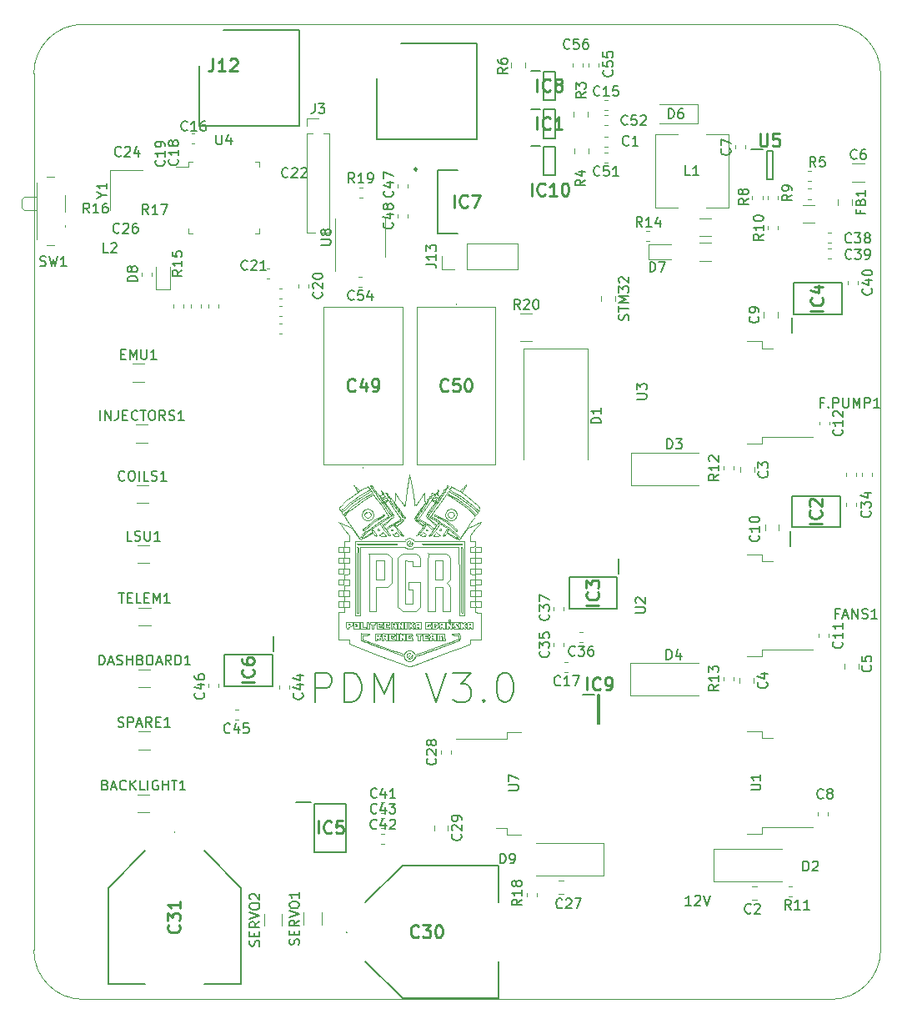
<source format=gbr>
G04 #@! TF.GenerationSoftware,KiCad,Pcbnew,(5.1.2)-2*
G04 #@! TF.CreationDate,2022-02-01T22:26:33+01:00*
G04 #@! TF.ProjectId,PDM,50444d2e-6b69-4636-9164-5f7063625858,rev?*
G04 #@! TF.SameCoordinates,Original*
G04 #@! TF.FileFunction,Legend,Top*
G04 #@! TF.FilePolarity,Positive*
%FSLAX46Y46*%
G04 Gerber Fmt 4.6, Leading zero omitted, Abs format (unit mm)*
G04 Created by KiCad (PCBNEW (5.1.2)-2) date 2022-02-01 22:26:33*
%MOMM*%
%LPD*%
G04 APERTURE LIST*
%ADD10C,0.100000*%
%ADD11C,0.050000*%
%ADD12C,0.150000*%
%ADD13C,0.200000*%
%ADD14C,0.120000*%
%ADD15C,0.250000*%
%ADD16C,0.254000*%
G04 APERTURE END LIST*
D10*
X108592931Y-71242333D02*
G75*
G02X108645484Y-71249016I-6987J-264934D01*
G01*
X115739767Y-71246471D02*
G75*
G02X115796496Y-71240188I39062J-93443D01*
G01*
X108526777Y-71383142D02*
X108583423Y-71457654D01*
X116780419Y-71139950D02*
X116472665Y-70980598D01*
X115688517Y-71284356D02*
G75*
G02X115739767Y-71246471I102824J-85489D01*
G01*
X108533068Y-71246590D02*
G75*
G02X108592931Y-71242333I51723J-304374D01*
G01*
X115796496Y-71240188D02*
G75*
G02X115857477Y-71263838I-29496J-166496D01*
G01*
X115857478Y-71263838D02*
G75*
G02X115874493Y-71284428I-23027J-36355D01*
G01*
X115755545Y-71477791D02*
X115791986Y-71433156D01*
X108664096Y-71283014D02*
G75*
G02X108660525Y-71267919I30114J15095D01*
G01*
X116400273Y-70971651D02*
X116370591Y-71002986D01*
X115874568Y-71309529D02*
G75*
G02X115853300Y-71349117I-169558J65585D01*
G01*
X119111851Y-72844511D02*
G75*
G02X119307367Y-73145447I-598491J-602816D01*
G01*
X108714114Y-71481783D02*
X108791501Y-71466305D01*
X115791986Y-71433156D02*
X115853300Y-71349117D01*
X108726013Y-71380446D02*
X108700936Y-71345617D01*
X108491496Y-71331638D02*
X108526777Y-71383142D01*
X119111851Y-72844511D02*
X118610480Y-72382394D01*
X116370591Y-71002986D02*
X116336466Y-71043394D01*
X108476836Y-71300407D02*
G75*
G02X108476930Y-71279337I33166J10387D01*
G01*
X116400272Y-70971650D02*
G75*
G02X116413254Y-70966250I12982J-12903D01*
G01*
X108489277Y-71263402D02*
G75*
G02X108533067Y-71246589I63740J-100582D01*
G01*
X108645484Y-71249016D02*
G75*
G02X108660525Y-71267919I-4358J-18903D01*
G01*
X115755545Y-71477791D02*
G75*
G02X115730471Y-71495671I-51476J45664D01*
G01*
X115589359Y-71462696D02*
X115660881Y-71487629D01*
X116336466Y-71043394D02*
X116300370Y-71091308D01*
X116413254Y-70966250D02*
G75*
G02X116472665Y-70980598I0J-130178D01*
G01*
X115730470Y-71495671D02*
G75*
G02X115703090Y-71498664I-18800J45248D01*
G01*
X115643692Y-71353206D02*
X115589359Y-71462696D01*
X108491496Y-71331637D02*
G75*
G02X108476836Y-71300407I107306J69427D01*
G01*
X115016330Y-71658860D02*
G75*
G02X115005404Y-71679704I-38846J7076D01*
G01*
X118610480Y-72382394D02*
X117982318Y-71886929D01*
X117079082Y-71300384D02*
X116780419Y-71139950D01*
X115005404Y-71679704D02*
G75*
G02X114995515Y-71683324I-8845J8845D01*
G01*
X115874493Y-71284428D02*
G75*
G02X115874568Y-71309529I-32123J-12647D01*
G01*
X108700936Y-71345617D02*
X108679762Y-71311974D01*
X108714114Y-71481782D02*
G75*
G02X108650037Y-71490834I-111266J556326D01*
G01*
X114972771Y-71680087D02*
G75*
G02X114944688Y-71672686I49242J243845D01*
G01*
X108476930Y-71279337D02*
G75*
G02X108489277Y-71263402I28223J-9117D01*
G01*
X114836782Y-71628750D02*
X114914062Y-71661259D01*
X115703090Y-71498665D02*
G75*
G02X115660881Y-71487629I47977J269744D01*
G01*
X117982318Y-71886929D02*
X117303529Y-71431575D01*
X114995515Y-71683324D02*
G75*
G02X114972771Y-71680087I16574J197942D01*
G01*
X117303529Y-71431575D02*
X117079082Y-71300384D01*
X114914062Y-71661259D02*
X114944688Y-71672686D01*
X114953314Y-71460000D02*
X114836782Y-71628750D01*
X108679762Y-71311974D02*
X108664096Y-71283014D01*
X115643691Y-71353206D02*
G75*
G02X115688517Y-71284356I316607J-157112D01*
G01*
X108614887Y-71483684D02*
G75*
G02X108583423Y-71457654I46392J88109D01*
G01*
X108791501Y-71466305D02*
X108726013Y-71380446D01*
X108650037Y-71490834D02*
G75*
G02X108614887Y-71483684I-5325J63795D01*
G01*
X108159991Y-71237501D02*
X108066508Y-71102824D01*
X106472328Y-71817535D02*
X105893569Y-72257364D01*
X107082596Y-71412913D02*
X106472328Y-71817535D01*
X105842105Y-72778349D02*
X106066245Y-72588717D01*
X116121766Y-70872682D02*
G75*
G02X116142958Y-70894263I-6193J-27277D01*
G01*
X105056681Y-73118569D02*
G75*
G02X105143706Y-72993075I1476915J-931262D01*
G01*
X107848359Y-71400161D02*
X108159991Y-71237501D01*
X105058539Y-73253193D02*
X105083878Y-73297420D01*
X105242595Y-73376906D02*
G75*
G02X105348663Y-73248779I775335J-533885D01*
G01*
X106977141Y-71923937D02*
X107433257Y-71633897D01*
X107845984Y-71006079D02*
X107751871Y-71049366D01*
X106066245Y-72588717D02*
X106511333Y-72248924D01*
X105035525Y-73191785D02*
G75*
G02X105056681Y-73118569I137272J-1D01*
G01*
X115991289Y-70892108D02*
G75*
G02X116026450Y-70872884I79449J-103546D01*
G01*
X107945473Y-70967199D02*
G75*
G02X107960645Y-70973799I-775J-22520D01*
G01*
X119307367Y-73145446D02*
G75*
G02X119315765Y-73183020I-125888J-47863D01*
G01*
X116026449Y-70872883D02*
G75*
G02X116064385Y-70866250I37936J-105162D01*
G01*
X117821761Y-72233544D02*
X118273025Y-72579415D01*
X119315766Y-73183020D02*
G75*
G02X119312105Y-73218498I-99716J-7640D01*
G01*
X119199056Y-73406706D02*
X119255413Y-73324715D01*
X119312105Y-73218499D02*
G75*
G02X119294178Y-73260992I-189531J54930D01*
G01*
X116376238Y-71324467D02*
X116479275Y-71380152D01*
X119255413Y-73324715D02*
X119294178Y-73260992D01*
X119199057Y-73406706D02*
G75*
G02X119166742Y-73434165I-72555J52640D01*
G01*
X119166741Y-73434165D02*
G75*
G02X119142960Y-73428870I-8647J17213D01*
G01*
X119142959Y-73428870D02*
G75*
G02X119123017Y-73391227I93538J73660D01*
G01*
X105192221Y-73450061D02*
X105242594Y-73376906D01*
X119068783Y-73301832D02*
G75*
G02X119123017Y-73391227I-157138J-156482D01*
G01*
X106511333Y-72248924D02*
X106977141Y-71923937D01*
X118827612Y-73065644D02*
X119068783Y-73301833D01*
X107433257Y-71633897D02*
X107848359Y-71400161D01*
X107082596Y-71412912D02*
G75*
G02X107645474Y-71100889I3585350J-5804114D01*
G01*
X116137331Y-70932670D02*
G75*
G02X116093417Y-71005824I-841255J455250D01*
G01*
X118551156Y-72812465D02*
X118827612Y-73065644D01*
X118273025Y-72579415D02*
X118551156Y-72812465D01*
X116479275Y-71380152D02*
X116919237Y-71630117D01*
X117368620Y-71915863D02*
X117821761Y-72233544D01*
X116210525Y-71226598D02*
G75*
G02X116212616Y-71219563I12879J0D01*
G01*
X107926368Y-70970808D02*
X107845984Y-71006079D01*
X116919237Y-71630117D02*
X117368620Y-71915863D01*
X116289470Y-71275925D02*
X116376238Y-71324467D01*
X116214005Y-71232621D02*
X116289470Y-71275925D01*
X116214005Y-71232620D02*
G75*
G02X116210525Y-71226598I3471J6022D01*
G01*
X116236917Y-71182636D02*
X116212616Y-71219563D01*
X116300370Y-71091308D02*
X116265935Y-71139979D01*
X107751871Y-71049366D02*
X107645474Y-71100889D01*
X107926368Y-70970808D02*
G75*
G02X107945474Y-70967199I17580J-40697D01*
G01*
X107992392Y-71007430D02*
X107960645Y-70973799D01*
X105040195Y-73214532D02*
X105058539Y-73253193D01*
X105583719Y-73017580D02*
X105842105Y-72778349D01*
X116064385Y-70866250D02*
G75*
G02X116121766Y-70872682I0J-259171D01*
G01*
X108066508Y-71102824D02*
X108028691Y-71051161D01*
X105348663Y-73248779D02*
X105583719Y-73017580D01*
X116142958Y-70894263D02*
G75*
G02X116137331Y-70932670I-55332J-11509D01*
G01*
X108028691Y-71051161D02*
X107992392Y-71007430D01*
X105040195Y-73214532D02*
G75*
G02X105035525Y-73191786I53052J22746D01*
G01*
X105113873Y-73341905D02*
X105192221Y-73450061D01*
X105427401Y-72676373D02*
G75*
G02X105893569Y-72257364I4411848J-4439578D01*
G01*
X115953257Y-70928134D02*
G75*
G02X115991289Y-70892108I191844J-164438D01*
G01*
X105083878Y-73297420D02*
X105113873Y-73341905D01*
X105427402Y-72676372D02*
X105268407Y-72842906D01*
X105268407Y-72842906D02*
X105143706Y-72993075D01*
X116265935Y-71139979D02*
X116236917Y-71182636D01*
X115953257Y-70928134D02*
X115904758Y-70988730D01*
X108257823Y-70867669D02*
G75*
G02X108286757Y-70866250I28934J-294254D01*
G01*
X108404518Y-71139494D02*
G75*
G02X108360404Y-71121311I-2303J57017D01*
G01*
X117770842Y-70998158D02*
X117852579Y-70867105D01*
X115174930Y-86075286D02*
G75*
G02X115185525Y-86066250I10595J-1694D01*
G01*
X115329275Y-85871866D02*
X115723025Y-85878750D01*
X108286757Y-70866251D02*
G75*
G02X108327647Y-70872327I0J-140627D01*
G01*
X107051912Y-71322578D02*
X106806810Y-71092078D01*
X108278048Y-71025785D02*
X108360404Y-71121311D01*
X108327647Y-70872327D02*
G75*
G02X108362634Y-70889986I-33214J-109292D01*
G01*
X108362634Y-70889986D02*
G75*
G02X108398946Y-70924289I-127604J-171446D01*
G01*
X117852579Y-70867105D02*
X117909863Y-70772616D01*
X108506186Y-71106921D02*
G75*
G02X108480762Y-71130582I-31702J8574D01*
G01*
X115162180Y-86207235D02*
X115160525Y-86303750D01*
X108202547Y-70924529D02*
X108278048Y-71025785D01*
X106511620Y-70836803D02*
G75*
G02X106516734Y-70832057I3243J1634D01*
G01*
X106873025Y-71460502D02*
X106966775Y-71408773D01*
X117471131Y-71465571D02*
X117635595Y-71209661D01*
X106551561Y-70913840D02*
X106607074Y-71013997D01*
X117614122Y-71034114D02*
X117529490Y-71113575D01*
X107051913Y-71322578D02*
G75*
G02X107060525Y-71342524I-18792J-19946D01*
G01*
X107002699Y-71387898D02*
X107032985Y-71367974D01*
X114935525Y-85864981D02*
X115329275Y-85871866D01*
X115160525Y-86303750D02*
X115160525Y-86541250D01*
X114935525Y-86541250D02*
X114935525Y-86203116D01*
X106516734Y-70832057D02*
G75*
G02X106575582Y-70876291I-183756J-305728D01*
G01*
X115167432Y-86131875D02*
X115162180Y-86207235D01*
X107060524Y-71342524D02*
G75*
G02X107056677Y-71350395I-9975J0D01*
G01*
X106966775Y-71408773D02*
X107002699Y-71387898D01*
X117455219Y-71183281D02*
X117287413Y-71340731D01*
X117906313Y-70766790D02*
G75*
G02X117909863Y-70772616I250J-3842D01*
G01*
X117635595Y-71209661D02*
X117770842Y-70998158D01*
X115160525Y-86541250D02*
X115048025Y-86541250D01*
X106679234Y-71136876D02*
X106873025Y-71460502D01*
X115174929Y-86075286D02*
X115167432Y-86131875D01*
X108500521Y-71066669D02*
X108446306Y-70985000D01*
X117900698Y-70769124D02*
X117860069Y-70805138D01*
X114935525Y-86203116D02*
X114935525Y-85864981D01*
X108202547Y-70924529D02*
G75*
G02X108201509Y-70885612I29166J20250D01*
G01*
X117900698Y-70769125D02*
G75*
G02X117906313Y-70766790I6226J-7054D01*
G01*
X106806810Y-71092078D02*
X106575582Y-70876291D01*
X117813830Y-70846995D02*
X117760525Y-70896579D01*
X116030777Y-71097076D02*
X116093417Y-71005824D01*
X116030777Y-71097076D02*
G75*
G02X115999762Y-71126629I-91658J65144D01*
G01*
X115999762Y-71126628D02*
G75*
G02X115965544Y-71135609I-30987J48386D01*
G01*
X115965544Y-71135609D02*
G75*
G02X115902678Y-71127974I27596J489844D01*
G01*
X108500521Y-71066668D02*
G75*
G02X108506186Y-71106922I-44247J-26753D01*
G01*
X117695885Y-70957320D02*
X117614122Y-71034114D01*
X115048025Y-86541250D02*
X114935525Y-86541250D01*
X117287413Y-71340731D02*
X117379272Y-71403151D01*
X107032985Y-71367974D02*
X107056677Y-71350395D01*
X115813318Y-71111210D02*
X115902678Y-71127974D01*
X108231487Y-70871939D02*
G75*
G02X108257823Y-70867670I47183J-207747D01*
G01*
X115904758Y-70988730D02*
X115813318Y-71111210D01*
X108480761Y-71130582D02*
G75*
G02X108404517Y-71139493I-96647J496294D01*
G01*
X117860069Y-70805138D02*
X117813830Y-70846995D01*
X108201510Y-70885611D02*
G75*
G02X108210685Y-70878110I15472J-9563D01*
G01*
X108446306Y-70985000D02*
X108398946Y-70924289D01*
X106607074Y-71013997D02*
X106679234Y-71136876D01*
X106511621Y-70836804D02*
X106551561Y-70913840D01*
X117379272Y-71403151D02*
X117471131Y-71465571D01*
X115723025Y-85878750D02*
X115730000Y-86210000D01*
X117529490Y-71113575D02*
X117455219Y-71183281D01*
X117760525Y-70896579D02*
X117695885Y-70957320D01*
X108210685Y-70878110D02*
G75*
G02X108231487Y-70871938I57735J-156446D01*
G01*
X115442761Y-86112084D02*
G75*
G02X115453990Y-86077838I111554J-17614D01*
G01*
X115473024Y-86066250D02*
G75*
G02X115492059Y-86077838I0J-21427D01*
G01*
X113827191Y-85866250D02*
X114110525Y-85866250D01*
X114585525Y-86453750D02*
X114583323Y-86402225D01*
X114421239Y-86530140D02*
G75*
G02X114395962Y-86539497I-27424J35259D01*
G01*
X113520487Y-85897786D02*
G75*
G02X113527191Y-85882917I22994J-1421D01*
G01*
X115453991Y-86077838D02*
G75*
G02X115473025Y-86066250I19034J-9839D01*
G01*
X115492059Y-86077838D02*
G75*
G02X115503288Y-86112084I-100325J-51860D01*
G01*
X115503288Y-86112084D02*
G75*
G02X115509126Y-86177245I-480857J-75925D01*
G01*
X115510525Y-86303750D02*
X115509126Y-86177245D01*
X113527191Y-85882917D02*
G75*
G02X113541840Y-85876232I16280J-16280D01*
G01*
X115736976Y-86541250D02*
X115623750Y-86541250D01*
X114510525Y-86366251D02*
G75*
G02X114554020Y-86369045I0J-339922D01*
G01*
X114810525Y-85866250D02*
X114810525Y-86203750D01*
X114432637Y-85867991D02*
X114577702Y-85866250D01*
X114810525Y-86203750D02*
X114810525Y-86541250D01*
X114324464Y-85895983D02*
G75*
G02X114368351Y-85876186I72284J-101701D01*
G01*
X114110525Y-86541250D02*
X113810525Y-86541250D01*
X114210525Y-86273868D02*
X114212147Y-86106584D01*
X113541840Y-85876232D02*
X113622191Y-85871146D01*
X114432875Y-86508981D02*
G75*
G02X114421239Y-86530139I-30364J2920D01*
G01*
X114467030Y-86369044D02*
G75*
G02X114510525Y-86366250I43494J-337129D01*
G01*
X114810525Y-86541250D02*
X114698025Y-86541250D01*
X114437726Y-86402225D02*
X114435525Y-86453750D01*
X115510525Y-86541250D02*
X115510525Y-86303750D01*
X114554020Y-86369045D02*
G75*
G02X114573917Y-86379792I-4033J-31259D01*
G01*
X115623750Y-86541250D02*
X115510525Y-86541250D01*
X114368351Y-85876186D02*
G75*
G02X114432637Y-85867991I71860J-307455D01*
G01*
X114219984Y-86034263D02*
G75*
G02X114239088Y-85986032I141588J-28182D01*
G01*
X113515420Y-85988933D02*
X113520488Y-85897786D01*
X113511730Y-86096247D02*
X113515420Y-85988933D01*
X114447132Y-86379792D02*
G75*
G02X114467029Y-86369045I23930J-20512D01*
G01*
X115730000Y-86210000D02*
X115736976Y-86541250D01*
X114573918Y-86379792D02*
G75*
G02X114583323Y-86402225I-30120J-25817D01*
G01*
X114577702Y-85866250D02*
X114810525Y-85866250D01*
X114435525Y-86453751D02*
G75*
G02X114432875Y-86508982I-576942J0D01*
G01*
X113510525Y-86541250D02*
X113510525Y-86220417D01*
X113810525Y-86541250D02*
X113510525Y-86541250D01*
X114698025Y-86541250D02*
X114625087Y-86539497D01*
X114110525Y-85866250D02*
X114110525Y-85966250D01*
X114588175Y-86508981D02*
G75*
G02X114585525Y-86453750I574291J55230D01*
G01*
X113510525Y-86220417D02*
X113511730Y-86096247D01*
X114110525Y-86441250D02*
X114110525Y-86541250D01*
X115185524Y-86066249D02*
G75*
G02X115196120Y-86075286I0J-10731D01*
G01*
X115203617Y-86131875D02*
X115196120Y-86075286D01*
X115208869Y-86207235D02*
X115203617Y-86131875D01*
X114210525Y-86541250D02*
X114210525Y-86273868D01*
X114437726Y-86402225D02*
G75*
G02X114447132Y-86379792I39525J-3384D01*
G01*
X114239087Y-85986031D02*
G75*
G02X114277702Y-85936368I259303J-161770D01*
G01*
X115210525Y-86303750D02*
X115208869Y-86207235D01*
X115210525Y-86541250D02*
X115210525Y-86303750D01*
X114625087Y-86539497D02*
G75*
G02X114599810Y-86530139I2147J44616D01*
G01*
X115323025Y-86541250D02*
X115210525Y-86541250D01*
X115435525Y-86541250D02*
X115323025Y-86541250D01*
X114599811Y-86530140D02*
G75*
G02X114588174Y-86508982I18727J24079D01*
G01*
X115435525Y-86303750D02*
X115435525Y-86541250D01*
X115436923Y-86177245D02*
X115435525Y-86303750D01*
X115436923Y-86177245D02*
G75*
G02X115442761Y-86112084I486695J-10764D01*
G01*
X114277702Y-85936369D02*
G75*
G02X114324464Y-85895983I236531J-226611D01*
G01*
X113622191Y-85871146D02*
X113717399Y-85867457D01*
X114395962Y-86539497D02*
X114323025Y-86541250D01*
X114212147Y-86106584D02*
G75*
G02X114219984Y-86034263I411268J-7980D01*
G01*
X114323025Y-86541250D02*
X114210525Y-86541250D01*
X113717399Y-85867457D02*
X113827191Y-85866250D01*
X112334031Y-86134404D02*
G75*
G02X112389193Y-86185790I-68865J-129226D01*
G01*
X112263874Y-86121120D02*
G75*
G02X112334031Y-86134404I13795J-119047D01*
G01*
X112060525Y-86066250D02*
X112060525Y-86203750D01*
X112184006Y-86295440D02*
X112190337Y-86235000D01*
X112249534Y-86066250D02*
X112060525Y-86066250D01*
X113010525Y-86303750D02*
X113010525Y-86066250D01*
X112847201Y-86052801D02*
G75*
G02X112837503Y-86029110I30145J26170D01*
G01*
X112196870Y-86174693D02*
G75*
G02X112207844Y-86145401I72588J-10494D01*
G01*
X113129275Y-85871707D02*
X113423025Y-85878750D01*
X113752047Y-86080520D02*
G75*
G02X113786263Y-86072816I66151J-213957D01*
G01*
X112190337Y-86235000D02*
X112196870Y-86174692D01*
X113921549Y-86066250D02*
X113841981Y-86067760D01*
X113010525Y-86066250D02*
X112923025Y-86066250D01*
X112423025Y-85878750D02*
X112430784Y-85972500D01*
X112129275Y-85871707D02*
X112423025Y-85878750D01*
X112155013Y-86336879D02*
G75*
G02X112121587Y-86341250I-33426J125615D01*
G01*
X112227762Y-86129582D02*
G75*
G02X112263874Y-86121120I54746J-152343D01*
G01*
X114110525Y-86341250D02*
X114110525Y-86441250D01*
X113918858Y-86341250D02*
X114110525Y-86341250D01*
X113775608Y-86339512D02*
X113918858Y-86341250D01*
X113775608Y-86339511D02*
G75*
G02X113747119Y-86325229I907J37365D01*
G01*
X113747119Y-86325229D02*
G75*
G02X113753781Y-86310691I7073J5554D01*
G01*
X113891367Y-86306241D02*
X113753781Y-86310691D01*
X114023025Y-86303750D02*
X113891367Y-86306241D01*
X112069550Y-86320927D02*
G75*
G02X112061996Y-86288130I80790J35878D01*
G01*
X114030784Y-86210000D02*
X114023025Y-86303750D01*
X112835525Y-85864664D02*
X113129275Y-85871707D01*
X113748024Y-86091251D02*
G75*
G02X113752047Y-86080520I6163J3809D01*
G01*
X113786263Y-86072817D02*
G75*
G02X113841981Y-86067760I75901J-526827D01*
G01*
X112207845Y-86145401D02*
G75*
G02X112227762Y-86129582I33338J-21528D01*
G01*
X112173651Y-86323338D02*
G75*
G02X112155013Y-86336879I-26868J17385D01*
G01*
X113337034Y-86066250D02*
X113235525Y-86066250D01*
X112135525Y-86541250D02*
X111835525Y-86541250D01*
X114038543Y-86116250D02*
X114030784Y-86210000D01*
X113901009Y-86116250D02*
X114038543Y-86116250D01*
X112184007Y-86295440D02*
G75*
G02X112173651Y-86323339I-67881J9324D01*
G01*
X113847203Y-86114428D02*
X113901009Y-86116250D01*
X113847203Y-86114428D02*
G75*
G02X113799337Y-86108907I34592J510110D01*
G01*
X113761369Y-86101026D02*
X113799337Y-86108907D01*
X113761369Y-86101026D02*
G75*
G02X113748025Y-86091250I5392J21355D01*
G01*
X114110525Y-86066250D02*
X113921549Y-86066250D01*
X114110525Y-85966250D02*
X114110525Y-86066250D01*
X113423025Y-85878750D02*
X113430784Y-85972500D01*
X112835525Y-85965457D02*
X112835525Y-85864664D01*
X112837503Y-86029110D02*
X112835525Y-85965457D01*
X112435525Y-86394622D02*
X112435525Y-86541250D01*
X112424146Y-86274640D02*
G75*
G02X112435525Y-86394622I-626857J-119982D01*
G01*
X112060525Y-86203750D02*
X112061996Y-86288130D01*
X112868585Y-86063763D02*
G75*
G02X112847200Y-86052801I2940J32078D01*
G01*
X112923025Y-86066251D02*
G75*
G02X112868586Y-86063762I0J596649D01*
G01*
X111835525Y-85864664D02*
X112129275Y-85871707D01*
X113010525Y-86541250D02*
X113010525Y-86303750D01*
X111835525Y-86541250D02*
X111835525Y-86202957D01*
X112435525Y-86541250D02*
X112135525Y-86541250D01*
X112389193Y-86185790D02*
G75*
G02X112424145Y-86274640I-219029J-137463D01*
G01*
X113123025Y-86541250D02*
X113010525Y-86541250D01*
X113235525Y-86541250D02*
X113123025Y-86541250D01*
X113430784Y-85972500D02*
X113438543Y-86066250D01*
X112086975Y-86336228D02*
G75*
G02X112069550Y-86320927I7868J26533D01*
G01*
X113235525Y-86303750D02*
X113235525Y-86541250D01*
X113235525Y-86066250D02*
X113235525Y-86303750D01*
X112121587Y-86341250D02*
G75*
G02X112086976Y-86336227I0J121754D01*
G01*
X113438543Y-86066250D02*
X113337034Y-86066250D01*
X111835525Y-86202957D02*
X111835525Y-85864664D01*
X111710525Y-86541250D02*
X111598025Y-86541250D01*
X111403002Y-85958277D02*
X111473025Y-86050303D01*
X110655784Y-86447500D02*
X110663543Y-86541250D01*
X110998025Y-86203750D02*
X110998025Y-86528750D01*
X110648025Y-86353750D02*
X110655784Y-86447500D01*
X111238419Y-85866251D02*
G75*
G02X111291076Y-85870321I0J-342647D01*
G01*
X111534921Y-86539529D02*
G75*
G02X111505195Y-86532090I4411J80741D01*
G01*
X110879275Y-86536370D02*
X110760525Y-86543990D01*
X111511814Y-85890236D02*
G75*
G02X111540141Y-85878060I36971J-46974D01*
G01*
X110466775Y-86346405D02*
X110648025Y-86353750D01*
X110998025Y-86528750D02*
X110879275Y-86536370D01*
X111496160Y-85913801D02*
G75*
G02X111511813Y-85890236I43661J-12020D01*
G01*
X112438543Y-86066250D02*
X112249534Y-86066250D01*
X110760525Y-86221787D02*
X110761815Y-86097010D01*
X111710525Y-85863376D02*
X111710525Y-86202313D01*
X110060525Y-85864664D02*
X110354275Y-85871707D01*
X112430784Y-85972500D02*
X112438543Y-86066250D01*
X111361939Y-85909505D02*
G75*
G02X111403002Y-85958277I-473050J-439958D01*
G01*
X111291075Y-85870321D02*
G75*
G02X111328457Y-85883211I-17180J-110472D01*
G01*
X111490630Y-86516465D02*
G75*
G02X111485525Y-86488860I72087J27605D01*
G01*
X111138935Y-85876416D02*
X111166739Y-85871146D01*
X111115420Y-85989335D02*
X111120487Y-85897793D01*
X111598025Y-86541250D02*
X111534921Y-86539528D01*
X110857172Y-85869785D02*
X110897118Y-85871324D01*
X110362034Y-86541250D02*
X110060525Y-86541250D01*
X111505195Y-86532090D02*
G75*
G02X111490629Y-86516465I12017J25805D01*
G01*
X111604275Y-85871063D02*
X111710525Y-85863376D01*
X110761815Y-86097010D02*
X110765766Y-85988990D01*
X111328458Y-85883211D02*
G75*
G02X111361939Y-85909505I-66909J-119661D01*
G01*
X111540141Y-85878060D02*
X111604275Y-85871063D01*
X110354275Y-85871707D02*
X110648025Y-85878750D01*
X111481694Y-86463320D02*
G75*
G02X111485525Y-86488860I-83213J-25540D01*
G01*
X111200990Y-85867470D02*
X111238419Y-85866250D01*
X111166739Y-85871146D02*
X111200990Y-85867470D01*
X111473025Y-86050303D02*
X111485525Y-85964527D01*
X110648025Y-85878750D02*
X110655469Y-86006773D01*
X111110525Y-86221787D02*
X111111730Y-86097092D01*
X111450803Y-86391649D02*
G75*
G02X111469001Y-86428694I-348747J-194307D01*
G01*
X111429275Y-86357610D02*
X111373025Y-86278750D01*
X110771201Y-85897541D02*
G75*
G02X110778368Y-85881741I24600J-1633D01*
G01*
X111127192Y-85882917D02*
G75*
G02X111138935Y-85876416I17185J-17186D01*
G01*
X110998025Y-85878750D02*
X110998025Y-86203750D01*
X111710525Y-86202313D02*
X111710525Y-86541250D01*
X110778368Y-85881741D02*
G75*
G02X110790964Y-85875199I16638J-16638D01*
G01*
X111120486Y-85897792D02*
G75*
G02X111127191Y-85882917I22995J-1415D01*
G01*
X111111730Y-86097092D02*
X111115420Y-85989335D01*
X111360525Y-86403750D02*
X111348025Y-86528750D01*
X110663543Y-86541250D02*
X110362034Y-86541250D01*
X111229275Y-86536370D02*
X111110525Y-86543990D01*
X111348025Y-86528750D02*
X111229275Y-86536370D01*
X111469001Y-86428694D02*
G75*
G02X111481693Y-86463320I-316668J-135714D01*
G01*
X110820611Y-85871320D02*
G75*
G02X110857172Y-85869785I35134J-400530D01*
G01*
X111110525Y-86543990D02*
X111110525Y-86221787D01*
X111485525Y-85964527D02*
G75*
G02X111496161Y-85913801I414034J-60336D01*
G01*
X110897118Y-85871324D02*
X110998025Y-85878750D01*
X110285525Y-86202655D02*
X110285525Y-86339060D01*
X110765766Y-85988990D02*
X110771201Y-85897541D01*
X110790964Y-85875199D02*
X110820611Y-85871321D01*
X110060525Y-86541250D02*
X110060525Y-86202957D01*
X110760525Y-86543990D02*
X110760525Y-86221787D01*
X110285525Y-86339060D02*
X110466775Y-86346405D01*
X110060525Y-86202957D02*
X110060525Y-85864664D01*
X111373025Y-86278750D02*
X111360525Y-86403750D01*
X111429275Y-86357609D02*
G75*
G02X111450804Y-86391649I-294834J-210304D01*
G01*
X109704275Y-85867150D02*
X109935525Y-85866250D01*
X109335525Y-86543990D02*
X109335525Y-86262309D01*
X108929275Y-85871707D02*
X109223025Y-85878750D01*
X109724811Y-86530140D02*
G75*
G02X109713174Y-86508982I18727J24079D01*
G01*
X109223025Y-85878750D02*
X109230794Y-86016142D01*
X109336943Y-86080269D02*
G75*
G02X109344549Y-86010214I381211J-5945D01*
G01*
X109454275Y-86536370D02*
X109335525Y-86543990D01*
X109344549Y-86010214D02*
G75*
G02X109364016Y-85966565I107865J-21942D01*
G01*
X108970982Y-86450739D02*
X108860525Y-86360227D01*
X108635525Y-86541250D02*
X108635525Y-86202957D01*
X109233254Y-86506032D02*
G75*
G02X109223655Y-86528049I-37885J3416D01*
G01*
X110286969Y-86114399D02*
X110285525Y-86202655D01*
X110286970Y-86114399D02*
G75*
G02X110295142Y-86084101I68577J-2246D01*
G01*
X110295141Y-86084101D02*
G75*
G02X110314480Y-86070138I24077J-12972D01*
G01*
X110314480Y-86070137D02*
G75*
G02X110359015Y-86066250I44535J-253170D01*
G01*
X110359015Y-86066251D02*
G75*
G02X110400892Y-86069462I0J-274639D01*
G01*
X110400892Y-86069462D02*
G75*
G02X110421969Y-86080969I-5388J-34927D01*
G01*
X109750087Y-86539497D02*
G75*
G02X109724810Y-86530139I2147J44616D01*
G01*
X110421970Y-86080969D02*
G75*
G02X110433482Y-86104979I-36423J-32230D01*
G01*
X110440265Y-86158068D02*
X110433482Y-86104979D01*
X110452742Y-86228558D02*
G75*
G02X110440265Y-86158068I380457J103695D01*
G01*
X110518010Y-86249548D02*
G75*
G02X110478368Y-86254925I-25691J40593D01*
G01*
X109572800Y-85869602D02*
X109704275Y-85867150D01*
X109501027Y-85877594D02*
G75*
G02X109572800Y-85869602I87356J-458255D01*
G01*
X109574954Y-86401527D02*
G75*
G02X109584120Y-86379839I39340J-3844D01*
G01*
X109680449Y-86369336D02*
G75*
G02X109699347Y-86380427I-4746J-29734D01*
G01*
X109335525Y-86262309D02*
X109336944Y-86080270D01*
X108860525Y-86360227D02*
X108860525Y-86450739D01*
X109557043Y-86518861D02*
G75*
G02X109529545Y-86529758I-33736J44987D01*
G01*
X109158482Y-86541251D02*
G75*
G02X109117824Y-86535635I0J149990D01*
G01*
X109710525Y-86453750D02*
X109708373Y-86403261D01*
X109584120Y-86379839D02*
G75*
G02X109603095Y-86369202I23719J-20070D01*
G01*
X109024255Y-86490523D02*
G75*
G02X108970982Y-86450739I414830J611042D01*
G01*
X109364016Y-85966565D02*
G75*
G02X109404275Y-85924339I190664J-141472D01*
G01*
X109699346Y-86380426D02*
G75*
G02X109708373Y-86403261I-33574J-26474D01*
G01*
X109935525Y-86541250D02*
X109823025Y-86541250D01*
X109572782Y-86447500D02*
G75*
G02X109569666Y-86497207I-379907J-1131D01*
G01*
X109529545Y-86529758D02*
X109454275Y-86536370D01*
X109073113Y-86518697D02*
G75*
G02X109024255Y-86490523I167303J346578D01*
G01*
X109935525Y-85866250D02*
X109935525Y-86203750D01*
X110478368Y-86254926D02*
G75*
G02X110452743Y-86228558I11034J36359D01*
G01*
X109603095Y-86369202D02*
G75*
G02X109641533Y-86366250I38438J-248776D01*
G01*
X110628354Y-86159149D02*
G75*
G02X110583572Y-86201557I-383358J359966D01*
G01*
X108635525Y-86202957D02*
X108635525Y-85864664D01*
X108860525Y-86541250D02*
X108748025Y-86541250D01*
X110657192Y-86082818D02*
G75*
G02X110649337Y-86125212I-127114J1626D01*
G01*
X109223655Y-86528050D02*
G75*
G02X109203381Y-86538573I-24130J21697D01*
G01*
X108860525Y-86450739D02*
X108860525Y-86541250D01*
X109823025Y-86541250D02*
X109750087Y-86539497D01*
X109203381Y-86538572D02*
G75*
G02X109158482Y-86541250I-44899J375113D01*
G01*
X109117824Y-86535634D02*
G75*
G02X109073113Y-86518697I74057J262972D01*
G01*
X110649338Y-86125212D02*
G75*
G02X110628354Y-86159149I-94127J34743D01*
G01*
X109641533Y-86366251D02*
G75*
G02X109680449Y-86369337I0J-246884D01*
G01*
X109569666Y-86497207D02*
G75*
G02X109557043Y-86518861I-31951J4119D01*
G01*
X108748025Y-86541250D02*
X108635525Y-86541250D01*
X109235525Y-86455565D02*
G75*
G02X109233254Y-86506032I-561976J1D01*
G01*
X109451013Y-85894300D02*
G75*
G02X109501026Y-85877594I86965J-177134D01*
G01*
X110583571Y-86201557D02*
G75*
G02X110518011Y-86249548I-387106J460051D01*
G01*
X109713175Y-86508981D02*
G75*
G02X109710525Y-86453750I574291J55230D01*
G01*
X110655469Y-86006773D02*
X110657191Y-86082818D01*
X108635525Y-85864664D02*
X108929275Y-85871707D01*
X109404274Y-85924338D02*
G75*
G02X109451013Y-85894299I153573J-187567D01*
G01*
X109572783Y-86447501D02*
G75*
G02X109574955Y-86401528I458766J1365D01*
G01*
X109935525Y-86203750D02*
X109935525Y-86541250D01*
X114266467Y-87637074D02*
X113917707Y-87762882D01*
X111686494Y-88423613D02*
G75*
G02X111657182Y-88366121I340819J209988D01*
G01*
X113575169Y-87886526D02*
X112752313Y-88183650D01*
X116291026Y-86907813D02*
X116027400Y-87002464D01*
X109369222Y-87347893D02*
X108998025Y-87209773D01*
X115773237Y-87093890D02*
X115573025Y-87166116D01*
X116523025Y-86824712D02*
X116291026Y-86907813D01*
X115573025Y-87166116D02*
X115383029Y-87234737D01*
X111657182Y-88366120D02*
G75*
G02X111635832Y-88301878I447717J184460D01*
G01*
X109828293Y-87518585D02*
X109369222Y-87347893D01*
X107268495Y-85875501D02*
X107382916Y-85872140D01*
X109231789Y-86412183D02*
G75*
G02X109235525Y-86455565I-250035J-43382D01*
G01*
X107235525Y-86539966D02*
X107235525Y-86219775D01*
X109220474Y-86377138D02*
G75*
G02X109231789Y-86412183I-118236J-57522D01*
G01*
X109199873Y-86346574D02*
G75*
G02X109220475Y-86377138I-97900J-88215D01*
G01*
X107622523Y-86700938D02*
X107474001Y-86644429D01*
X109167998Y-86316762D02*
G75*
G02X109199873Y-86346574I-158108J-201001D01*
G01*
X107516401Y-85870527D02*
X107671538Y-85871904D01*
X107240596Y-85988569D02*
X107245850Y-85897656D01*
X109100470Y-86263646D02*
X109167997Y-86316763D01*
X109169517Y-86208590D02*
X109100470Y-86263646D01*
X111635832Y-88301878D02*
X111604107Y-88178091D01*
X111782791Y-88540399D02*
G75*
G02X111727100Y-88479815I656635J659488D01*
G01*
X109207677Y-86172724D02*
G75*
G02X109169517Y-86208590I-239218J216285D01*
G01*
X108311853Y-86955166D02*
X107997535Y-86839066D01*
X109226277Y-86140364D02*
G75*
G02X109207677Y-86172724I-83959J26733D01*
G01*
X112258613Y-88708400D02*
G75*
G02X112090100Y-88708480I-84488J483847D01*
G01*
X107382916Y-85872140D02*
X107516401Y-85870527D01*
X107474001Y-86644429D02*
X107349999Y-86595953D01*
X116027400Y-87002464D02*
X115773237Y-87093890D01*
X114773025Y-87454565D02*
X114575077Y-87525821D01*
X116924575Y-86678640D02*
X116731728Y-86749452D01*
X107304275Y-86575242D02*
X107235525Y-86539966D01*
X115383029Y-87234737D02*
X115162712Y-87314213D01*
X107349999Y-86595953D02*
G75*
G02X107304275Y-86575242I189298J478756D01*
G01*
X112532287Y-88587072D02*
G75*
G02X112428581Y-88652528I-375709J480381D01*
G01*
X114575077Y-87525821D02*
X114266467Y-87637074D01*
X116731728Y-86749452D02*
X116523025Y-86824712D01*
X109233040Y-86096963D02*
G75*
G02X109226277Y-86140364I-143485J132D01*
G01*
X113917707Y-87762882D02*
X113575169Y-87886526D01*
X111929535Y-88651361D02*
G75*
G02X111782791Y-88540400I332671J592460D01*
G01*
X109230794Y-86016142D02*
X109233040Y-86096964D01*
X108073025Y-85878750D02*
X108073025Y-85941250D01*
X107671538Y-85871904D02*
X108073025Y-85878750D01*
X107252788Y-85882321D02*
G75*
G02X107268495Y-85875501I16497J-16497D01*
G01*
X107245850Y-85897656D02*
G75*
G02X107252788Y-85882321I23807J-1534D01*
G01*
X112752313Y-88183650D02*
X112724077Y-88294855D01*
X108661489Y-87084699D02*
X108311853Y-86955166D01*
X112428581Y-88652529D02*
G75*
G02X112258613Y-88708400I-276673J555212D01*
G01*
X107236773Y-86095810D02*
X107240596Y-85988569D01*
X112682690Y-88404989D02*
G75*
G02X112618035Y-88503589I-478274J243117D01*
G01*
X112724077Y-88294856D02*
G75*
G02X112682690Y-88404989I-515592J130915D01*
G01*
X112090100Y-88708480D02*
G75*
G02X111929535Y-88651361I86234J496649D01*
G01*
X107235525Y-86219775D02*
X107236773Y-86095810D01*
X107785525Y-86761237D02*
X107622523Y-86700938D01*
X110701066Y-87842840D02*
X110297140Y-87692825D01*
X114947136Y-87391904D02*
X114773025Y-87454565D01*
X107997535Y-86839066D02*
X107785525Y-86761237D01*
X108998025Y-87209773D02*
X108661489Y-87084699D01*
X110297140Y-87692825D02*
X109828293Y-87518585D01*
X111604107Y-88178091D02*
X110701066Y-87842840D01*
X111727101Y-88479815D02*
G75*
G02X111686495Y-88423612I361546J303978D01*
G01*
X115162712Y-87314213D02*
X114947136Y-87391904D01*
X112618036Y-88503590D02*
G75*
G02X112532287Y-88587073I-426845J352644D01*
G01*
X111652975Y-87957843D02*
X111668209Y-87928750D01*
X117098025Y-86234825D02*
X117098025Y-86028750D01*
X107398025Y-86017471D02*
X107410525Y-86233957D01*
X118012144Y-84947081D02*
G75*
G02X118019283Y-84867706I569612J-11217D01*
G01*
X116928425Y-86500982D02*
X116998025Y-86476138D01*
X113783767Y-87639231D02*
X114875824Y-87244861D01*
X111627887Y-88004796D02*
X111639531Y-87983145D01*
X112667455Y-87885123D02*
G75*
G02X112701581Y-87960000I-191510J-132497D01*
G01*
X111625410Y-88008603D02*
G75*
G02X111621501Y-88009723I-2718J2104D01*
G01*
X107423025Y-86450443D02*
X109522339Y-87231949D01*
X118035218Y-84817203D02*
G75*
G02X118064882Y-84774112I156158J-75743D01*
G01*
X117086013Y-86618293D02*
X116924575Y-86678640D01*
X118610525Y-84716250D02*
X118610525Y-85053750D01*
X117152772Y-86591155D02*
X117086013Y-86618293D01*
X117265272Y-86239419D02*
X117257520Y-86545391D01*
X117266644Y-86114713D02*
X117265272Y-86239419D01*
X116423025Y-85878750D02*
X116822873Y-85871835D01*
X110327587Y-87531267D02*
X111006083Y-87782462D01*
X107735525Y-86010611D02*
X107398025Y-86017471D01*
X118104676Y-84742265D02*
G75*
G02X118149341Y-84725356I71185J-120592D01*
G01*
X117263786Y-86009731D02*
X117266644Y-86114713D01*
X117257996Y-85926065D02*
X117263786Y-86009731D01*
X117247873Y-85899183D02*
G75*
G02X117257996Y-85926065I-42932J-31514D01*
G01*
X118019282Y-84867706D02*
G75*
G02X118035218Y-84817203I179738J-28948D01*
G01*
X117146369Y-85873311D02*
G75*
G02X117219370Y-85881677I-47345J-735756D01*
G01*
X114875824Y-87244861D02*
X116060525Y-86815441D01*
X118064882Y-84774112D02*
G75*
G02X118104676Y-84742264I131538J-123573D01*
G01*
X112746064Y-88013163D02*
X113783767Y-87639231D01*
X112722735Y-88013122D02*
G75*
G02X112715380Y-87999727I112801J70655D01*
G01*
X111668209Y-87928750D02*
G75*
G02X111805284Y-87756001I515754J-268489D01*
G01*
X109522339Y-87231949D02*
X110327587Y-87531267D01*
X118149341Y-84725355D02*
G75*
G02X118218765Y-84717920I78952J-409352D01*
G01*
X112422709Y-87666099D02*
G75*
G02X112511487Y-87721252I-217126J-448524D01*
G01*
X118364882Y-84716250D02*
X118610525Y-84716250D01*
X117219370Y-85881678D02*
G75*
G02X117247873Y-85899183I-7237J-43740D01*
G01*
X116423025Y-86003750D02*
X116423025Y-85941250D01*
X112746063Y-88013162D02*
G75*
G02X112728386Y-88016250I-17677J49060D01*
G01*
X111805284Y-87756001D02*
G75*
G02X111997713Y-87645281I388594J-452788D01*
G01*
X112214874Y-87613530D02*
G75*
G02X112422710Y-87666098I-23709J-530875D01*
G01*
X111997713Y-87645281D02*
G75*
G02X112214874Y-87613530I191212J-549281D01*
G01*
X116423025Y-85941250D02*
X116423025Y-85878750D01*
X116998025Y-86476138D02*
X117098025Y-86440899D01*
X116681384Y-86590344D02*
X116928425Y-86500982D01*
X118010525Y-85111612D02*
X118012144Y-84947081D01*
X116388643Y-86696392D02*
X116681384Y-86590344D01*
X116060525Y-86815441D02*
X116388643Y-86696392D01*
X112701581Y-87960000D02*
X112707988Y-87981552D01*
X112728386Y-88016250D02*
G75*
G02X112722735Y-88013122I0J6668D01*
G01*
X112715380Y-87999727D02*
G75*
G02X112707988Y-87981552I151723J72303D01*
G01*
X111006083Y-87782462D02*
X111621501Y-88009723D01*
X118218765Y-84717920D02*
X118364882Y-84716250D01*
X112598125Y-87799772D02*
G75*
G02X112667455Y-87885123I-518737J-492207D01*
G01*
X112511487Y-87721252D02*
G75*
G02X112598124Y-87799773I-476833J-613173D01*
G01*
X108073025Y-85941250D02*
X108073025Y-86003750D01*
X111627887Y-88004796D02*
G75*
G02X111625410Y-88008603I-24421J13180D01*
G01*
X107410525Y-86233957D02*
X107423025Y-86450443D01*
X108073025Y-86003750D02*
X107735525Y-86010611D01*
X117257520Y-86545391D02*
X117152772Y-86591155D01*
X117028905Y-85869723D02*
X117146369Y-85873310D01*
X111639531Y-87983145D02*
X111652975Y-87957843D01*
X117098025Y-86440899D02*
X117098025Y-86234825D01*
X116822873Y-85871835D02*
X117028905Y-85869723D01*
X116760525Y-86016250D02*
X116423025Y-86003750D01*
X117098025Y-86028750D02*
X116760525Y-86016250D01*
X117310525Y-84716250D02*
X117421515Y-84716250D01*
X117518972Y-84727971D02*
G75*
G02X117532663Y-84750039I-21589J-28676D01*
G01*
X117792824Y-85385634D02*
G75*
G02X117748113Y-85368697I74057J262972D01*
G01*
X117867874Y-84935809D02*
X117809215Y-84979658D01*
X117540265Y-84805655D02*
X117548025Y-84895060D01*
X117532663Y-84750039D02*
G75*
G02X117540265Y-84805655I-560003J-104877D01*
G01*
X117310525Y-85391250D02*
X117310525Y-85053750D01*
X117535525Y-85391250D02*
X117423025Y-85391250D01*
X117699255Y-85340523D02*
G75*
G02X117645982Y-85300739I414830J611042D01*
G01*
X117705395Y-85051605D02*
X117808347Y-85140178D01*
X117838001Y-84718620D02*
G75*
G02X117883617Y-84747124I-3398J-56189D01*
G01*
X117766616Y-84735355D02*
G75*
G02X117838001Y-84718618I63664J-110938D01*
G01*
X117908270Y-85357060D02*
G75*
G02X117898380Y-85378378I-36375J3922D01*
G01*
X118498025Y-85391250D02*
X118425087Y-85389497D01*
X118010525Y-85391250D02*
X118010525Y-85111612D01*
X117905699Y-84870496D02*
G75*
G02X117894790Y-84904838I-78664J6084D01*
G01*
X118123025Y-85391250D02*
X118010525Y-85391250D01*
X117535525Y-85210227D02*
X117535525Y-85300739D01*
X117833482Y-85391251D02*
G75*
G02X117792824Y-85385635I0J149990D01*
G01*
X117860307Y-85188667D02*
G75*
G02X117890353Y-85227266I-147619J-145900D01*
G01*
X118195962Y-85389497D02*
X118123025Y-85391250D01*
X118221239Y-85380140D02*
G75*
G02X118195962Y-85389497I-27424J35259D01*
G01*
X118310525Y-85216251D02*
G75*
G02X118354020Y-85219045I0J-339922D01*
G01*
X117809215Y-84979658D02*
X117705395Y-85051605D01*
X116792399Y-84717457D02*
X116902191Y-84716250D01*
X118425087Y-85389497D02*
G75*
G02X118399810Y-85380139I2147J44616D01*
G01*
X117808347Y-85140178D02*
X117860307Y-85188667D01*
X117905529Y-84818231D02*
G75*
G02X117905699Y-84870496I-324130J-27184D01*
G01*
X117421515Y-84716250D02*
X117492282Y-84718216D01*
X117645982Y-85300739D02*
X117535525Y-85210227D01*
X117883617Y-84747124D02*
G75*
G02X117905529Y-84818231I-151663J-85665D01*
G01*
X117890353Y-85227266D02*
G75*
G02X117905822Y-85265204I-112757J-68100D01*
G01*
X118237726Y-85252225D02*
X118235525Y-85303750D01*
X117910911Y-85310001D02*
G75*
G02X117908269Y-85357060I-459384J2189D01*
G01*
X117548025Y-84895060D02*
X117665010Y-84803685D01*
X118232875Y-85358981D02*
G75*
G02X118221239Y-85380139I-30364J2920D01*
G01*
X118247132Y-85229792D02*
G75*
G02X118267029Y-85219045I23930J-20512D01*
G01*
X117492282Y-84718216D02*
G75*
G02X117518972Y-84727972I-2713J-48810D01*
G01*
X118388175Y-85358981D02*
G75*
G02X118385525Y-85303750I574291J55230D01*
G01*
X116595652Y-84745376D02*
G75*
G02X116602191Y-84732917I23261J-4263D01*
G01*
X118385525Y-85303750D02*
X118383323Y-85252225D01*
X117185525Y-84716250D02*
X117185525Y-84808389D01*
X117894790Y-84904838D02*
G75*
G02X117867874Y-84935809I-99774J59529D01*
G01*
X116602191Y-84732917D02*
G75*
G02X116616840Y-84726232I16280J-16280D01*
G01*
X118267030Y-85219044D02*
G75*
G02X118310525Y-85216250I43494J-337129D01*
G01*
X118354020Y-85219045D02*
G75*
G02X118373917Y-85229792I-4033J-31259D01*
G01*
X118373918Y-85229792D02*
G75*
G02X118383323Y-85252225I-30120J-25817D01*
G01*
X118399811Y-85380140D02*
G75*
G02X118388174Y-85358982I18727J24079D01*
G01*
X118610525Y-85391250D02*
X118498025Y-85391250D01*
X117535525Y-85300739D02*
X117535525Y-85391250D01*
X117905822Y-85265203D02*
G75*
G02X117910912Y-85310000I-186560J-43884D01*
G01*
X116697191Y-84721146D02*
X116792399Y-84717457D01*
X117423025Y-85391250D02*
X117310525Y-85391250D01*
X117898379Y-85378377D02*
G75*
G02X117877886Y-85388627I-24474J23323D01*
G01*
X117748113Y-85368697D02*
G75*
G02X117699255Y-85340523I167303J346578D01*
G01*
X117877886Y-85388627D02*
G75*
G02X117833482Y-85391250I-44404J374477D01*
G01*
X116590420Y-84779559D02*
X116595652Y-84745376D01*
X116902191Y-84716250D02*
X117185525Y-84716250D01*
X116616840Y-84726232D02*
X116697191Y-84721146D01*
X117310525Y-85053750D02*
X117310525Y-84716250D01*
X118235525Y-85303751D02*
G75*
G02X118232875Y-85358982I-576942J0D01*
G01*
X117665011Y-84803685D02*
G75*
G02X117766616Y-84735355I530815J-679597D01*
G01*
X118237726Y-85252225D02*
G75*
G02X118247132Y-85229792I39525J-3384D01*
G01*
X118610525Y-85053750D02*
X118610525Y-85391250D01*
X117185525Y-84808389D02*
G75*
G02X117172484Y-84885224I-232871J0D01*
G01*
X116905610Y-84976014D02*
G75*
G02X116871525Y-84940793I149531J178814D01*
G01*
X117134838Y-84953108D02*
G75*
G02X117080297Y-84999801I-151083J121279D01*
G01*
X116110525Y-85391250D02*
X115998025Y-85391250D01*
X116360525Y-84728750D02*
X116473025Y-84728750D01*
X115885525Y-85391250D02*
X115885525Y-85053750D01*
X116111317Y-85247500D02*
X116110525Y-85391250D01*
X115885525Y-85053750D02*
X115885525Y-84716250D01*
X116905610Y-84976014D02*
X117007707Y-85060000D01*
X117185441Y-85297500D02*
X117185525Y-85391250D01*
X116633288Y-85025302D02*
G75*
G02X116603088Y-84984218I117693J118155D01*
G01*
X116586740Y-84821610D02*
X116590420Y-84779559D01*
X116585525Y-84868292D02*
X116586740Y-84821610D01*
X116589487Y-84939570D02*
G75*
G02X116585525Y-84868292I639255J71278D01*
G01*
X116603088Y-84984219D02*
G75*
G02X116589486Y-84939571I112700J58731D01*
G01*
X116638412Y-85203077D02*
X116706062Y-85195976D01*
X116699812Y-85087601D02*
X116633288Y-85025302D01*
X116248025Y-84728750D02*
X116360525Y-84728750D01*
X116814100Y-85188201D02*
X116699812Y-85087601D01*
X116706062Y-85195976D02*
X116814100Y-85188201D01*
X116590265Y-85297500D02*
G75*
G02X116597849Y-85239595I610931J-50564D01*
G01*
X117007707Y-85060000D02*
X117112339Y-85147388D01*
X116873136Y-84924466D02*
G75*
G02X116895290Y-84916250I22154J-25760D01*
G01*
X116946120Y-84927291D02*
G75*
G02X116956870Y-84942613I-18956J-24732D01*
G01*
X116226915Y-85285210D02*
G75*
G02X116235653Y-85314900I-158418J-62752D01*
G01*
X116367639Y-85386400D02*
X116299696Y-85379966D01*
X116963949Y-84989169D02*
G75*
G02X116960525Y-84966250I75005J22919D01*
G01*
X116129824Y-84759264D02*
X116173025Y-84816250D01*
X116097377Y-84732200D02*
G75*
G02X116129824Y-84759264I-56368J-100560D01*
G01*
X115998025Y-85391250D02*
X115885525Y-85391250D01*
X116480010Y-85061400D02*
X116486995Y-85394050D01*
X116167567Y-85177400D02*
X116112109Y-85103750D01*
X116247468Y-85349689D02*
G75*
G02X116235653Y-85314900I124964J61842D01*
G01*
X115885525Y-84716250D02*
X115994624Y-84716250D01*
X116486995Y-85394050D02*
X116367639Y-85386400D01*
X116251560Y-84858448D02*
X116250876Y-84822500D01*
X116210443Y-85248171D02*
X116189726Y-85210275D01*
X116112109Y-85103750D02*
X116111317Y-85247500D01*
X116611553Y-85215349D02*
G75*
G02X116638412Y-85203077I33898J-38664D01*
G01*
X117172483Y-84885224D02*
G75*
G02X117134838Y-84953109I-216461J75657D01*
G01*
X116895290Y-84916250D02*
G75*
G02X116926584Y-84918823I0J-191617D01*
G01*
X116266322Y-85369251D02*
G75*
G02X116247469Y-85349689I21384J39475D01*
G01*
X116597849Y-85239595D02*
G75*
G02X116611553Y-85215349I41503J-7461D01*
G01*
X116582506Y-85391250D02*
X116590265Y-85297500D01*
X116884015Y-85391250D02*
X116582506Y-85391250D01*
X117185525Y-85391250D02*
X116884015Y-85391250D01*
X117080297Y-84999801D02*
G75*
G02X117018667Y-85016250I-61630J107229D01*
G01*
X116956871Y-84942613D02*
G75*
G02X116960525Y-84966250I-74624J-23638D01*
G01*
X116250876Y-84822500D02*
X116248025Y-84728750D01*
X116926584Y-84918823D02*
G75*
G02X116946120Y-84927291I-7169J-43310D01*
G01*
X116991826Y-85013432D02*
G75*
G02X116974042Y-85004626I8316J39157D01*
G01*
X117018667Y-85016250D02*
G75*
G02X116991826Y-85013431I0J129187D01*
G01*
X116299696Y-85379966D02*
G75*
G02X116266322Y-85369251I11812J94126D01*
G01*
X116167566Y-85177400D02*
G75*
G02X116189726Y-85210275I-302875J-228065D01*
G01*
X117178441Y-85239885D02*
G75*
G02X117185441Y-85297500I-235380J-57830D01*
G01*
X117157670Y-85195954D02*
G75*
G02X117178442Y-85239886I-97551J-73002D01*
G01*
X116058738Y-84719793D02*
G75*
G02X116097377Y-84732199I-11242J-101394D01*
G01*
X117112340Y-85147388D02*
G75*
G02X117157669Y-85195954I-200267J-232359D01*
G01*
X116473025Y-84728750D02*
X116480010Y-85061400D01*
X116871525Y-84940793D02*
G75*
G02X116873137Y-84924466I9359J7319D01*
G01*
X116974042Y-85004626D02*
G75*
G02X116963948Y-84989170I21627J25149D01*
G01*
X115994624Y-84716251D02*
G75*
G02X116058738Y-84719794I0J-581795D01*
G01*
X116226916Y-85285210D02*
X116210443Y-85248171D01*
X116251215Y-84888711D02*
X116251560Y-84858448D01*
X107627757Y-71718829D02*
X107103865Y-72060070D01*
X109355298Y-71685186D02*
G75*
G02X109343996Y-71660040I190912J100920D01*
G01*
X109427372Y-71494737D02*
X109350830Y-71386174D01*
X109365363Y-71691250D02*
G75*
G02X109355298Y-71685186I0J11385D01*
G01*
X115016330Y-71658860D02*
X115048278Y-71480780D01*
X105578683Y-73241152D02*
X105344113Y-73466856D01*
X107232715Y-72273916D02*
X107685315Y-71986522D01*
X105348805Y-73681056D02*
X105404405Y-73770848D01*
X105470071Y-73760877D02*
X105496403Y-73727992D01*
X106335525Y-72929994D02*
X106776804Y-72592382D01*
X108249303Y-71382634D02*
X108193001Y-71404966D01*
X105833007Y-73364260D02*
X106077259Y-73144678D01*
X105297635Y-73542477D02*
G75*
G02X105344113Y-73466856I175263J-55627D01*
G01*
X109289561Y-71333227D02*
G75*
G02X109294999Y-71326706I7980J-1127D01*
G01*
X108291352Y-71425488D02*
X108270467Y-71397420D01*
X109294999Y-71326707D02*
G75*
G02X109303152Y-71328750I2470J-7430D01*
G01*
X109343996Y-71660039D02*
G75*
G02X109333521Y-71625714I269730J101073D01*
G01*
X115982914Y-71547476D02*
X115963324Y-71579385D01*
X116007543Y-71509991D02*
X115982914Y-71547476D01*
X116036745Y-71468533D02*
X116007543Y-71509991D01*
X108125277Y-71435563D02*
X108047563Y-71475269D01*
X108193001Y-71404966D02*
X108125277Y-71435563D01*
X108249303Y-71382634D02*
G75*
G02X108261711Y-71386058I3855J-10227D01*
G01*
X109294322Y-71391250D02*
X109301184Y-71432350D01*
X108270467Y-71397420D02*
X108261711Y-71386058D01*
X106776804Y-72592382D02*
X107232715Y-72273916D01*
X105447190Y-73786751D02*
X105470071Y-73760877D01*
X115074022Y-71291250D02*
G75*
G02X115080169Y-71298555I0J-6239D01*
G01*
X106077259Y-73144678D02*
X106335525Y-72929994D01*
X114998293Y-71395300D02*
X114953314Y-71460000D01*
X109325550Y-71585000D02*
X109333521Y-71625714D01*
X108047563Y-71475269D02*
X107627757Y-71718829D01*
X109508884Y-71614471D02*
G75*
G02X109507266Y-71626539I-7581J-5126D01*
G01*
X108316142Y-71459036D02*
X108291352Y-71425488D01*
X108342856Y-71495442D02*
X108316142Y-71459036D01*
X109309626Y-71484258D02*
X109318201Y-71537943D01*
X115071374Y-71292610D02*
X115036841Y-71340821D01*
X109301184Y-71432350D02*
X109309626Y-71484258D01*
X108409929Y-71587134D02*
X108342856Y-71495442D01*
X108116477Y-71742453D02*
X108409929Y-71587134D01*
X107685315Y-71986522D02*
X108116477Y-71742453D01*
X105630588Y-73561247D02*
X105833007Y-73364260D01*
X105524722Y-73688801D02*
G75*
G02X105630588Y-73561247I786392J-544969D01*
G01*
X105496403Y-73727992D02*
X105524722Y-73688801D01*
X105447190Y-73786751D02*
G75*
G02X105438374Y-73790302I-8134J7476D01*
G01*
X109435280Y-71666534D02*
X109481765Y-71643817D01*
X109387881Y-71686883D02*
X109435280Y-71666534D01*
X115071373Y-71292610D02*
G75*
G02X115074022Y-71291250I2649J-1900D01*
G01*
X105300499Y-73587290D02*
X105348805Y-73681056D01*
X109303152Y-71328751D02*
G75*
G02X109350830Y-71386174I-413102J-391498D01*
G01*
X109508884Y-71614470D02*
X109427372Y-71494737D01*
X109318201Y-71537943D02*
X109325550Y-71585000D01*
X109507266Y-71626538D02*
G75*
G02X109481765Y-71643817I-88063J102516D01*
G01*
X109387880Y-71686882D02*
G75*
G02X109365363Y-71691250I-22517J55860D01*
G01*
X115048278Y-71480780D02*
X115080169Y-71298555D01*
X105300498Y-73587289D02*
G75*
G02X105297635Y-73542477I56141J26084D01*
G01*
X106562293Y-72438826D02*
X106081343Y-72803032D01*
X109289235Y-71354949D02*
G75*
G02X109289562Y-71333226I86395J9563D01*
G01*
X115036841Y-71340821D02*
X114998293Y-71395300D01*
X105438374Y-73790301D02*
G75*
G02X105404405Y-73770848I2729J44150D01*
G01*
X106081343Y-72803032D02*
X105836721Y-73006674D01*
X105836721Y-73006674D02*
X105578683Y-73241152D01*
X107103865Y-72060070D02*
X106562293Y-72438826D01*
X109289234Y-71354950D02*
X109294322Y-71391250D01*
X105974380Y-84935945D02*
G75*
G02X105982267Y-84924321I15942J-2329D01*
G01*
X106016108Y-84975136D02*
G75*
G02X105998498Y-84977228I-12875J33217D01*
G01*
X106044274Y-84962407D02*
G75*
G02X106016109Y-84975136I-130321J250814D01*
G01*
X109560525Y-78466250D02*
X109173025Y-78466250D01*
X109560525Y-79416250D02*
X109560525Y-78466250D01*
X117523150Y-77172501D02*
G75*
G02X117528664Y-77218396I-192018J-46350D01*
G01*
X106810525Y-85053750D02*
X106809079Y-84966281D01*
X106809050Y-85137733D02*
X106810525Y-85053750D01*
X106784272Y-85186134D02*
G75*
G02X106750338Y-85191250I-33934J109987D01*
G01*
X106698192Y-85169829D02*
G75*
G02X106688313Y-85135786I88016J43997D01*
G01*
X106681588Y-85053716D02*
X106688313Y-85135786D01*
X117440328Y-77129087D02*
G75*
G02X117474148Y-77118162I30469J-36514D01*
G01*
X117470034Y-83761313D02*
G75*
G02X117444902Y-83761369I-12768J89474D01*
G01*
X105998498Y-84977228D02*
G75*
G02X105986109Y-84970271I2556J19060D01*
G01*
X105986109Y-84970271D02*
G75*
G02X105976308Y-84953293I48674J39417D01*
G01*
X115560525Y-79416250D02*
X115560525Y-78466250D01*
X117530727Y-78170586D02*
X117528664Y-77218396D01*
X117523025Y-83753750D02*
X117529876Y-80491250D01*
X108785525Y-78466250D02*
X108785525Y-79416250D01*
X117474148Y-77118162D02*
G75*
G02X117504218Y-77133926I-2985J-42256D01*
G01*
X109560525Y-80366250D02*
X109560525Y-79416250D01*
X117531525Y-79236395D02*
X117530727Y-78170586D01*
X115560525Y-80366250D02*
X115560525Y-79416250D01*
X108785525Y-79416250D02*
X108785525Y-80366250D01*
X117470033Y-83761312D02*
X117523025Y-83753750D01*
X106002523Y-84917924D02*
G75*
G02X106040476Y-84916250I37952J-429319D01*
G01*
X117444902Y-83761368D02*
G75*
G02X117425823Y-83753655I5758J41694D01*
G01*
X115173025Y-78466250D02*
X114785525Y-78466250D01*
X115560525Y-78466250D02*
X115173025Y-78466250D01*
X114785525Y-80366250D02*
X115173025Y-80366250D01*
X109173025Y-80366250D02*
X109560525Y-80366250D01*
X117504218Y-77133925D02*
G75*
G02X117523150Y-77172500I-77033J-61740D01*
G01*
X117425822Y-83753656D02*
G75*
G02X117411750Y-83737300I28028J38347D01*
G01*
X106801148Y-84934999D02*
G75*
G02X106809079Y-84966281I-67573J-33778D01*
G01*
X105976308Y-84953293D02*
G75*
G02X105974380Y-84935945I32211J12361D01*
G01*
X105982268Y-84924321D02*
G75*
G02X106002523Y-84917925I24585J-42589D01*
G01*
X106097792Y-84916973D02*
G75*
G02X106104681Y-84923480I-178J-7089D01*
G01*
X106104682Y-84923480D02*
G75*
G02X106099554Y-84932983I-9866J-812D01*
G01*
X114785525Y-79416250D02*
X114785525Y-80366250D01*
X117529876Y-80491250D02*
X117531525Y-79236395D01*
X106097792Y-84916973D02*
X106040476Y-84916250D01*
X114785525Y-78466250D02*
X114785525Y-79416250D01*
X106044274Y-84962406D02*
X106099554Y-84932983D01*
X109173025Y-78466250D02*
X108785525Y-78466250D01*
X106716679Y-85185827D02*
G75*
G02X106698192Y-85169829I10004J30240D01*
G01*
X108785525Y-80366250D02*
X109173025Y-80366250D01*
X115173025Y-80366250D02*
X115560525Y-80366250D01*
X117411404Y-77164607D02*
G75*
G02X117440328Y-77129087I105822J-56634D01*
G01*
X106809050Y-85137733D02*
G75*
G02X106801539Y-85170722I-90111J3167D01*
G01*
X106801539Y-85170723D02*
G75*
G02X106784272Y-85186135I-25460J11145D01*
G01*
X106750339Y-85191251D02*
G75*
G02X106716680Y-85185828I-1J107170D01*
G01*
X112427826Y-76645606D02*
G75*
G02X112439162Y-76641250I11336J-12573D01*
G01*
X106853055Y-77132053D02*
G75*
G02X106862552Y-77125863I19432J-19431D01*
G01*
X113694964Y-76809347D02*
X114122962Y-76813541D01*
X117175083Y-76734046D02*
X116653580Y-76727138D01*
X106835525Y-80459656D02*
X106835525Y-83769728D01*
X107522962Y-76718960D02*
X107094964Y-76723154D01*
X112446854Y-76645482D02*
G75*
G02X112456115Y-76662521I-122493J-77618D01*
G01*
X117390480Y-77247752D02*
G75*
G02X117411404Y-77164607I176837J-297D01*
G01*
X107094964Y-76723154D02*
X106867144Y-76732621D01*
X108879275Y-76810147D02*
X110053580Y-76805363D01*
X112472456Y-76713661D02*
X112465099Y-76685918D01*
X117385454Y-80418567D02*
X117381285Y-83556055D01*
X114122962Y-76718960D02*
X113694964Y-76723154D01*
X117390480Y-77247752D02*
X117385454Y-80418567D01*
X106862552Y-77125863D02*
G75*
G02X106876810Y-77121862I27829J-71771D01*
G01*
X115479275Y-76810147D02*
X116653580Y-76805363D01*
X106876811Y-77121862D02*
G75*
G02X106893195Y-77120424I16188J-90389D01*
G01*
X112474539Y-76790065D02*
G75*
G02X112449668Y-76875183I-357775J58349D01*
G01*
X106948025Y-80441593D02*
X106946959Y-78496754D01*
X106835524Y-76766251D02*
G75*
G02X106867144Y-76732621I33694J0D01*
G01*
X106836785Y-79189210D02*
X106835525Y-80459656D01*
X113694964Y-76723154D02*
X113467144Y-76732621D01*
X116653580Y-76805363D02*
X117175083Y-76798455D01*
X106845845Y-77149327D02*
X106840674Y-78116768D01*
X106941687Y-77670314D02*
X106934438Y-77151913D01*
X115479275Y-76722354D02*
X114122962Y-76718960D01*
X106840674Y-78116768D02*
X106836785Y-79189210D01*
X113435524Y-76766251D02*
G75*
G02X113467144Y-76732621I33694J0D01*
G01*
X108879275Y-76722354D02*
X107522962Y-76718960D01*
X110053580Y-76727138D02*
X108879275Y-76722354D01*
X112427827Y-76645606D02*
X112372384Y-76696114D01*
X112449668Y-76875183D02*
G75*
G02X112404333Y-76952899I-341772J147289D01*
G01*
X106867144Y-76799880D02*
X107094964Y-76809347D01*
X116653580Y-76727138D02*
X115479275Y-76722354D01*
X117175083Y-76798455D02*
X117500158Y-76789848D01*
X114122962Y-76813541D02*
X115479275Y-76810147D01*
X110900158Y-76742653D02*
X110575083Y-76734046D01*
X112372384Y-76696114D02*
X112308615Y-76756434D01*
X106867144Y-76799879D02*
G75*
G02X106835525Y-76766250I2074J33629D01*
G01*
X112308615Y-76756434D02*
X112236251Y-76828019D01*
X117500158Y-76742653D02*
X117175083Y-76734046D01*
X117411751Y-83737299D02*
G75*
G02X117401625Y-83711312I112761J58901D01*
G01*
X110575083Y-76734046D02*
X110053580Y-76727138D01*
X117401625Y-83711312D02*
G75*
G02X117381285Y-83556055I577059J154561D01*
G01*
X106893194Y-77120424D02*
G75*
G02X106909305Y-77121979I-183J-86165D01*
G01*
X106948025Y-83753750D02*
X106948025Y-80441593D01*
X110053580Y-76805363D02*
X110575083Y-76798455D01*
X106845845Y-77149327D02*
G75*
G02X106853055Y-77132053I24618J-133D01*
G01*
X106909305Y-77121978D02*
G75*
G02X106934438Y-77151913I-5862J-30440D01*
G01*
X112472456Y-76713661D02*
G75*
G02X112474540Y-76790065I-198744J-43651D01*
G01*
X110923025Y-76766250D02*
G75*
G02X110900158Y-76789848I-23610J0D01*
G01*
X117523025Y-76766250D02*
G75*
G02X117500158Y-76789848I-23610J0D01*
G01*
X117500157Y-76742653D02*
G75*
G02X117523025Y-76766250I-742J-23598D01*
G01*
X107094964Y-76809347D02*
X107522962Y-76813541D01*
X112456115Y-76662521D02*
G75*
G02X112465099Y-76685918I-177005J-81385D01*
G01*
X107522962Y-76813541D02*
X108879275Y-76810147D01*
X106946959Y-78496754D02*
X106941687Y-77670314D01*
X113467144Y-76799879D02*
G75*
G02X113435525Y-76766250I2074J33629D01*
G01*
X110900157Y-76742653D02*
G75*
G02X110923025Y-76766250I-742J-23598D01*
G01*
X112439163Y-76641250D02*
G75*
G02X112446854Y-76645483I-1J-9106D01*
G01*
X106835525Y-83769728D02*
X106891775Y-83761739D01*
X106891775Y-83761739D02*
X106948025Y-83753750D01*
X110575083Y-76798455D02*
X110900158Y-76789848D01*
X113467144Y-76799880D02*
X113694964Y-76809347D01*
X119135525Y-82616250D02*
X118858833Y-82616250D01*
X105485525Y-82616250D02*
X105209679Y-82616250D01*
X104935525Y-81766250D02*
X104935525Y-82041250D01*
X105210525Y-81491250D02*
X104935525Y-81491250D01*
X104935525Y-82041250D02*
X105210525Y-82041250D01*
X104933833Y-82616250D02*
X104940929Y-82885000D01*
X105485525Y-82892096D02*
X105485525Y-82616250D01*
X118865929Y-82885000D02*
X118873025Y-83153750D01*
X112278244Y-76547814D02*
G75*
G02X112231613Y-76604296I-419799J299097D01*
G01*
X119410525Y-80391250D02*
X119135525Y-80391250D01*
X112404333Y-76952899D02*
G75*
G02X112345829Y-77007488I-187545J142352D01*
G01*
X112345829Y-77007488D02*
G75*
G02X112282549Y-77035485I-116494J177793D01*
G01*
X112110782Y-76965480D02*
X112068633Y-77019601D01*
X112282550Y-77035485D02*
G75*
G02X112195079Y-77050845I-140498J543332D01*
G01*
X112195079Y-77050846D02*
G75*
G02X112111742Y-77052506I-52764J555935D01*
G01*
X112111742Y-77052506D02*
G75*
G02X112069642Y-77033701I3533J64438D01*
G01*
X112069641Y-77033701D02*
G75*
G02X112068633Y-77019601I7633J7632D01*
G01*
X105485525Y-81491250D02*
X105210525Y-81491250D01*
X112166480Y-76900990D02*
X112110782Y-76965480D01*
X112236251Y-76828019D02*
X112166480Y-76900990D01*
X112029589Y-76505385D02*
G75*
G02X112093269Y-76480387I132898J-244931D01*
G01*
X112294272Y-76512941D02*
G75*
G02X112278245Y-76547814I-99533J24623D01*
G01*
X111987705Y-76838203D02*
X112054881Y-76780607D01*
X111913351Y-76880497D02*
G75*
G02X111890693Y-76845923I25669J41533D01*
G01*
X119135525Y-81491250D02*
X118860525Y-81491250D01*
X119135525Y-82041250D02*
X119410525Y-82041250D01*
X111886737Y-76770854D02*
G75*
G02X111897617Y-76686527I469425J-17703D01*
G01*
X119412216Y-82616250D02*
X119135525Y-82616250D01*
X119405120Y-82885000D02*
X119412216Y-82616250D01*
X105209679Y-82616250D02*
X104933833Y-82616250D01*
X118860525Y-81766250D02*
X118860525Y-82041250D01*
X105216775Y-83160846D02*
X105485525Y-83167942D01*
X119410525Y-81491250D02*
X119135525Y-81491250D01*
X118873025Y-83153750D02*
X119135525Y-83153750D01*
X118860525Y-82041250D02*
X119135525Y-82041250D01*
X105485525Y-82041250D02*
X105485525Y-81766250D01*
X104940929Y-82885000D02*
X104948025Y-83153750D01*
X105485525Y-83167942D02*
X105485525Y-82892096D01*
X112093269Y-76480387D02*
G75*
G02X112166421Y-76469064I94480J-368448D01*
G01*
X118858833Y-82616250D02*
X118865929Y-82885000D01*
X111932379Y-76879876D02*
X111987705Y-76838203D01*
X119410525Y-81766250D02*
X119410525Y-81491250D01*
X112166421Y-76469064D02*
G75*
G02X112235350Y-76472218I19031J-338873D01*
G01*
X119135525Y-80391250D02*
X118860525Y-80391250D01*
X112235351Y-76472218D02*
G75*
G02X112285525Y-76491012I-18820J-126616D01*
G01*
X112285525Y-76491012D02*
G75*
G02X112294271Y-76512941I-10919J-17064D01*
G01*
X111970147Y-76553091D02*
G75*
G02X112000625Y-76524904I259954J-250504D01*
G01*
X111890692Y-76845922D02*
G75*
G02X111886736Y-76770854I412320J59369D01*
G01*
X105485525Y-81766250D02*
X105485525Y-81491250D01*
X111932379Y-76879876D02*
G75*
G02X111913351Y-76880497I-9981J14017D01*
G01*
X111923339Y-76615643D02*
G75*
G02X111942802Y-76584928I184643J-95482D01*
G01*
X111942802Y-76584928D02*
G75*
G02X111970148Y-76553091I291454J-222671D01*
G01*
X119410525Y-82041250D02*
X119410525Y-81766250D01*
X104948025Y-83153750D02*
X105216775Y-83160846D01*
X112132101Y-76706351D02*
X112231613Y-76604296D01*
X112054881Y-76780607D02*
X112132101Y-76706351D01*
X119398025Y-83153750D02*
X119405120Y-82885000D01*
X111897617Y-76686527D02*
G75*
G02X111923339Y-76615643I285750J-63582D01*
G01*
X104935525Y-81491250D02*
X104935525Y-81766250D01*
X112000625Y-76524903D02*
G75*
G02X112029589Y-76505385I115983J-140859D01*
G01*
X118860525Y-80391250D02*
X118860525Y-80653750D01*
X119135525Y-83153750D02*
X119398025Y-83153750D01*
X118860525Y-81491250D02*
X118860525Y-81766250D01*
X105210525Y-82041250D02*
X105485525Y-82041250D01*
X118860525Y-79816250D02*
X119135525Y-79816250D01*
X104935525Y-79266250D02*
X104935525Y-79541250D01*
X118860525Y-78166250D02*
X118860525Y-78428750D01*
X105485626Y-78703750D02*
X105485575Y-78435000D01*
X119405120Y-77322500D02*
X119398025Y-77053750D01*
X105485525Y-79266250D02*
X105210525Y-79266250D01*
X104935525Y-79816250D02*
X105210525Y-79816250D01*
X105485525Y-77316250D02*
X105485525Y-77041250D01*
X105485525Y-78166250D02*
X105210525Y-78166250D01*
X118964169Y-77046825D02*
X118893041Y-77050337D01*
X105485525Y-77591250D02*
X105485525Y-77316250D01*
X119049206Y-77045239D02*
X118964169Y-77046825D01*
X119410525Y-78691250D02*
X119410525Y-78428750D01*
X119410525Y-80653750D02*
X119410525Y-80391250D01*
X119410525Y-80916250D02*
X119410525Y-80653750D01*
X104935525Y-78688131D02*
X105210575Y-78695941D01*
X105485525Y-79816250D02*
X105485525Y-79541250D01*
X104935525Y-77041250D02*
X104935525Y-77316250D01*
X119135525Y-78166250D02*
X118860525Y-78166250D01*
X104935525Y-78166250D02*
X104935525Y-78427191D01*
X118860525Y-80916250D02*
X119135525Y-80916250D01*
X104935525Y-80391250D02*
X104935525Y-80653750D01*
X105485525Y-80391250D02*
X105210525Y-80391250D01*
X105485575Y-78435000D02*
X105485525Y-78166250D01*
X118860525Y-77591250D02*
X119136370Y-77591250D01*
X105485525Y-80653750D02*
X105485525Y-80391250D01*
X105210525Y-78166250D02*
X104935525Y-78166250D01*
X104935525Y-78427191D02*
X104935525Y-78688131D01*
X119135525Y-79816250D02*
X119410525Y-79816250D01*
X105210525Y-79816250D02*
X105485525Y-79816250D01*
X118878010Y-77057098D02*
G75*
G02X118893041Y-77050337I16423J-16422D01*
G01*
X118860525Y-78428750D02*
X118860525Y-78691250D01*
X119135525Y-79266250D02*
X118860525Y-79266250D01*
X119135525Y-78691250D02*
X119410525Y-78691250D01*
X119398025Y-77053750D02*
X119146761Y-77046681D01*
X119410525Y-79266250D02*
X119135525Y-79266250D01*
X119410525Y-79541250D02*
X119410525Y-79266250D01*
X119410525Y-79816250D02*
X119410525Y-79541250D01*
X118871019Y-77072177D02*
X118865661Y-77145333D01*
X105210525Y-77041250D02*
X104935525Y-77041250D01*
X119135525Y-80916250D02*
X119410525Y-80916250D01*
X119412216Y-77591250D02*
X119405120Y-77322500D01*
X105210575Y-78695941D02*
X105485626Y-78703750D01*
X118865661Y-77145333D02*
X118861791Y-77232653D01*
X118860525Y-80653750D02*
X118860525Y-80916250D01*
X105210525Y-80916250D02*
X105485525Y-80916250D01*
X105485525Y-77041250D02*
X105210525Y-77041250D01*
X105210525Y-80391250D02*
X104935525Y-80391250D01*
X104935525Y-80653750D02*
X104935525Y-80916250D01*
X105485525Y-79541250D02*
X105485525Y-79266250D01*
X118860525Y-78691250D02*
X119135525Y-78691250D01*
X118860525Y-77332917D02*
X118860525Y-77591250D01*
X118860525Y-79266250D02*
X118860525Y-79541250D01*
X119410525Y-78428750D02*
X119410525Y-78166250D01*
X105210525Y-79266250D02*
X104935525Y-79266250D01*
X104935525Y-79541250D02*
X104935525Y-79816250D01*
X119410525Y-78166250D02*
X119135525Y-78166250D01*
X119136370Y-77591250D02*
X119412216Y-77591250D01*
X118861791Y-77232653D02*
X118860525Y-77332917D01*
X118860525Y-79541250D02*
X118860525Y-79816250D01*
X105485525Y-80916250D02*
X105485525Y-80653750D01*
X119146761Y-77046681D02*
X119049206Y-77045239D01*
X104935525Y-80916250D02*
X105210525Y-80916250D01*
X118871019Y-77072178D02*
G75*
G02X118878011Y-77057098I24072J-2000D01*
G01*
X109977787Y-72348038D02*
G75*
G02X110007977Y-72367453I-9077J-47295D01*
G01*
X109712175Y-75186726D02*
G75*
G02X109687703Y-75169282I20618J54813D01*
G01*
X110627216Y-73240043D02*
X110007977Y-72367453D01*
X109727408Y-75185192D02*
G75*
G02X109712175Y-75186726I-9164J14599D01*
G01*
X110910932Y-74406045D02*
X111118173Y-74290305D01*
X109853794Y-72397800D02*
X109791775Y-72431568D01*
X114649097Y-75186042D02*
X114684574Y-75148263D01*
X113817454Y-73115874D02*
X113603285Y-73421180D01*
X113553457Y-74472380D02*
X113885610Y-74684972D01*
X114636814Y-75191251D02*
G75*
G02X114623238Y-75187363I0J25646D01*
G01*
X113930492Y-74069932D02*
G75*
G02X113848980Y-73958771I357347J347502D01*
G01*
X114520130Y-75119546D02*
X114575746Y-75157103D01*
X114252222Y-72497500D02*
X114182478Y-72596256D01*
X111233756Y-74221818D02*
X111272590Y-74192431D01*
X114619957Y-74692366D02*
X114374925Y-74490158D01*
X111181732Y-74255319D02*
X111233756Y-74221818D01*
X109590674Y-75050943D02*
X109687703Y-75169282D01*
X105210525Y-77591250D02*
X105485525Y-77591250D01*
X104935525Y-77591250D02*
X105210525Y-77591250D01*
X104935525Y-77316250D02*
X104935525Y-77591250D01*
X114295814Y-72437613D02*
X114252222Y-72497500D01*
X114271074Y-73204867D02*
X114450054Y-72948141D01*
X114335022Y-72387149D02*
X114295814Y-72437613D01*
X114369213Y-72345571D02*
X114335022Y-72387149D01*
X114369212Y-72345569D02*
G75*
G02X114378462Y-72341250I9249J-7742D01*
G01*
X114378461Y-72341251D02*
G75*
G02X114397263Y-72345915I1J-40223D01*
G01*
X113315664Y-74330437D02*
X113553457Y-74472380D01*
X114553113Y-72428622D02*
X114397263Y-72345915D01*
X114575746Y-75157103D02*
X114623238Y-75187363D01*
X114649098Y-75186042D02*
G75*
G02X114636814Y-75191250I-12284J11882D01*
G01*
X109493485Y-74930063D02*
X109590674Y-75050943D01*
X111228772Y-74089221D02*
X110627216Y-73240043D01*
X110324484Y-74779471D02*
X110628746Y-74580703D01*
X114703591Y-72509281D02*
X114553113Y-72428622D01*
X114703592Y-72509280D02*
G75*
G02X114731202Y-72529127I-62969J-116734D01*
G01*
X114450054Y-72948141D02*
X114599412Y-72730779D01*
X114731202Y-72529127D02*
G75*
G02X114731964Y-72535963I-3611J-3863D01*
G01*
X114599412Y-72730779D02*
X114731964Y-72535963D01*
X114133769Y-74271010D02*
X113930492Y-74069932D01*
X113802769Y-73872962D02*
X114271074Y-73204867D01*
X113848980Y-73958771D02*
X113802769Y-73872962D01*
X114374925Y-74490158D02*
X114133769Y-74271010D01*
X114882817Y-74898567D02*
X114619957Y-74692366D01*
X114770209Y-75044909D02*
X114882817Y-74898567D01*
X114725551Y-75100988D02*
X114770209Y-75044909D01*
X114684574Y-75148263D02*
X114725551Y-75100988D01*
X109921367Y-75059072D02*
X110040702Y-74975697D01*
X109817427Y-75128026D02*
X109921367Y-75059072D01*
X114015880Y-72833285D02*
X113817454Y-73115874D01*
X114217477Y-74905226D02*
X114458115Y-75075004D01*
X111118173Y-74290305D02*
X111181732Y-74255319D01*
X113885610Y-74684972D02*
X114217477Y-74905226D01*
X110628746Y-74580703D02*
X110910932Y-74406045D01*
X110040702Y-74975697D02*
X110324484Y-74779471D01*
X109727408Y-75185192D02*
X109817427Y-75128026D01*
X114182478Y-72596256D02*
X114015880Y-72833285D01*
X113065176Y-74188610D02*
X113315664Y-74330437D01*
X109958974Y-72349831D02*
G75*
G02X109977787Y-72348038I12470J-31253D01*
G01*
X111276308Y-74178701D02*
G75*
G02X111272590Y-74192431I-11367J-4290D01*
G01*
X113603285Y-73421180D02*
X113065176Y-74188610D01*
X109958974Y-72349831D02*
X109910869Y-72370219D01*
X109910869Y-72370219D02*
X109853794Y-72397800D01*
X114458115Y-75075004D02*
X114520130Y-75119546D01*
X111228771Y-74089221D02*
G75*
G02X111276307Y-74178701I-325493J-230281D01*
G01*
X110403337Y-73671070D02*
X110526188Y-73859740D01*
X112788561Y-74086623D02*
X112810100Y-74091157D01*
X110309129Y-72460715D02*
X110855419Y-73241560D01*
X111581335Y-74053475D02*
X111401931Y-73791727D01*
X110212501Y-72239499D02*
G75*
G02X110249805Y-72222994I74114J-117098D01*
G01*
X110258003Y-73454042D02*
X110403337Y-73671070D01*
X109791775Y-72431568D02*
X109731897Y-72467341D01*
X110085525Y-73205128D02*
X110258003Y-73454042D01*
X109913009Y-72957874D02*
X110085525Y-73205128D01*
X109640350Y-72558277D02*
X109767712Y-72746135D01*
X112810100Y-74091157D02*
X112834081Y-74095056D01*
X109635525Y-72542537D02*
G75*
G02X109641439Y-72530529I15146J1D01*
G01*
X110960525Y-73155741D02*
X110720908Y-72811754D01*
X109681423Y-72500977D02*
X109641439Y-72530529D01*
X114040246Y-72456983D02*
X114162557Y-72265762D01*
X111457577Y-74096682D02*
G75*
G02X111429246Y-74061248I263912J240049D01*
G01*
X112770950Y-74082037D02*
G75*
G02X112764858Y-74078556I3955J13992D01*
G01*
X114007265Y-72272500D02*
G75*
G02X114035049Y-72237966I105011J-56042D01*
G01*
X113603031Y-72861868D02*
X113366969Y-73199751D01*
X114113104Y-72219853D02*
G75*
G02X114156307Y-72238115I-33215J-138808D01*
G01*
X110249806Y-72222994D02*
G75*
G02X110291519Y-72217365I41623J-151075D01*
G01*
X110720908Y-72811754D02*
X110519118Y-72518314D01*
X111481433Y-74106469D02*
G75*
G02X111457577Y-74096682I-1624J30009D01*
G01*
X110324066Y-72223158D02*
G75*
G02X110335525Y-72239570I-6023J-16412D01*
G01*
X109731897Y-72467341D02*
X109681423Y-72500977D01*
X111200150Y-73499386D02*
X110960525Y-73155741D01*
X114035048Y-72237966D02*
G75*
G02X114071367Y-72219683I55575J-65180D01*
G01*
X114156307Y-72238114D02*
G75*
G02X114162557Y-72265762I-10752J-16961D01*
G01*
X113133548Y-73534292D02*
X112938360Y-73817188D01*
X112887294Y-74075704D02*
G75*
G02X112834081Y-74095056I-44736J40174D01*
G01*
X112770950Y-74082037D02*
X112788561Y-74086623D01*
X110519118Y-72518314D02*
X110340774Y-72256609D01*
X113857422Y-72729371D02*
X114040246Y-72456983D01*
X111401931Y-73791727D02*
X111200150Y-73499386D01*
X113542364Y-73181482D02*
X113857422Y-72729371D01*
X112991069Y-73951391D02*
X113161396Y-73721677D01*
X110291519Y-72217365D02*
G75*
G02X110324066Y-72223159I-54J-94622D01*
G01*
X112887293Y-74075703D02*
X112991069Y-73951391D01*
X111528910Y-74099731D02*
G75*
G02X111481433Y-74106469I-62397J269026D01*
G01*
X110855419Y-73241560D02*
X111429246Y-74061248D01*
X111581335Y-74053475D02*
G75*
G02X111585525Y-74067006I-19754J-13531D01*
G01*
X109493485Y-74930063D02*
G75*
G02X109485525Y-74907302I28561J22761D01*
G01*
X109485525Y-74907302D02*
G75*
G02X109488565Y-74900645I8808J0D01*
G01*
X109538767Y-74857395D02*
X109488565Y-74900645D01*
X109597293Y-74808314D02*
X109538767Y-74857395D01*
X110496299Y-73995470D02*
X110306661Y-74196835D01*
X113806795Y-72568083D02*
X113603031Y-72861868D01*
X110340774Y-72256609D02*
G75*
G02X110335525Y-72239570I25029J17039D01*
G01*
X112938360Y-73817188D02*
X112764133Y-74071598D01*
X114071367Y-72219683D02*
G75*
G02X114113104Y-72219852I20508J-88889D01*
G01*
X109666775Y-74752036D02*
X109597293Y-74808314D01*
X111573469Y-74085223D02*
G75*
G02X111528910Y-74099731I-105594J248643D01*
G01*
X110526188Y-73859739D02*
G75*
G02X110535525Y-73891377I-48932J-31638D01*
G01*
X113161396Y-73721677D02*
X113542364Y-73181482D01*
X111585525Y-74067006D02*
G75*
G02X111573469Y-74085224I-19793J0D01*
G01*
X110034261Y-74447883D02*
X109666775Y-74752036D01*
X110306661Y-74196835D02*
X110034261Y-74447883D01*
X109767712Y-72746135D02*
X109913009Y-72957874D01*
X109640351Y-72558276D02*
G75*
G02X109635525Y-72542536I23257J15740D01*
G01*
X112764858Y-74078556D02*
G75*
G02X112764133Y-74071598I3733J3906D01*
G01*
X114007265Y-72272500D02*
G75*
G02X113982239Y-72313634I-377013J201200D01*
G01*
X113366969Y-73199751D02*
X113133548Y-73534292D01*
X113982239Y-72313634D02*
X113806795Y-72568083D01*
X110535524Y-73891376D02*
G75*
G02X110496299Y-73995470I-157729J-1D01*
G01*
X109468673Y-72325267D02*
X109533794Y-72410645D01*
X114337096Y-72051207D02*
X114365544Y-72002228D01*
X109444408Y-72291959D02*
X109468673Y-72325267D01*
X114375530Y-71974092D02*
G75*
G02X114365544Y-72002228I-93437J17325D01*
G01*
X109585525Y-72132983D02*
X109522544Y-72168403D01*
X109853579Y-72134099D02*
X109828988Y-72103851D01*
X114652571Y-72325276D02*
X114832118Y-72415164D01*
X109755515Y-72049935D02*
G75*
G02X109770874Y-72049276I8587J-20810D01*
G01*
X114509712Y-72130065D02*
X114489327Y-72164706D01*
X114523093Y-72259369D02*
X114583101Y-72290230D01*
X114729726Y-72115223D02*
X114594504Y-72045760D01*
X114471466Y-72232404D02*
G75*
G02X114463923Y-72227135I16888J32209D01*
G01*
X109828988Y-72103851D02*
X109804595Y-72077166D01*
X109413288Y-72231893D02*
G75*
G02X109421009Y-72226546I36440J-44371D01*
G01*
X114907885Y-72212676D02*
G75*
G02X114922685Y-72229108I-25501J-37850D01*
G01*
X109467899Y-72199540D02*
X109421009Y-72226546D01*
X114296828Y-72112919D02*
X114337096Y-72051207D01*
X110222980Y-72332867D02*
X110309129Y-72460715D01*
X110199115Y-72293338D02*
X110222980Y-72332867D01*
X110199114Y-72293338D02*
G75*
G02X110191873Y-72270826I52063J29167D01*
G01*
X110191874Y-72270827D02*
G75*
G02X110196304Y-72254492I22864J2567D01*
G01*
X114575776Y-72041250D02*
G75*
G02X114594504Y-72045760I0J-41143D01*
G01*
X110196304Y-72254492D02*
G75*
G02X110212501Y-72239500I48716J-36385D01*
G01*
X114192584Y-72013739D02*
X114137144Y-72110842D01*
X114531557Y-72096028D02*
X114509712Y-72130065D01*
X114551761Y-72067340D02*
X114531557Y-72096028D01*
X109649445Y-72098672D02*
X109585525Y-72132983D01*
X114583101Y-72290230D02*
X114652571Y-72325276D01*
X114471465Y-72232404D02*
X114523093Y-72259369D01*
X110004274Y-71933484D02*
G75*
G02X110061658Y-71921482I149998J-573981D01*
G01*
X114296829Y-72112919D02*
G75*
G02X114273942Y-72133074I-51572J35488D01*
G01*
X109425541Y-72262620D02*
X109444408Y-72291959D01*
X114233018Y-71954070D02*
G75*
G02X114271127Y-71924412I80408J-64008D01*
G01*
X114569424Y-72044324D02*
X114551761Y-72067340D01*
X114569423Y-72044323D02*
G75*
G02X114575776Y-72041250I6353J-5029D01*
G01*
X114246734Y-72137373D02*
G75*
G02X114192584Y-72125705I90228J550222D01*
G01*
X110102187Y-71920899D02*
G75*
G02X110126191Y-71931041I-6197J-48147D01*
G01*
X114137144Y-72110842D02*
X114192584Y-72125705D01*
X114854106Y-72180383D02*
X114729726Y-72115223D01*
X114854106Y-72180383D02*
G75*
G02X114907885Y-72212676I-282540J-531456D01*
G01*
X114922685Y-72229108D02*
G75*
G02X114925728Y-72248622I-26617J-14145D01*
G01*
X114925728Y-72248622D02*
G75*
G02X114915824Y-72276745I-92341J16715D01*
G01*
X114887432Y-72325664D02*
X114915824Y-72276745D01*
X114832118Y-72415164D02*
X114887432Y-72325664D01*
X114473619Y-72195216D02*
X114462426Y-72220435D01*
X114489327Y-72164706D02*
X114473619Y-72195216D01*
X114311478Y-71920112D02*
G75*
G02X114357885Y-71939090I-30063J-139745D01*
G01*
X114357886Y-71939091D02*
G75*
G02X114372538Y-71954847I-22627J-35732D01*
G01*
X109770874Y-72049276D02*
G75*
G02X109783039Y-72056291I-9786J-31023D01*
G01*
X109707002Y-72070891D02*
X109649445Y-72098672D01*
X109522544Y-72168403D02*
X109467899Y-72199540D01*
X114273941Y-72133074D02*
G75*
G02X114246734Y-72137373I-20106J39003D01*
G01*
X114192585Y-72013739D02*
G75*
G02X114233018Y-71954069I408066J-232981D01*
G01*
X114271127Y-71924412D02*
G75*
G02X114311479Y-71920113I26705J-59135D01*
G01*
X114372538Y-71954846D02*
G75*
G02X114375531Y-71974092I-25913J-13886D01*
G01*
X109804595Y-72077166D02*
X109783039Y-72056291D01*
X109533794Y-72410645D02*
X109723614Y-72311179D01*
X109411977Y-72238411D02*
G75*
G02X109413288Y-72231894I4647J2456D01*
G01*
X110061658Y-71921481D02*
G75*
G02X110102188Y-71920899I22296J-141068D01*
G01*
X109755516Y-72049935D02*
X109707002Y-72070891D01*
X109723614Y-72311179D02*
X109913434Y-72211713D01*
X109913434Y-72211713D02*
X109853579Y-72134099D01*
X114463923Y-72227135D02*
G75*
G02X114462426Y-72220435I4000J4411D01*
G01*
X109411977Y-72238409D02*
X109425541Y-72262620D01*
X110070146Y-72105260D02*
G75*
G02X110030798Y-72061832I478020J472661D01*
G01*
X115041774Y-74075003D02*
G75*
G02X115447934Y-74294911I-2309761J-4751044D01*
G01*
X115851643Y-74019466D02*
G75*
G02X115839139Y-73695020I550389J183675D01*
G01*
X115671175Y-74263695D02*
X115994081Y-74483914D01*
X116968914Y-75417045D02*
G75*
G02X116975069Y-75416250I6155J-23430D01*
G01*
X116940499Y-74070857D02*
G75*
G02X116795665Y-74267487I-525891J235707D01*
G01*
X109965251Y-71966540D02*
G75*
G02X109973064Y-71947496I18033J3726D01*
G01*
X109979019Y-71996749D02*
X110030798Y-72061832D01*
X109979020Y-71996749D02*
G75*
G02X109965251Y-71966541I59454J45340D01*
G01*
X115041775Y-74075003D02*
X114914770Y-74012588D01*
X116795665Y-74267487D02*
G75*
G02X116582315Y-74386567I-381482J432819D01*
G01*
X109973065Y-71947497D02*
G75*
G02X110004275Y-71933484I57322J-85912D01*
G01*
X116517378Y-74904495D02*
X116746214Y-75118824D01*
X114956811Y-73876994D02*
X115041621Y-73914698D01*
X114758613Y-73823489D02*
G75*
G02X114784703Y-73816250I26090J-43397D01*
G01*
X116001761Y-73406094D02*
G75*
G02X116133671Y-73310216I359237J-355560D01*
G01*
X116247761Y-74862846D02*
X115850551Y-74557955D01*
X114811978Y-73820884D02*
X114878252Y-73845169D01*
X116926490Y-75430880D02*
G75*
G02X116898792Y-75427844I-10901J28408D01*
G01*
X116582316Y-74386568D02*
G75*
G02X116336283Y-74408501I-175289J575386D01*
G01*
X116979095Y-75413916D02*
G75*
G02X116975069Y-75416250I-4026J2305D01*
G01*
X116746214Y-75118824D02*
X116965750Y-75334302D01*
X116133671Y-73310216D02*
G75*
G02X116298048Y-73253498I292189J-580245D01*
G01*
X116984765Y-75395009D02*
G75*
G02X116982453Y-75406135I-62867J7260D01*
G01*
X114784703Y-73816250D02*
G75*
G02X114811978Y-73820884I0J-82592D01*
G01*
X116310063Y-74726692D02*
X116517378Y-74904495D01*
X114914770Y-74012588D02*
X114807829Y-73958533D01*
X115850551Y-74557955D02*
X115447934Y-74294911D01*
X116834927Y-75382175D02*
X116750249Y-75311816D01*
X116992911Y-73829756D02*
G75*
G02X116940499Y-74070858I-599363J4045D01*
G01*
X116968276Y-73658208D02*
G75*
G02X116992911Y-73829756I-557630J-167619D01*
G01*
X116965750Y-75334302D02*
G75*
G02X116985525Y-75381816I-47195J-47514D01*
G01*
X114734141Y-73844396D02*
G75*
G02X114758614Y-73823489I74749J-62722D01*
G01*
X115994081Y-74483914D02*
X116310063Y-74726692D01*
X114716591Y-73873559D02*
G75*
G02X114734141Y-73844395I101250J-41070D01*
G01*
X114713813Y-73910053D02*
G75*
G02X114710525Y-73904651I2793J5402D01*
G01*
X116982454Y-75406135D02*
G75*
G02X116979096Y-75413916I-36081J10955D01*
G01*
X114807829Y-73958533D02*
X114713813Y-73910054D01*
X116298048Y-73253499D02*
G75*
G02X116471533Y-73242422I127740J-636604D01*
G01*
X115839139Y-73695021D02*
G75*
G02X116001761Y-73406095I608214J-152104D01*
G01*
X115350584Y-74071931D02*
X115671175Y-74263695D01*
X110126192Y-71931041D02*
G75*
G02X110135525Y-71950379I-15368J-19338D01*
G01*
X110138763Y-71967675D02*
G75*
G02X110135525Y-71950379I44573J17296D01*
G01*
X110150134Y-71993056D02*
G75*
G02X110138763Y-71967676I242595J123931D01*
G01*
X110166223Y-72021023D02*
G75*
G02X110150134Y-71993055I272798J175547D01*
G01*
X110185260Y-72047735D02*
G75*
G02X110166224Y-72021023I272274J214172D01*
G01*
X116941853Y-75425279D02*
X116926490Y-75430880D01*
X116985524Y-75381816D02*
G75*
G02X116984765Y-75395009I-115001J0D01*
G01*
X116750249Y-75311816D02*
X116637706Y-75208249D01*
X114878252Y-73845169D02*
X114956811Y-73876994D01*
X110234994Y-72110963D02*
X110185259Y-72047735D01*
X116471532Y-73242423D02*
G75*
G02X116630077Y-73280018I-35517J-502875D01*
G01*
X110167360Y-72127938D02*
X110234994Y-72110963D01*
X114710524Y-73904651D02*
G75*
G02X114716590Y-73873559I82719J0D01*
G01*
X115041621Y-73914698D02*
X115350584Y-74071931D01*
X110167360Y-72127938D02*
G75*
G02X110129163Y-72132876I-40042J159542D01*
G01*
X110129164Y-72132876D02*
G75*
G02X110099485Y-72126246I-746J66402D01*
G01*
X110099484Y-72126245D02*
G75*
G02X110070146Y-72105259I46421J95895D01*
G01*
X116637706Y-75208249D02*
X116247761Y-74862846D01*
X116336283Y-74408500D02*
G75*
G02X116035772Y-74283014I69862J589874D01*
G01*
X116968915Y-75417045D02*
X116956486Y-75420548D01*
X116898792Y-75427844D02*
X116834927Y-75382175D01*
X116956486Y-75420548D02*
X116941853Y-75425279D01*
X116035772Y-74283014D02*
G75*
G02X115851643Y-74019467I353209J442866D01*
G01*
X107518326Y-73419192D02*
G75*
G02X107639542Y-73325719I331213J-304183D01*
G01*
X109178070Y-73987055D02*
X109484025Y-73835504D01*
X107461103Y-75413727D02*
G75*
G02X107410460Y-75412583I-24299J45808D01*
G01*
X107799129Y-73265408D02*
G75*
G02X107973289Y-73245219I169838J-703814D01*
G01*
X108865633Y-74154944D02*
X109178070Y-73987055D01*
X116894193Y-73499895D02*
G75*
G02X116968277Y-73658207I-502427J-331607D01*
G01*
X118573156Y-74304260D02*
X118794700Y-73993745D01*
X114321346Y-73955539D02*
G75*
G02X114313670Y-73950489I33030J58573D01*
G01*
X107410460Y-75412583D02*
G75*
G02X107385525Y-75368926I25750J43657D01*
G01*
X108610525Y-74311877D02*
X108865633Y-74154944D01*
X114313670Y-73950489D02*
G75*
G02X114312569Y-73943643I3043J4001D01*
G01*
X118325134Y-74654079D02*
X118573156Y-74304260D01*
X116777846Y-73369687D02*
G75*
G02X116894193Y-73499895I-385011J-461110D01*
G01*
X116630077Y-73280018D02*
G75*
G02X116777846Y-73369688I-222217J-532784D01*
G01*
X118828324Y-73930025D02*
G75*
G02X118828688Y-73956852I-34904J-13890D01*
G01*
X109619455Y-73856440D02*
G75*
G02X109623025Y-73876026I-51944J-19586D01*
G01*
X115860527Y-71719799D02*
X115082421Y-72831587D01*
X114499643Y-74055782D02*
X114610525Y-74117643D01*
X116091776Y-71847082D02*
X115860527Y-71719799D01*
X116807467Y-72281352D02*
X116091776Y-71847082D01*
X118383126Y-73439466D02*
X117633872Y-72861236D01*
X107385524Y-75368927D02*
G75*
G02X107431806Y-75264703I140493J1D01*
G01*
X107756088Y-75172360D02*
X107563169Y-75343953D01*
X116469911Y-75382969D02*
X116716163Y-75585473D01*
X109573025Y-73821677D02*
G75*
G02X109593221Y-73827886I-9422J-66600D01*
G01*
X117633872Y-72861236D02*
X116807467Y-72281352D01*
X108884134Y-74309586D02*
X108518275Y-74548174D01*
X118828688Y-73956853D02*
G75*
G02X118811120Y-73978383I-39926J14647D01*
G01*
X118383126Y-73439466D02*
G75*
G02X118741775Y-73804118I-1395558J-1731280D01*
G01*
X118794700Y-73993745D02*
G75*
G02X118811120Y-73978383I46382J-33118D01*
G01*
X115082421Y-72831587D02*
X114784729Y-73258412D01*
X118805165Y-73888121D02*
X118741775Y-73804118D01*
X118805165Y-73888121D02*
G75*
G02X118828324Y-73930026I-153605J-112244D01*
G01*
X117283886Y-76139676D02*
X118035300Y-75066571D01*
X114930284Y-74307624D02*
X115366109Y-74590018D01*
X114784729Y-73258412D02*
X114535632Y-73618877D01*
X109516471Y-73979094D02*
X109260525Y-74105252D01*
X107405792Y-73604870D02*
G75*
G02X107518326Y-73419192I518978J-187597D01*
G01*
X114404730Y-74002525D02*
X114499643Y-74055782D01*
X107639542Y-73325718D02*
G75*
G02X107799130Y-73265408I320673J-607235D01*
G01*
X108147513Y-74831897D02*
X107756088Y-75172360D01*
X116924014Y-75771372D02*
X117103455Y-75949525D01*
X118035300Y-75066571D02*
X118325134Y-74654079D01*
X115366109Y-74590018D02*
X115811821Y-74892623D01*
X117103455Y-75949525D02*
X117283886Y-76139676D01*
X114321346Y-73955538D02*
X114404730Y-74002525D01*
X107973289Y-73245219D02*
G75*
G02X108137467Y-73269786I-3488J-584190D01*
G01*
X109484025Y-73835503D02*
G75*
G02X109573025Y-73821678I67279J-139721D01*
G01*
X109260525Y-74105252D02*
X108884134Y-74309586D01*
X116173025Y-75153921D02*
X116469911Y-75382969D01*
X109612733Y-73912249D02*
G75*
G02X109584286Y-73940988I-76538J47311D01*
G01*
X109623025Y-73876025D02*
G75*
G02X109612733Y-73912249I-68893J-1D01*
G01*
X108518275Y-74548174D02*
X108147513Y-74831897D01*
X116716163Y-75585473D02*
X116924014Y-75771372D01*
X115811821Y-74892623D02*
X116173025Y-75153921D01*
X107814574Y-74926640D02*
X108228255Y-74587496D01*
X114610525Y-74117643D02*
X114930284Y-74307624D01*
X114535632Y-73618877D02*
X114312569Y-73943643D01*
X109593220Y-73827887D02*
G75*
G02X109609229Y-73839843I-23844J-48621D01*
G01*
X108228255Y-74587496D02*
X108610525Y-74311877D01*
X107431806Y-75264703D02*
X107814574Y-74926640D01*
X109609230Y-73839842D02*
G75*
G02X109619455Y-73856440I-37672J-34658D01*
G01*
X107563170Y-75343954D02*
G75*
G02X107461104Y-75413728I-361394J419107D01*
G01*
X109584286Y-73940989D02*
G75*
G02X109516471Y-73979094I-400452J633276D01*
G01*
X115031365Y-72115511D02*
X115120725Y-71991130D01*
X108466106Y-74949070D02*
X109212230Y-74439717D01*
X109404665Y-71739911D02*
X109343748Y-71767595D01*
X109212230Y-74439717D02*
X109904249Y-74026053D01*
X105533866Y-73953623D02*
G75*
G02X105542763Y-73904929I81192J10324D01*
G01*
X107069067Y-76131731D02*
X107296046Y-75904041D01*
X114807911Y-71997360D02*
X114871370Y-72030606D01*
X105555710Y-73994718D02*
G75*
G02X105584797Y-74026787I-125473J-143029D01*
G01*
X107521635Y-72301154D02*
X106791830Y-72810572D01*
X114700450Y-71943477D02*
X114749591Y-71967714D01*
X114680335Y-71897770D02*
G75*
G02X114699641Y-71859085I247648J-99432D01*
G01*
X107366571Y-73828750D02*
G75*
G02X107405792Y-73604870I658575J0D01*
G01*
X107405792Y-74052630D02*
G75*
G02X107366571Y-73828750I619354J223879D01*
G01*
X107518326Y-74238309D02*
G75*
G02X107405792Y-74052631I406444J373275D01*
G01*
X107599080Y-74304728D02*
G75*
G02X107518326Y-74238309I195950J320542D01*
G01*
X107712515Y-74362372D02*
G75*
G02X107599080Y-74304728I309561J749596D01*
G01*
X110035499Y-73936484D02*
G75*
G02X110030677Y-73946002I-11838J17D01*
G01*
X114681475Y-71935735D02*
G75*
G02X114673864Y-71923938I3548J10643D01*
G01*
X109460049Y-71716361D02*
X109404665Y-71739911D01*
X107836061Y-74402479D02*
G75*
G02X107712514Y-74362372I195668J813078D01*
G01*
X107948025Y-74415762D02*
G75*
G02X107836061Y-74402480I-1J478534D01*
G01*
X108506989Y-74018193D02*
G75*
G02X108428301Y-74171523I-453472J135863D01*
G01*
X108137467Y-73269787D02*
G75*
G02X108327896Y-73376569I-143590J-479261D01*
G01*
X108302965Y-71825993D02*
X108183558Y-71893381D01*
X108494187Y-71721631D02*
G75*
G02X108498770Y-71722618I1714J-3176D01*
G01*
X109301421Y-72870049D02*
X108619602Y-71888494D01*
X105708486Y-73706864D02*
X105591799Y-73834169D01*
X105584797Y-74026787D02*
X105801654Y-74329356D01*
X105555711Y-73994718D02*
G75*
G02X105533866Y-73953623I43319J49381D01*
G01*
X105542764Y-73904929D02*
G75*
G02X105591799Y-73834169I322790J-171318D01*
G01*
X115120725Y-71991130D02*
X115210084Y-71866748D01*
X114673864Y-71923938D02*
G75*
G02X114680335Y-71897769I96494J-9976D01*
G01*
X114796376Y-71727514D02*
G75*
G02X114843730Y-71705498I49918J-45434D01*
G01*
X108428301Y-74171523D02*
G75*
G02X108294587Y-74300127I-499111J385127D01*
G01*
X108619602Y-71888494D02*
X108498770Y-71722618D01*
X109954541Y-73997094D02*
X109996934Y-73969918D01*
X108466642Y-73559380D02*
G75*
G02X108530435Y-73786241I-575881J-284338D01*
G01*
X115210084Y-71866748D02*
X115066554Y-71794759D01*
X114843730Y-71705498D02*
G75*
G02X114906690Y-71718009I5254J-138234D01*
G01*
X115066554Y-71794759D02*
X114906690Y-71718009D01*
X108126535Y-74386189D02*
G75*
G02X107948025Y-74415762I-178511J523986D01*
G01*
X108404247Y-71770250D02*
X108302965Y-71825993D01*
X108294586Y-74300127D02*
G75*
G02X108126534Y-74386189I-378813J532595D01*
G01*
X107296046Y-75904041D02*
G75*
G02X107782566Y-75467964I4119744J-4106862D01*
G01*
X106048562Y-74676655D02*
X106333546Y-75081785D01*
X108530435Y-73786241D02*
G75*
G02X108506989Y-74018193I-613607J-55136D01*
G01*
X106791830Y-72810572D02*
X106129530Y-73319150D01*
X105801654Y-74329356D02*
X106048562Y-74676655D01*
X109996934Y-73969918D02*
X110030677Y-73946002D01*
X114681475Y-71935735D02*
G75*
G02X114700450Y-71943477I-49376J-148129D01*
G01*
X108494187Y-71721630D02*
X108404247Y-71770250D01*
X106333546Y-75081785D02*
X107069067Y-76131731D01*
X108183558Y-71893381D02*
X107521635Y-72301154D01*
X114732987Y-71807439D02*
G75*
G02X114796376Y-71727514I619460J-426200D01*
G01*
X114749591Y-71967714D02*
X114807911Y-71997360D01*
X114732987Y-71807439D02*
X114699641Y-71859085D01*
X109506797Y-71697781D02*
X109460049Y-71716361D01*
X108327897Y-73376569D02*
G75*
G02X108466642Y-73559381I-404439J-451006D01*
G01*
X110030486Y-73920427D02*
X109301421Y-72870049D01*
X114871370Y-72030606D02*
X115031365Y-72115511D01*
X107782566Y-75467964D02*
X108466106Y-74949070D01*
X110030485Y-73920427D02*
G75*
G02X110035499Y-73936485I-23076J-16017D01*
G01*
X105708486Y-73706864D02*
G75*
G02X106129530Y-73319150I3106818J-2951418D01*
G01*
X109904249Y-74026053D02*
X109954541Y-73997094D01*
X114510409Y-71621751D02*
G75*
G02X114555476Y-71616784I46490J-214876D01*
G01*
X109809623Y-71616250D02*
X109781218Y-71617191D01*
X114028109Y-73699806D02*
G75*
G02X114166168Y-73479128I2380900J-1335995D01*
G01*
X109907597Y-71840868D02*
G75*
G02X109874545Y-71826599I-421J44440D01*
G01*
X115148292Y-72354111D02*
X115394001Y-71999597D01*
X109230938Y-71824709D02*
X109187928Y-71849480D01*
X114443540Y-71664183D02*
G75*
G02X114475780Y-71636099I112873J-97029D01*
G01*
X115624512Y-71658888D02*
G75*
G02X115610377Y-71685726I-119883J46003D01*
G01*
X109739382Y-71624184D02*
G75*
G02X109757291Y-71620080I49073J-173038D01*
G01*
X109946631Y-71708829D02*
G75*
G02X109982976Y-71771429I-423077J-287488D01*
G01*
X115394001Y-71999597D02*
X115610377Y-71685726D01*
X109982976Y-71771429D02*
G75*
G02X109986235Y-71810189I-48140J-23565D01*
G01*
X114505275Y-71806076D02*
G75*
G02X114477626Y-71830687I-72919J54083D01*
G01*
X109685525Y-71911219D02*
G75*
G02X109674169Y-71930433I-21934J1D01*
G01*
X109849066Y-71621154D02*
G75*
G02X109881381Y-71635615I-25112J-99449D01*
G01*
X114284409Y-73573496D02*
X114523153Y-73244508D01*
X109343748Y-71767595D02*
X109283694Y-71796738D01*
X115604409Y-71616252D02*
G75*
G02X115619776Y-71628179I-20887J-42771D01*
G01*
X114637927Y-71616250D02*
X114555476Y-71616784D01*
X114404674Y-71713973D02*
X114336323Y-71810628D01*
X109674047Y-71873731D02*
G75*
G02X109685525Y-71911218I-55475J-37487D01*
G01*
X109374271Y-72090930D02*
G75*
G02X109329014Y-72102927I-49989J97220D01*
G01*
X109757291Y-71620080D02*
G75*
G02X109781218Y-71617191I38696J-219957D01*
G01*
X109748780Y-71671320D02*
G75*
G02X109735525Y-71629286I60020J42034D01*
G01*
X114065403Y-73839494D02*
G75*
G02X114012424Y-73793346I2329J56159D01*
G01*
X109521511Y-72013497D02*
X109674169Y-71930433D01*
X109735524Y-71629287D02*
G75*
G02X109739382Y-71624183I5305J0D01*
G01*
X109881381Y-71635616D02*
G75*
G02X109911891Y-71663030I-83609J-123734D01*
G01*
X114404674Y-71713974D02*
G75*
G02X114443539Y-71664183I545686J-385887D01*
G01*
X109911892Y-71663030D02*
G75*
G02X109946631Y-71708829I-421897J-356091D01*
G01*
X114523153Y-73244508D02*
X114859228Y-72768103D01*
X114336323Y-71810628D02*
X114392174Y-71825598D01*
X109613819Y-71789129D02*
X109548918Y-71705927D01*
X114477626Y-71830687D02*
G75*
G02X114447394Y-71836643I-23882J41516D01*
G01*
X109962783Y-71833179D02*
G75*
G02X109907597Y-71840868I-57237J208897D01*
G01*
X114859228Y-72768103D02*
X115148292Y-72354111D01*
X109506798Y-71697780D02*
G75*
G02X109523025Y-71694349I18719J-48443D01*
G01*
X109523024Y-71694349D02*
G75*
G02X109548918Y-71705927I1508J-31373D01*
G01*
X115517654Y-71593971D02*
G75*
G02X115580688Y-71607377I-96931J-610670D01*
G01*
X115619776Y-71628179D02*
G75*
G02X115626316Y-71642621I-21870J-18606D01*
G01*
X109674046Y-71873732D02*
X109613819Y-71789129D01*
X109808886Y-71750903D02*
X109874545Y-71826599D01*
X109809624Y-71616251D02*
G75*
G02X109849067Y-71621154I-1J-161102D01*
G01*
X115472697Y-71593481D02*
G75*
G02X115517654Y-71593972I20815J-152589D01*
G01*
X109374271Y-72090931D02*
X109521511Y-72013497D01*
X109329013Y-72102926D02*
G75*
G02X109300582Y-72088813I-1422J32828D01*
G01*
X115626316Y-71642621D02*
G75*
G02X115624512Y-71658888I-31980J-4687D01*
G01*
X114012424Y-73793347D02*
G75*
G02X114028109Y-73699806I137901J24962D01*
G01*
X109236151Y-71991385D02*
X109300582Y-72088813D01*
X109283694Y-71796738D02*
X109230938Y-71824709D01*
X114447394Y-71836644D02*
G75*
G02X114392174Y-71825598I57952J433274D01*
G01*
X115435524Y-71627180D02*
G75*
G02X115445942Y-71605153I28494J0D01*
G01*
X109176358Y-71860856D02*
G75*
G02X109187928Y-71849480I29005J-17926D01*
G01*
X114505275Y-71806076D02*
X114560525Y-71728750D01*
X114475780Y-71636098D02*
G75*
G02X114510409Y-71621751I56802J-88137D01*
G01*
X114560525Y-71728750D02*
X114637927Y-71616250D01*
X109748780Y-71671321D02*
X109808886Y-71750903D01*
X115445942Y-71605154D02*
G75*
G02X115472697Y-71593481I33999J-41428D01*
G01*
X114097172Y-73824440D02*
G75*
G02X114065404Y-73839493I-30203J22693D01*
G01*
X109175856Y-71891142D02*
X109236151Y-71991385D01*
X109986235Y-71810190D02*
G75*
G02X109962782Y-71833178I-32374J9571D01*
G01*
X114097172Y-73824441D02*
X114284409Y-73573496D01*
X109175855Y-71891142D02*
G75*
G02X109176358Y-71860856I25688J14721D01*
G01*
X115580689Y-71607378D02*
G75*
G02X115604410Y-71616252I-34074J-127219D01*
G01*
X108713246Y-71626853D02*
G75*
G02X108723376Y-71620225I46866J-60574D01*
G01*
X119029090Y-73664219D02*
X119057830Y-73628268D01*
X118809721Y-73658318D02*
G75*
G02X118879721Y-73753720I-319577J-307867D01*
G01*
X118898427Y-73778657D02*
G75*
G02X118879721Y-73753720I76441J76827D01*
G01*
X115965524Y-71598324D02*
X116017439Y-71628722D01*
X108713417Y-71641657D02*
G75*
G02X108710525Y-71632399I13372J9258D01*
G01*
X108723376Y-71620225D02*
G75*
G02X108737517Y-71613773I51674J-94529D01*
G01*
X108713417Y-71641658D02*
X108935234Y-71961971D01*
X116080006Y-71663071D02*
X116154275Y-71700835D01*
X118160525Y-73042632D02*
X118371007Y-73227206D01*
X114686116Y-72733310D02*
X114166168Y-73479128D01*
X114973417Y-72320438D02*
X114686116Y-72733310D01*
X115215386Y-71966926D02*
X114973417Y-72320438D01*
X115427554Y-71653228D02*
X115215386Y-71966926D01*
X115435524Y-71627179D02*
G75*
G02X115427554Y-71653228I-46550J-1D01*
G01*
X108754274Y-71608483D02*
G75*
G02X108812783Y-71596947I123795J-473712D01*
G01*
X108812783Y-71596947D02*
G75*
G02X108863544Y-71595130I34629J-257384D01*
G01*
X118995208Y-73703720D02*
X119029090Y-73664219D01*
X108916607Y-71637925D02*
G75*
G02X108910525Y-71618208I28921J19717D01*
G01*
X109663047Y-72719853D02*
X109374538Y-72305888D01*
X110190631Y-73482735D02*
X109950644Y-73132882D01*
X110249438Y-73798567D02*
G75*
G02X110141577Y-73671855I1260452J1182196D01*
G01*
X109956706Y-73421319D02*
X110141577Y-73671855D01*
X108710525Y-71632399D02*
G75*
G02X108713246Y-71626853I7012J0D01*
G01*
X118089157Y-72659618D02*
X117481090Y-72216211D01*
X119067016Y-73535840D02*
X118940616Y-73396410D01*
X115960525Y-71589519D02*
G75*
G02X115963324Y-71579385I19743J0D01*
G01*
X116154275Y-71700835D02*
X116613879Y-71951606D01*
X116112966Y-71363313D02*
X116036745Y-71468533D01*
X115965525Y-71598324D02*
G75*
G02X115960525Y-71589519I5253J8805D01*
G01*
X119084484Y-73587245D02*
G75*
G02X119080775Y-73597538I-19559J1233D01*
G01*
X118606487Y-73078991D02*
X118089157Y-72659618D01*
X116017439Y-71628722D02*
X116080006Y-71663071D01*
X108935234Y-71961971D02*
X109182187Y-72317246D01*
X119067015Y-73535840D02*
G75*
G02X119084484Y-73587245I-53698J-46918D01*
G01*
X118939251Y-73765411D02*
G75*
G02X118915815Y-73781949I-51298J47816D01*
G01*
X116854427Y-71798300D02*
X116280495Y-71456421D01*
X108737517Y-71613773D02*
G75*
G02X108754275Y-71608484I61096J-164378D01*
G01*
X108863543Y-71595130D02*
G75*
G02X108899131Y-71602232I-8384J-134721D01*
G01*
X110314791Y-73824869D02*
X110344221Y-73822415D01*
X109131578Y-71952936D02*
X108916606Y-71637926D01*
X118784070Y-73239385D02*
X118606487Y-73078991D01*
X108899132Y-71602232D02*
G75*
G02X108910525Y-71618208I-5505J-15976D01*
G01*
X118371007Y-73227206D02*
X118601892Y-73447771D01*
X117142338Y-72286719D02*
X117677652Y-72663432D01*
X109950644Y-73132882D02*
X109663047Y-72719853D01*
X110371171Y-73818243D02*
X110393073Y-73813137D01*
X116613879Y-71951606D02*
X117142338Y-72286719D01*
X118939251Y-73765410D02*
X118995208Y-73703720D01*
X109374538Y-72305888D02*
X109131578Y-71952936D01*
X110403446Y-73796165D02*
G75*
G02X110402345Y-73807763I-7566J-5133D01*
G01*
X110402346Y-73807764D02*
G75*
G02X110393073Y-73813137I-14731J14732D01*
G01*
X118940616Y-73396410D02*
X118784070Y-73239385D01*
X116280495Y-71456421D02*
X116112966Y-71363313D01*
X117677652Y-72663432D02*
X118160525Y-73042632D01*
X110403446Y-73796165D02*
X110190631Y-73482735D01*
X109475493Y-72736816D02*
X109956706Y-73421319D01*
X110344221Y-73822415D02*
X110371171Y-73818243D01*
X119057830Y-73628268D02*
X119080775Y-73597538D01*
X110314792Y-73824868D02*
G75*
G02X110249438Y-73798567I-4362J83507D01*
G01*
X118601892Y-73447771D02*
X118809721Y-73658318D01*
X109182187Y-72317246D02*
X109475493Y-72736816D01*
X117481090Y-72216211D02*
X116854427Y-71798300D01*
X118915816Y-73781949D02*
G75*
G02X118898428Y-73778657I-6266J14471D01*
G01*
X110816332Y-75001064D02*
X111163428Y-75456686D01*
X111435028Y-73731984D02*
X111590587Y-73966622D01*
X111627671Y-72884949D02*
X111490738Y-72695847D01*
X112162511Y-69766250D02*
G75*
G02X112155705Y-69830614I-608785J31832D01*
G01*
X111288636Y-74612518D02*
X111069678Y-74797298D01*
X111693601Y-74132101D02*
G75*
G02X111700483Y-74177854I-51397J-31126D01*
G01*
X110658884Y-72302786D02*
X110653762Y-72400363D01*
X111337496Y-72481085D02*
X111159254Y-72226047D01*
X111671804Y-72835000D02*
G75*
G02X111665690Y-72856540I-175328J38124D01*
G01*
X111694262Y-72715935D02*
X111671803Y-72835000D01*
X110583857Y-74906571D02*
G75*
G02X110571789Y-74884545I75154J55496D01*
G01*
X110695250Y-75057032D02*
X110583857Y-74906571D01*
X111648381Y-72887467D02*
G75*
G02X111640028Y-72891250I-8353J7330D01*
G01*
X111659685Y-74252161D02*
X111491795Y-74423094D01*
X111178415Y-73361746D02*
X111435028Y-73731984D01*
X110698025Y-71560843D02*
X110681044Y-71882297D01*
X110975434Y-75428346D02*
X110824411Y-75229526D01*
X111489477Y-75937000D02*
G75*
G02X111466338Y-75940206I-37553J185938D01*
G01*
X111490738Y-72695847D02*
X111337496Y-72481085D01*
X111506482Y-75932419D02*
G75*
G02X111489477Y-75937000I-44326J130698D01*
G01*
X111159254Y-72226047D02*
X110698025Y-71560843D01*
X111657423Y-72874726D02*
G75*
G02X111648381Y-72887467I-66120J37351D01*
G01*
X111408565Y-75782720D02*
X111507112Y-75916389D01*
X111700485Y-74177855D02*
G75*
G02X111659685Y-74252161I-162219J40715D01*
G01*
X111665690Y-72856540D02*
G75*
G02X111657424Y-72874727I-107657J37959D01*
G01*
X110681044Y-71882297D02*
X110673788Y-72019774D01*
X110666025Y-72167078D02*
X110658884Y-72302786D01*
X112155705Y-69830614D02*
X111923023Y-71286222D01*
X111507113Y-75916389D02*
G75*
G02X111510525Y-75926780I-14116J-10391D01*
G01*
X111510524Y-75926780D02*
G75*
G02X111506482Y-75932419I-5954J0D01*
G01*
X110608900Y-74823067D02*
G75*
G02X110637073Y-74809361I78818J-126207D01*
G01*
X110591051Y-74837058D02*
G75*
G02X110608900Y-74823067I74322J-76437D01*
G01*
X110577799Y-74853741D02*
G75*
G02X110591051Y-74837058I71354J-43072D01*
G01*
X111314066Y-75856085D02*
X111204498Y-75725472D01*
X111640027Y-72891251D02*
G75*
G02X111627671Y-72884949I1J15266D01*
G01*
X111204498Y-75725472D02*
X110975434Y-75428346D01*
X110824411Y-75229526D02*
X110695250Y-75057032D01*
X110570898Y-74870454D02*
G75*
G02X110577799Y-74853741I58192J-14248D01*
G01*
X111438874Y-75941251D02*
G75*
G02X111384533Y-75922269I0J87276D01*
G01*
X111491795Y-74423094D02*
X111288636Y-74612518D01*
X110673788Y-72019774D02*
X110666025Y-72167078D01*
X111466338Y-75940206D02*
X111438874Y-75941250D01*
X111069678Y-74797298D02*
X110816332Y-75001064D01*
X110653762Y-72400363D02*
X110643462Y-72596976D01*
X111590587Y-73966622D02*
X111693601Y-74132102D01*
X110643462Y-72596976D02*
X111178415Y-73361746D01*
X110571789Y-74884545D02*
G75*
G02X110570898Y-74870454I22070J8469D01*
G01*
X111163428Y-75456686D02*
X111296497Y-75632404D01*
X111384533Y-75922269D02*
G75*
G02X111314066Y-75856085I367647J462047D01*
G01*
X111923023Y-71286222D02*
X111694262Y-72715935D01*
X111296497Y-75632404D02*
X111408565Y-75782720D01*
X116129900Y-80923088D02*
X116310525Y-81104926D01*
X110985525Y-80651439D02*
X110985525Y-78145676D01*
X112085525Y-80640329D02*
X112666775Y-80647040D01*
X111735525Y-78464948D02*
X111735525Y-80653750D01*
X113016237Y-79023359D02*
X112876018Y-79021225D01*
X113260525Y-78577662D02*
X113259779Y-78743357D01*
X116129900Y-80559413D02*
X115949276Y-80741250D01*
X116310525Y-80377575D02*
X116129900Y-80559413D01*
X116310525Y-79263937D02*
X116310525Y-80377575D01*
X110985525Y-78145676D02*
X111216775Y-77931443D01*
X113259779Y-78743357D02*
X113257487Y-78884590D01*
X116310525Y-78150299D02*
X116310525Y-79263937D01*
X112116775Y-82835652D02*
X112498025Y-82828750D01*
X116088744Y-77933275D02*
X116310525Y-78150299D01*
X108047055Y-77747501D02*
G75*
G02X108070556Y-77730382I24889J-9478D01*
G01*
X111207305Y-83374226D02*
X110985525Y-83157202D01*
X113260982Y-83156755D02*
X113038972Y-83374003D01*
X108246566Y-77722798D02*
X108507791Y-77717594D01*
X112085525Y-81014779D02*
X112085525Y-80640329D01*
X113257487Y-78884590D02*
X113254396Y-79008487D01*
X112498025Y-82828750D02*
X112498025Y-82116250D01*
X113250185Y-79018334D02*
G75*
G02X113240458Y-79022452I-9893J9820D01*
G01*
X112876018Y-79021225D02*
X112512190Y-79013700D01*
X112291775Y-81396489D02*
X112085525Y-81389228D01*
X112119423Y-77716730D02*
X112790821Y-77716250D01*
X111735525Y-82842553D02*
X112116775Y-82835652D01*
X111216775Y-77931443D02*
X111448025Y-77717209D01*
X110985525Y-83157202D02*
X110985525Y-80651439D01*
X112816963Y-83591250D02*
X112123025Y-83591250D01*
X113260525Y-78147408D02*
X113260525Y-78577662D01*
X113025673Y-77931829D02*
X113260525Y-78147408D01*
X112498025Y-82116250D02*
X112498025Y-81403750D01*
X111448025Y-77717209D02*
X112119423Y-77716730D01*
X111735525Y-80653750D02*
X111735525Y-82842553D01*
X112085525Y-81389228D02*
X112085525Y-81014779D01*
X108042198Y-77773751D02*
G75*
G02X108047055Y-77747500I74189J-152D01*
G01*
X108966323Y-77716250D02*
X109873692Y-77716250D01*
X108507791Y-77717594D02*
X108966323Y-77716250D01*
X112116775Y-78471849D02*
X111735525Y-78464948D01*
X112512190Y-79013700D02*
X112505107Y-78746225D01*
X113240458Y-79022452D02*
X113136009Y-79023480D01*
X109873692Y-77716250D02*
X110104829Y-77935000D01*
X108070556Y-77730382D02*
X108246566Y-77722798D01*
X115173262Y-81141250D02*
X114786000Y-81141250D01*
X115560525Y-81141250D02*
X115173262Y-81141250D01*
X115560525Y-82366250D02*
X115560525Y-81141250D01*
X113254503Y-81905253D02*
X113260982Y-83156755D01*
X112498025Y-81403750D02*
X112291775Y-81396489D01*
X112123025Y-83591250D02*
X111429086Y-83591250D01*
X115949276Y-80741250D02*
X116129900Y-80923088D01*
X115560525Y-83591250D02*
X115560525Y-82366250D01*
X112505107Y-78746225D02*
X112498025Y-78478750D01*
X115935525Y-83591250D02*
X115560525Y-83591250D01*
X112790821Y-77716250D02*
X113025673Y-77931829D01*
X112498025Y-78478750D02*
X112116775Y-78471849D01*
X116310525Y-83591250D02*
X115935525Y-83591250D01*
X116310525Y-82348088D02*
X116310525Y-83591250D01*
X113136009Y-79023480D02*
X113016237Y-79023359D01*
X111429086Y-83591250D02*
X111207305Y-83374226D01*
X113254395Y-79008487D02*
G75*
G02X113250185Y-79018334I-14518J384D01*
G01*
X112666775Y-80647040D02*
X113248025Y-80653750D01*
X113038972Y-83374003D02*
X112816963Y-83591250D01*
X113248025Y-80653750D02*
X113254503Y-81905253D01*
X116310525Y-81104926D02*
X116310525Y-82348088D01*
X111934075Y-77257224D02*
G75*
G02X111785736Y-77151529I321002J607459D01*
G01*
X112094319Y-77310337D02*
G75*
G02X111934076Y-77257224I78315J504558D01*
G01*
X112664118Y-77040985D02*
X112612151Y-77113967D01*
X117754356Y-80235000D02*
X117760687Y-83991250D01*
X114648124Y-75871376D02*
X114689465Y-75815723D01*
X107173025Y-77053750D02*
X107176194Y-80522500D01*
X106610525Y-83991250D02*
X106610525Y-80228750D01*
X114613508Y-75919596D02*
X114648124Y-75871376D01*
X112595727Y-76393080D02*
X112657097Y-76466013D01*
X110335967Y-78153750D02*
X110335746Y-79453197D01*
X108048025Y-83578750D02*
X108041590Y-80678750D01*
X112261313Y-76219933D02*
G75*
G02X112427048Y-76268198I-59889J-514342D01*
G01*
X107176194Y-80522500D02*
X107179364Y-83991250D01*
X112537338Y-77184501D02*
X112483927Y-77221491D01*
X108785525Y-82366919D02*
X108785525Y-83592587D01*
X108040541Y-78621446D02*
X108042198Y-77773751D01*
X112583211Y-77146497D02*
G75*
G02X112537338Y-77184501I-458396J506619D01*
G01*
X108039979Y-79564609D02*
X108040541Y-78621446D01*
X108041590Y-80678750D02*
X108039979Y-79564609D01*
X108416775Y-83585669D02*
X108048025Y-83578750D01*
X108785525Y-83592587D02*
X108416775Y-83585669D01*
X108785525Y-81141250D02*
X108785525Y-82366919D01*
X109367361Y-81141250D02*
X108785525Y-81141250D01*
X112472624Y-76293412D02*
X112520863Y-76326311D01*
X109949198Y-81141250D02*
X109367361Y-81141250D01*
X109155847Y-76466250D02*
X111701170Y-76466250D01*
X114610525Y-75928940D02*
G75*
G02X114613508Y-75919596I16122J1D01*
G01*
X114738522Y-75752303D02*
X114836356Y-75633817D01*
X110104829Y-77935000D02*
X110335967Y-78153750D01*
X112427048Y-76268198D02*
G75*
G02X112472624Y-76293412I-208411J-430522D01*
G01*
X110335746Y-79453197D02*
X110335525Y-80752644D01*
X112261577Y-77307981D02*
G75*
G02X112094318Y-77310338I-90575J491681D01*
G01*
X117173025Y-77053750D02*
X114918571Y-77047368D01*
X110142361Y-80946947D02*
X109949198Y-81141250D01*
X115202561Y-76472382D02*
X117748025Y-76478750D01*
X112564562Y-76361402D02*
G75*
G02X112595727Y-76393080I-187789J-215915D01*
G01*
X114879492Y-75615004D02*
G75*
G02X114930724Y-75631676I-3291J-97165D01*
G01*
X112520863Y-76326311D02*
X112564563Y-76361402D01*
X110335525Y-80752644D02*
X110142361Y-80946947D01*
X112657097Y-76466013D02*
X115202561Y-76472382D01*
X114615853Y-75934414D02*
G75*
G02X114610525Y-75928939I149J5475D01*
G01*
X112081685Y-76225848D02*
G75*
G02X112261314Y-76219934I109536J-596055D01*
G01*
X111911859Y-76284155D02*
G75*
G02X112081685Y-76225848I279148J-536579D01*
G01*
X111774597Y-76388098D02*
G75*
G02X111911859Y-76284155I374275J-351645D01*
G01*
X106610525Y-76466250D02*
X109155847Y-76466250D01*
X117185700Y-83991250D02*
X117179362Y-80522500D01*
X117473193Y-83991250D02*
X117185700Y-83991250D01*
X114836356Y-75633818D02*
G75*
G02X114879492Y-75615003I41286J-35801D01*
G01*
X106894944Y-83991250D02*
X106610525Y-83991250D01*
X112612150Y-77113966D02*
G75*
G02X112583211Y-77146497I-164101J116850D01*
G01*
X114918571Y-77047368D02*
X112664118Y-77040985D01*
X117179362Y-80522500D02*
X117173025Y-77053750D01*
X117748025Y-76478750D02*
X117754356Y-80235000D01*
X117760687Y-83991250D02*
X117473193Y-83991250D01*
X114689465Y-75815723D02*
X114738522Y-75752303D01*
X107179364Y-83991250D02*
X106894944Y-83991250D01*
X111785736Y-77151529D02*
X111667552Y-77040982D01*
X112483927Y-77221491D02*
G75*
G02X112430445Y-77251599I-324969J514697D01*
G01*
X114930724Y-75631676D02*
X115124828Y-75765388D01*
X106610525Y-80228750D02*
X106610525Y-76466250D01*
X111667552Y-77040982D02*
X109420288Y-77047366D01*
X109420288Y-77047366D02*
X107173025Y-77053750D01*
X111701170Y-76466250D02*
X111774597Y-76388098D01*
X112430445Y-77251599D02*
G75*
G02X112261577Y-77307980I-284384J570686D01*
G01*
X110490906Y-75841543D02*
G75*
G02X110488124Y-75820025I49689J17362D01*
G01*
X113294255Y-75904559D02*
G75*
G02X113328830Y-75840748I261045J-100172D01*
G01*
X113779253Y-75921277D02*
G75*
G02X113706145Y-75930164I-95583J481142D01*
G01*
X110917955Y-75939773D02*
X110812072Y-75941250D01*
X113821928Y-75904702D02*
G75*
G02X113779254Y-75921277I-68382J112832D01*
G01*
X109486953Y-75592678D02*
G75*
G02X109495490Y-75596097I1009J-9847D01*
G01*
X110504883Y-75876351D02*
G75*
G02X110490906Y-75841543I373697J170267D01*
G01*
X110960525Y-75746355D02*
X111004230Y-75806718D01*
X111081358Y-75920625D02*
G75*
G02X111076379Y-75928884I-5591J-2260D01*
G01*
X110566469Y-75932874D02*
G75*
G02X110531430Y-75914144I14722J69681D01*
G01*
X110672945Y-75680568D02*
X110722622Y-75646408D01*
X110812072Y-75941250D02*
X110630613Y-75940017D01*
X110837348Y-75598359D02*
X110873704Y-75637628D01*
X109495490Y-75596097D02*
X109531253Y-75638606D01*
X110532757Y-75777624D02*
X110574040Y-75749753D01*
X114707829Y-75936610D02*
X114615853Y-75934415D01*
X115096690Y-75930940D02*
X114941775Y-75935726D01*
X110915599Y-75687430D02*
X110960525Y-75746355D01*
X115229492Y-75847452D02*
X115266237Y-75882490D01*
X113706145Y-75930164D02*
X113548279Y-75935877D01*
X113395780Y-75938776D02*
G75*
G02X113328940Y-75935057I-5745J499261D01*
G01*
X110807510Y-75595651D02*
G75*
G02X110822945Y-75591979I14547J-26868D01*
G01*
X113328830Y-75840748D02*
X113416851Y-75724047D01*
X115260812Y-75913707D02*
X115195779Y-75923434D01*
X114814757Y-75937412D02*
X114707829Y-75936610D01*
X115124828Y-75765388D02*
X115181604Y-75807324D01*
X111074076Y-75906999D02*
G75*
G02X111081358Y-75920626I-59917J-40779D01*
G01*
X113852370Y-75875467D02*
G75*
G02X113821927Y-75904702I-80492J53349D01*
G01*
X110630613Y-75940017D02*
G75*
G02X110566469Y-75932874I4517J332140D01*
G01*
X113865875Y-75841197D02*
G75*
G02X113852370Y-75875466I-87176J14558D01*
G01*
X110531431Y-75914145D02*
G75*
G02X110504883Y-75876352I87785J89887D01*
G01*
X115266237Y-75882489D02*
G75*
G02X115273025Y-75898975I-16626J-16486D01*
G01*
X115195779Y-75923434D02*
X115096690Y-75930940D01*
X113662153Y-75662477D02*
X113725875Y-75706716D01*
X113555634Y-75595447D02*
X113604615Y-75625168D01*
X110822944Y-75591979D02*
G75*
G02X110837348Y-75598359I-604J-20814D01*
G01*
X113825507Y-75779604D02*
G75*
G02X113859043Y-75813146I-100489J-134007D01*
G01*
X113725875Y-75706716D02*
X113825507Y-75779605D01*
X110622452Y-75716288D02*
X110672945Y-75680568D01*
X113416851Y-75724047D02*
X113512767Y-75604309D01*
X113328940Y-75935057D02*
G75*
G02X113300162Y-75923961I7770J63019D01*
G01*
X113859042Y-75813147D02*
G75*
G02X113865874Y-75841197I-29358J-22007D01*
G01*
X110873704Y-75637628D02*
X110915599Y-75687430D01*
X115273025Y-75898975D02*
G75*
G02X115260812Y-75913707I-14992J0D01*
G01*
X113540299Y-75591250D02*
G75*
G02X113555634Y-75595447I-1J-30119D01*
G01*
X113512767Y-75604308D02*
G75*
G02X113540298Y-75591250I27531J-22494D01*
G01*
X113300162Y-75923962D02*
G75*
G02X113294255Y-75904559I9497J13492D01*
G01*
X110768537Y-75617701D02*
X110807510Y-75595652D01*
X109572226Y-75689890D02*
X109618203Y-75751035D01*
X110511669Y-75790669D02*
X110532757Y-75777624D01*
X111005693Y-75935192D02*
X110917955Y-75939773D01*
X110722622Y-75646408D02*
X110768537Y-75617701D01*
X111076379Y-75928884D02*
X111005693Y-75935192D01*
X110488123Y-75820026D02*
G75*
G02X110494783Y-75804383I26663J-2111D01*
G01*
X110574040Y-75749753D02*
X110622452Y-75716288D01*
X109531253Y-75638606D02*
X109572226Y-75689890D01*
X111042426Y-75860927D02*
X111074076Y-75907000D01*
X110494784Y-75804383D02*
G75*
G02X110511669Y-75790669I50194J-44551D01*
G01*
X114941775Y-75935726D02*
X114814757Y-75937412D01*
X113548279Y-75935877D02*
X113395781Y-75938776D01*
X111004230Y-75806718D02*
X111042426Y-75860927D01*
X109438956Y-75611438D02*
G75*
G02X109486953Y-75592678I57828J-77174D01*
G01*
X115181604Y-75807324D02*
X115229492Y-75847452D01*
X113604615Y-75625168D02*
X113662153Y-75662477D01*
X115250073Y-75410314D02*
G75*
G02X115243249Y-75384689I113918J44057D01*
G01*
X110507203Y-75369681D02*
G75*
G02X110506462Y-75394078I-110732J-8845D01*
G01*
X115241817Y-75356149D02*
G75*
G02X115246105Y-75327499I148849J-7632D01*
G01*
X108910524Y-75356965D02*
G75*
G02X108933773Y-75302473I75486J0D01*
G01*
X110368955Y-75315312D02*
G75*
G02X110423506Y-75296618I55210J-72169D01*
G01*
X108993873Y-75270989D02*
G75*
G02X109063444Y-75275824I26058J-128004D01*
G01*
X108921219Y-75392370D02*
G75*
G02X108910525Y-75356965I53262J35405D01*
G01*
X109063444Y-75275823D02*
G75*
G02X109110525Y-75316250I-28589J-80925D01*
G01*
X110506461Y-75394078D02*
G75*
G02X110484868Y-75434748I-66916J9462D01*
G01*
X110341844Y-75360201D02*
G75*
G02X110368955Y-75315311I70667J-12047D01*
G01*
X109276945Y-75735208D02*
X109438956Y-75611438D01*
X109112836Y-75864757D02*
X109276945Y-75735208D01*
X109098024Y-75895576D02*
G75*
G02X109112836Y-75864757I39471J-1D01*
G01*
X109538998Y-75937283D02*
X109416775Y-75935747D01*
X109111155Y-75912621D02*
G75*
G02X109098025Y-75895577I4498J17044D01*
G01*
X113923025Y-75453751D02*
G75*
G02X113888812Y-75451170I-1J228071D01*
G01*
X109641892Y-75936000D02*
X109538998Y-75937283D01*
X109165646Y-75923197D02*
G75*
G02X109111155Y-75912621I52353J415419D01*
G01*
X109257198Y-75930791D02*
X109165646Y-75923197D01*
X109416775Y-75935747D02*
X109257198Y-75930791D01*
X109729432Y-75933109D02*
X109641892Y-75936000D01*
X110484868Y-75434749D02*
G75*
G02X110441065Y-75454608I-52965J58586D01*
G01*
X110493648Y-75325692D02*
G75*
G02X110502598Y-75345708I-78088J-46924D01*
G01*
X113864424Y-75442992D02*
G75*
G02X113848593Y-75428907I22079J40754D01*
G01*
X114008090Y-75372613D02*
G75*
G02X114004284Y-75414173I-56752J-15757D01*
G01*
X109735524Y-75926782D02*
G75*
G02X109729432Y-75933109I-6332J0D01*
G01*
X115381829Y-75289303D02*
G75*
G02X115405137Y-75305169I-76087J-136830D01*
G01*
X109732335Y-75916028D02*
G75*
G02X109735525Y-75926782I-16532J-10754D01*
G01*
X109701061Y-75868571D02*
X109732335Y-75916028D01*
X108933773Y-75302472D02*
G75*
G02X108993873Y-75270989I84440J-88087D01*
G01*
X113888812Y-75451169D02*
G75*
G02X113864424Y-75442992I11210J73886D01*
G01*
X115320452Y-75460556D02*
G75*
G02X115261795Y-75430282I6316J84197D01*
G01*
X113890078Y-75301464D02*
G75*
G02X113923025Y-75291250I32946J-48030D01*
G01*
X115420374Y-75322501D02*
G75*
G02X115429362Y-75386215I-66979J-41939D01*
G01*
X113840052Y-75408799D02*
G75*
G02X113841720Y-75369939I82659J15918D01*
G01*
X113848593Y-75428907D02*
G75*
G02X113840052Y-75408800I42576J29952D01*
G01*
X115327625Y-75270923D02*
G75*
G02X115354656Y-75277150I-15412J-128704D01*
G01*
X115261796Y-75430281D02*
G75*
G02X115250073Y-75410314I55284J45881D01*
G01*
X113860452Y-75330697D02*
G75*
G02X113890078Y-75301465I96311J-67982D01*
G01*
X115243249Y-75384688D02*
G75*
G02X115241817Y-75356148I139590J21308D01*
G01*
X110481462Y-75313211D02*
G75*
G02X110493649Y-75325692I-20276J-31988D01*
G01*
X109663164Y-75813425D02*
X109701061Y-75868571D01*
X109618203Y-75751035D02*
X109663164Y-75813425D01*
X113970682Y-75313661D02*
G75*
G02X113984528Y-75327550I-69077J-82708D01*
G01*
X113954034Y-75301914D02*
G75*
G02X113970682Y-75313661I-63741J-108000D01*
G01*
X113937213Y-75293843D02*
G75*
G02X113954034Y-75301913I-38473J-101759D01*
G01*
X115246105Y-75327499D02*
G75*
G02X115257351Y-75295162I187218J-46989D01*
G01*
X113984528Y-75327549D02*
G75*
G02X114008090Y-75372613I-93441J-77549D01*
G01*
X115354657Y-75277150D02*
G75*
G02X115381830Y-75289303I-56118J-161936D01*
G01*
X113923025Y-75291250D02*
G75*
G02X113937214Y-75293843I-1J-40122D01*
G01*
X115272061Y-75277476D02*
G75*
G02X115293704Y-75269956I24288J-34998D01*
G01*
X115257351Y-75295162D02*
G75*
G02X115272061Y-75277476I39269J-17702D01*
G01*
X115405137Y-75305168D02*
G75*
G02X115420375Y-75322500I-45481J-55351D01*
G01*
X113841720Y-75369939D02*
G75*
G02X113860451Y-75330697I124149J-35167D01*
G01*
X113973735Y-75443308D02*
G75*
G02X113923025Y-75453750I-50710J117917D01*
G01*
X110390509Y-75446188D02*
G75*
G02X110352199Y-75412096I39934J83447D01*
G01*
X115388764Y-75442308D02*
G75*
G02X115320452Y-75460556I-60289J88704D01*
G01*
X114004284Y-75414173D02*
G75*
G02X113973735Y-75443309I-54501J26561D01*
G01*
X110423507Y-75296618D02*
G75*
G02X110481462Y-75313211I773J-106804D01*
G01*
X110352199Y-75412096D02*
G75*
G02X110341844Y-75360202I62563J39464D01*
G01*
X110441065Y-75454608D02*
G75*
G02X110390509Y-75446188I-10709J91685D01*
G01*
X110502598Y-75345707D02*
G75*
G02X110507203Y-75369680I-106165J-32822D01*
G01*
X115429363Y-75386215D02*
G75*
G02X115388764Y-75442308I-97771J28025D01*
G01*
X115293704Y-75269957D02*
G75*
G02X115327625Y-75270924I11638J-187048D01*
G01*
X112162511Y-69766249D02*
G75*
G02X112178212Y-69765004I7933J-416D01*
G01*
X112226190Y-70008582D02*
X112178212Y-69765004D01*
X113172622Y-73373495D02*
X113712567Y-72603750D01*
X112902924Y-75937716D02*
G75*
G02X112880713Y-75934277I3260J94499D01*
G01*
X113517970Y-75025116D02*
G75*
G02X113503904Y-75045943I-210216J126807D01*
G01*
X113541786Y-75217969D02*
X113391054Y-75416250D01*
X112772144Y-72814557D02*
G75*
G02X112709795Y-72874786I-283160J230738D01*
G01*
X112305352Y-70469787D02*
X112226190Y-70008582D01*
X112538273Y-71917372D02*
X112446718Y-71343986D01*
X113712567Y-72603750D02*
X113698316Y-72266250D01*
X113755928Y-74836688D02*
G75*
G02X113771261Y-74851911I-85784J-101736D01*
G01*
X112683749Y-72839977D02*
X112615375Y-72404841D01*
X112860525Y-75917437D02*
G75*
G02X112866535Y-75898596I32536J0D01*
G01*
X112894718Y-72653722D02*
X112772144Y-72814556D01*
X113453145Y-71860402D02*
X113308637Y-72065624D01*
X113608043Y-71643283D02*
X113575868Y-71686844D01*
X112684734Y-74227472D02*
X112632676Y-74143239D01*
X113394768Y-74886261D02*
X113298339Y-74805937D01*
X113411745Y-75168208D02*
X113503904Y-75045943D01*
X113771261Y-74851911D02*
G75*
G02X113781819Y-74866756I-77422J-66241D01*
G01*
X112866535Y-75898596D02*
X112954550Y-75775405D01*
X113784827Y-74878514D02*
G75*
G02X113778769Y-74896304I-31718J875D01*
G01*
X113391054Y-75416250D02*
X113178745Y-75689981D01*
X113180610Y-75472027D02*
X113304531Y-75309653D01*
X112683749Y-72839977D02*
G75*
G02X112685525Y-72862736I-144940J-22759D01*
G01*
X112865659Y-75927219D02*
G75*
G02X112860525Y-75917437I6751J9782D01*
G01*
X113146115Y-72297500D02*
X112894718Y-72653722D01*
X113575868Y-71686844D02*
X113453145Y-71860402D01*
X113080675Y-74625227D02*
X112898215Y-74461222D01*
X113698316Y-72266250D02*
X113691780Y-72124352D01*
X112632676Y-74143239D02*
X113172622Y-73373495D01*
X112954550Y-75775405D02*
X113057919Y-75634314D01*
X113654603Y-71582815D02*
X113608043Y-71643283D01*
X112880713Y-75934277D02*
G75*
G02X112865659Y-75927220I13580J48548D01*
G01*
X112709795Y-72874785D02*
G75*
G02X112685525Y-72862736I-9144J12049D01*
G01*
X113683924Y-71977082D02*
X113675959Y-71844815D01*
X113304531Y-75309653D02*
X113411745Y-75168208D01*
X113669334Y-71755783D02*
X113654603Y-71582815D01*
X113691780Y-72124352D02*
X113683924Y-71977082D01*
X113178745Y-75689981D02*
X113059982Y-75832290D01*
X112929251Y-75936661D02*
G75*
G02X112902924Y-75937716I-20228J175739D01*
G01*
X108953435Y-75429005D02*
G75*
G02X108921219Y-75392370I119113J137229D01*
G01*
X113778769Y-74896304D02*
X113668870Y-75046884D01*
X108995632Y-75456866D02*
G75*
G02X108953434Y-75429005I84370J173678D01*
G01*
X109036431Y-75466250D02*
G75*
G02X108995633Y-75456865I0J93368D01*
G01*
X109079458Y-75452544D02*
G75*
G02X109036431Y-75466250I-43027J60684D01*
G01*
X113466051Y-74952407D02*
X113394768Y-74886261D01*
X113057919Y-75634314D02*
X113180610Y-75472027D01*
X112898215Y-74461222D02*
X112757894Y-74321997D01*
X113308637Y-72065624D02*
X113146115Y-72297500D01*
X109111190Y-75415357D02*
G75*
G02X109079458Y-75452544I-89415J44166D01*
G01*
X113059982Y-75832290D02*
G75*
G02X112980778Y-75913038I-847355J751928D01*
G01*
X109122851Y-75365174D02*
G75*
G02X109111190Y-75415358I-112755J-248D01*
G01*
X113675959Y-71844815D02*
X113669334Y-71755783D01*
X112980779Y-75913038D02*
G75*
G02X112929251Y-75936661I-61981J67186D01*
G01*
X112446718Y-71343986D02*
X112305352Y-70469787D01*
X112615375Y-72404841D02*
X112538273Y-71917372D01*
X113668870Y-75046884D02*
X113541786Y-75217969D01*
X112757895Y-74321997D02*
G75*
G02X112684734Y-74227472I411476J394048D01*
G01*
X113781819Y-74866756D02*
G75*
G02X113784828Y-74878514I-19084J-11148D01*
G01*
X113516134Y-75005385D02*
G75*
G02X113517969Y-75025116I-12458J-11109D01*
G01*
X113298339Y-74805937D02*
X113080675Y-74625227D01*
X113516135Y-75005385D02*
X113466051Y-74952407D01*
X109110524Y-75316251D02*
G75*
G02X109122850Y-75365174I-91842J-49152D01*
G01*
X114114052Y-75914736D02*
X114177438Y-75826900D01*
X115093222Y-74680869D02*
G75*
G02X115129587Y-74707494I-202558J-314804D01*
G01*
X115072201Y-74677758D02*
G75*
G02X115093222Y-74680869I7071J-24790D01*
G01*
X115903971Y-75136318D02*
X115025721Y-74528841D01*
X114141615Y-74183460D02*
X114408985Y-74412012D01*
X114445605Y-75722859D02*
X114332327Y-75858365D01*
X116787417Y-76040622D02*
X116958437Y-76124104D01*
X114163125Y-75940128D02*
G75*
G02X114135581Y-75936679I17038J247794D01*
G01*
X117036603Y-76141250D02*
X117088929Y-76141250D01*
X114262658Y-75095610D02*
X113992810Y-74908725D01*
X112924446Y-74387811D02*
X113028326Y-74483259D01*
X114566105Y-75312367D02*
X114508310Y-75270559D01*
X114332328Y-75858366D02*
G75*
G02X114260592Y-75921129I-304343J275474D01*
G01*
X114833511Y-74752355D02*
X114937540Y-74824447D01*
X112813274Y-74254581D02*
G75*
G02X112816584Y-74226857I19276J11758D01*
G01*
X113737664Y-74823388D02*
G75*
G02X113755928Y-74836688I-84184J-134798D01*
G01*
X114674431Y-74632568D02*
X114833511Y-74752355D01*
X113632301Y-74878369D02*
G75*
G02X113613619Y-74898221I-158524J130463D01*
G01*
X113710507Y-74810072D02*
G75*
G02X113737663Y-74823388I-51247J-138860D01*
G01*
X113691183Y-74809973D02*
G75*
G02X113710508Y-74810072I9526J-26649D01*
G01*
X113673249Y-74822619D02*
G75*
G02X113691182Y-74809973I31738J-25971D01*
G01*
X113385354Y-74779309D02*
X113547303Y-74904014D01*
X113649587Y-74854875D02*
G75*
G02X113673249Y-74822619I316570J-207425D01*
G01*
X113649586Y-74854874D02*
G75*
G02X113632300Y-74878369I-224844J147324D01*
G01*
X113613618Y-74898221D02*
G75*
G02X113596150Y-74912315I-108594J116728D01*
G01*
X113596150Y-74912314D02*
G75*
G02X113583614Y-74916250I-12536J17997D01*
G01*
X114110524Y-75925687D02*
G75*
G02X114114052Y-75914736I18762J0D01*
G01*
X113583614Y-74916251D02*
G75*
G02X113547303Y-74904014I0J59992D01*
G01*
X114508310Y-75270559D02*
X114262658Y-75095610D01*
X117036603Y-76141250D02*
G75*
G02X116958437Y-76124104I0J186742D01*
G01*
X113992810Y-74908725D02*
X113735046Y-74734595D01*
X115050826Y-74691020D02*
G75*
G02X115072200Y-74677757I33969J-30891D01*
G01*
X114062554Y-74100652D02*
G75*
G02X114017405Y-74020635I237213J186592D01*
G01*
X113208289Y-74636832D02*
X113385354Y-74779309D01*
X116736249Y-75756351D02*
G75*
G02X117036795Y-76068035I-891934J-1160806D01*
G01*
X113028326Y-74483259D02*
X113208289Y-74636832D01*
X112924446Y-74387811D02*
G75*
G02X112854163Y-74311977I627735J652271D01*
G01*
X112854163Y-74311977D02*
G75*
G02X112813274Y-74254581I381459J315017D01*
G01*
X112816584Y-74226857D02*
G75*
G02X112848375Y-74221823I19360J-19360D01*
G01*
X113073030Y-74338000D02*
X112848375Y-74221823D01*
X117088929Y-76141250D02*
X117036795Y-76068035D01*
X113307659Y-74466967D02*
X113073030Y-74338000D01*
X113529363Y-74600868D02*
X113307659Y-74466967D01*
X113735046Y-74734595D02*
X113529363Y-74600868D01*
X114338315Y-75611245D02*
X114566105Y-75312367D01*
X114250995Y-75726938D02*
X114338315Y-75611245D01*
X114039129Y-73991917D02*
G75*
G02X114135168Y-74018248I-23435J-273788D01*
G01*
X114345865Y-74124901D02*
X114135168Y-74018248D01*
X114195822Y-75941250D02*
X114163124Y-75940128D01*
X114177438Y-75826900D02*
X114250995Y-75726938D01*
X114408985Y-74412012D02*
X114674431Y-74632568D01*
X114141616Y-74183460D02*
G75*
G02X114062554Y-74100652I391607J453037D01*
G01*
X116736249Y-75756351D02*
X115903971Y-75136318D01*
X114017405Y-74020634D02*
G75*
G02X114039129Y-73991918I19909J7514D01*
G01*
X114345865Y-74124901D02*
G75*
G02X115025721Y-74528841I-3801098J-7171569D01*
G01*
X114260592Y-75921128D02*
G75*
G02X114195822Y-75941250I-64770J94182D01*
G01*
X114115064Y-75931772D02*
G75*
G02X114110525Y-75925687I1809J6085D01*
G01*
X115129587Y-74707494D02*
X115185380Y-74753750D01*
X114937540Y-74824447D02*
X115005667Y-74742842D01*
X114135581Y-75936678D02*
G75*
G02X114115064Y-75931772I34909J191326D01*
G01*
X115185380Y-74753750D02*
X114733249Y-75347500D01*
X114733249Y-75347500D02*
X114445605Y-75722859D01*
X116569120Y-75921249D02*
X116787417Y-76040622D01*
X115005667Y-74742842D02*
X115050826Y-74691020D01*
X117253545Y-76296660D02*
X117163285Y-76282785D01*
X115564011Y-75932315D02*
G75*
G02X115554246Y-75926639I5830J21271D01*
G01*
X117035050Y-76243755D02*
X116744128Y-76102333D01*
X119224501Y-74761706D02*
X119382603Y-74565217D01*
X118860525Y-77617888D02*
X118579275Y-77610819D01*
X119381272Y-74554146D02*
G75*
G02X119385525Y-74556921I1221J-2775D01*
G01*
X119047534Y-74980383D02*
X119224501Y-74761706D01*
X119381273Y-74554147D02*
X119189227Y-74638713D01*
X115554246Y-75926639D02*
G75*
G02X115551936Y-75907181I11195J11195D01*
G01*
X115959949Y-75301160D02*
G75*
G02X116005894Y-75319904I-68263J-233005D01*
G01*
X115964047Y-75552586D02*
G75*
G02X115962765Y-75546064I3917J4157D01*
G01*
X116300773Y-75761569D02*
X116569120Y-75921249D01*
X116174486Y-75684089D02*
X116300773Y-75761569D01*
X116066663Y-75617463D02*
X116174486Y-75684089D01*
X115971708Y-75558482D02*
G75*
G02X115964047Y-75552586I25644J41250D01*
G01*
X116007797Y-75470081D02*
X115988234Y-75499076D01*
X115973196Y-75524862D02*
X115962765Y-75546064D01*
X118860525Y-77878750D02*
X118860525Y-77617888D01*
X115988234Y-75499076D02*
X115973196Y-75524862D01*
X116057717Y-75386956D02*
X116045036Y-75411504D01*
X115551936Y-75907181D02*
X115717996Y-75636705D01*
X115610118Y-75940178D02*
G75*
G02X115584715Y-75936958I21007J267494D01*
G01*
X115712244Y-75911069D02*
G75*
G02X115677484Y-75933429I-76877J81310D01*
G01*
X118862216Y-76491250D02*
X118590085Y-76491250D01*
X118283902Y-77042903D02*
X118565963Y-77035827D01*
X118298025Y-78153750D02*
X118579275Y-78146682D01*
X115807714Y-75780264D02*
X115750698Y-75866339D01*
X117651287Y-75727168D02*
X117253545Y-76296660D01*
X118049029Y-75157675D02*
X117651287Y-75727168D01*
X119385525Y-74556921D02*
G75*
G02X119382603Y-74565217I-13237J0D01*
G01*
X118298025Y-77603750D02*
X118290963Y-77323327D01*
X118289197Y-75907332D02*
X118837361Y-75237886D01*
X118855120Y-76760000D02*
X118862216Y-76491250D01*
X119189227Y-74638713D02*
X118973533Y-74734970D01*
X118290963Y-77323327D02*
X118283902Y-77042903D01*
X118579275Y-78146682D02*
X118860525Y-78139613D01*
X118317955Y-76491250D02*
X118303576Y-76199291D01*
X118837361Y-75237886D02*
X119047534Y-74980383D01*
X115971708Y-75558482D02*
X116066663Y-75617463D01*
X117163285Y-76282785D02*
G75*
G02X117035050Y-76243755I71488J465055D01*
G01*
X115637450Y-75941250D02*
X115610118Y-75940179D01*
X118848025Y-77028750D02*
X118855120Y-76760000D01*
X116027988Y-75440162D02*
X116007797Y-75470081D01*
X116045036Y-75411504D02*
X116027988Y-75440162D01*
X116060525Y-75374655D02*
G75*
G02X116057717Y-75386956I-28350J0D01*
G01*
X116048109Y-75348231D02*
G75*
G02X116060525Y-75374655I-21911J-26424D01*
G01*
X116744128Y-76102333D02*
X116433655Y-75938374D01*
X115750697Y-75866340D02*
G75*
G02X115712244Y-75911068I-234953J163097D01*
G01*
X118860525Y-78139613D02*
X118860525Y-77878750D01*
X115677484Y-75933428D02*
G75*
G02X115637450Y-75941250I-40034J98541D01*
G01*
X116166205Y-75780591D02*
X115909386Y-75619278D01*
X116433655Y-75938374D02*
X116166205Y-75780591D01*
X118565963Y-77035827D02*
X118848025Y-77028750D01*
X118303576Y-76199291D02*
X118289197Y-75907332D01*
X116005894Y-75319904D02*
G75*
G02X116048109Y-75348231I-118250J-221844D01*
G01*
X115871911Y-75390426D02*
G75*
G02X115935378Y-75307948I484463J-307135D01*
G01*
X118717277Y-74851539D02*
X118049029Y-75157675D01*
X115935378Y-75307947D02*
G75*
G02X115959949Y-75301160I17765J-16442D01*
G01*
X118579275Y-77610819D02*
X118298025Y-77603750D01*
X115717996Y-75636705D02*
X115871911Y-75390426D01*
X115584714Y-75936959D02*
G75*
G02X115564011Y-75932314I39193J223176D01*
G01*
X118973533Y-74734970D02*
X118717277Y-74851539D01*
X118590085Y-76491250D02*
X118317955Y-76491250D01*
X115909386Y-75619278D02*
X115807714Y-75780264D01*
X118848025Y-79246205D02*
X118855112Y-78982054D01*
X118579275Y-83160819D02*
X118298025Y-83153750D01*
X118216775Y-86948169D02*
X118310525Y-86910822D01*
X118298025Y-79821116D02*
X118298025Y-79537433D01*
X118579275Y-82060819D02*
X118298025Y-82053750D01*
X118298025Y-80653750D02*
X118298025Y-80378750D01*
X118860525Y-82328750D02*
X118860525Y-82067888D01*
X118298025Y-82878750D02*
X118298025Y-82603750D01*
X118310525Y-86701036D02*
X118310525Y-86491250D01*
X118573025Y-79249978D02*
X118848025Y-79246205D01*
X119129275Y-83721655D02*
X118860525Y-83714559D01*
X118298025Y-79253750D02*
X118573025Y-79249978D01*
X118298025Y-79537433D02*
X118298025Y-79253750D01*
X118573025Y-79824933D02*
X118298025Y-79821116D01*
X118579275Y-82596682D02*
X118860525Y-82589613D01*
X118860525Y-83167888D02*
X118579275Y-83160819D01*
X118860736Y-86491250D02*
X119410948Y-86491250D01*
X118848025Y-79828750D02*
X118573025Y-79824933D01*
X118855112Y-80096674D02*
X118848025Y-79828750D01*
X118862199Y-80364597D02*
X118855112Y-80096674D01*
X118310525Y-86910822D02*
X118310525Y-86701036D01*
X118580112Y-80371674D02*
X118862199Y-80364597D01*
X118310525Y-86491250D02*
X118860736Y-86491250D01*
X118862199Y-80942904D02*
X118580112Y-80935827D01*
X118283902Y-81492903D02*
X118565963Y-81485827D01*
X118298025Y-82603750D02*
X118579275Y-82596682D01*
X119410948Y-86491250D02*
X119404486Y-85110000D01*
X118855112Y-81210827D02*
X118862199Y-80942904D01*
X119398025Y-83728750D02*
X119129275Y-83721655D01*
X118565963Y-81485827D02*
X118848025Y-81478750D01*
X118848025Y-81478750D02*
X118855112Y-81210827D01*
X118298025Y-80378750D02*
X118580112Y-80371674D01*
X118298025Y-80928750D02*
X118298025Y-80653750D01*
X118580112Y-80935827D02*
X118298025Y-80928750D01*
X118142652Y-86976963D02*
X118216775Y-86948169D01*
X118860525Y-82067888D02*
X118579275Y-82060819D01*
X118860525Y-82589613D02*
X118860525Y-82328750D01*
X119404486Y-85110000D02*
X119398025Y-83728750D01*
X118860525Y-83714559D02*
X118860525Y-83441223D01*
X118298025Y-83153750D02*
X118298025Y-82878750D01*
X118860525Y-83441223D02*
X118860525Y-83167888D01*
X118298025Y-78428750D02*
X118298025Y-78153750D01*
X118298025Y-78703750D02*
X118298025Y-78428750D01*
X118298025Y-82053750D02*
X118290963Y-81773327D01*
X118580112Y-78710827D02*
X118298025Y-78703750D01*
X118862199Y-78717904D02*
X118580112Y-78710827D01*
X118855112Y-78982054D02*
X118862199Y-78717904D01*
X118290963Y-81773327D02*
X118283902Y-81492903D01*
X112020728Y-89169828D02*
X112099239Y-89195515D01*
X105510525Y-83441250D02*
X105510525Y-83716250D01*
X106060525Y-82066250D02*
X105785525Y-82066250D01*
X106060525Y-80366250D02*
X106060525Y-80653750D01*
X106048025Y-79821283D02*
X105785525Y-79825017D01*
X105784679Y-78716250D02*
X105508833Y-78716250D01*
X112576524Y-89073027D02*
X113228815Y-88834033D01*
X112219865Y-89193395D02*
G75*
G02X112099239Y-89195515I-63849J200144D01*
G01*
X111157522Y-88845987D02*
X112020728Y-89169828D01*
X105510525Y-83716250D02*
X105223025Y-83716250D01*
X105508833Y-78716250D02*
X105515929Y-78981311D01*
X109035525Y-88045528D02*
X110178456Y-88477517D01*
X105785525Y-80941250D02*
X105510525Y-80941250D01*
X105491775Y-86497022D02*
X106048025Y-86503750D01*
X105779275Y-77610846D02*
X105510525Y-77617942D01*
X105785525Y-83166250D02*
X105510525Y-83166250D01*
X105510525Y-82591250D02*
X105785525Y-82591250D01*
X105510525Y-77879596D02*
X105510525Y-78141250D01*
X106060525Y-81778750D02*
X106060525Y-82066250D01*
X105515929Y-78981311D02*
X105523025Y-79246372D01*
X105510525Y-80941250D02*
X105510525Y-81216250D01*
X105785525Y-79250061D02*
X106048025Y-79253750D01*
X105785525Y-79825017D02*
X105523025Y-79828750D01*
X105785525Y-81491250D02*
X106060525Y-81491250D01*
X104935525Y-85103272D02*
X104935525Y-86490294D01*
X106060525Y-80941250D02*
X105785525Y-80941250D01*
X105223025Y-83716250D02*
X104935525Y-83716250D01*
X105510525Y-83166250D02*
X105510525Y-83441250D01*
X106060525Y-82591250D02*
X106060525Y-82878750D01*
X106060525Y-78716250D02*
X105784679Y-78716250D01*
X106060525Y-78428750D02*
X106060525Y-78716250D01*
X105510525Y-81216250D02*
X105510525Y-81491250D01*
X104935525Y-83716250D02*
X104935525Y-85103272D01*
X106060525Y-80653750D02*
X106060525Y-80941250D01*
X106060525Y-81491250D02*
X106060525Y-81778750D01*
X106048025Y-77603750D02*
X105779275Y-77610846D01*
X105785525Y-78141250D02*
X106060525Y-78141250D01*
X105510525Y-78141250D02*
X105785525Y-78141250D01*
X105784679Y-80366250D02*
X106060525Y-80366250D01*
X105523025Y-79828750D02*
X105515929Y-80097500D01*
X106048025Y-79253750D02*
X106048025Y-79537517D01*
X106060525Y-78141250D02*
X106060525Y-78428750D01*
X105510525Y-77617942D02*
X105510525Y-77879596D01*
X106048025Y-86503750D02*
X106060525Y-86713851D01*
X117280686Y-87303312D02*
X118142652Y-86976963D01*
X116303677Y-87672992D02*
X117280686Y-87303312D01*
X105510525Y-82328750D02*
X105510525Y-82591250D01*
X105510525Y-81491250D02*
X105785525Y-81491250D01*
X106060525Y-82878750D02*
X106060525Y-83166250D01*
X115161739Y-88104721D02*
X116303677Y-87672992D01*
X106073025Y-86923952D02*
X109035525Y-88045528D01*
X105515929Y-80097500D02*
X105508833Y-80366250D01*
X112219865Y-89193396D02*
X112576524Y-89073027D01*
X110178456Y-88477517D02*
X111157522Y-88845987D01*
X105508833Y-80366250D02*
X105784679Y-80366250D01*
X106060525Y-86713851D02*
X106073025Y-86923952D01*
X104935525Y-86490294D02*
X105491775Y-86497022D01*
X106048025Y-79537517D02*
X106048025Y-79821283D01*
X106060525Y-83166250D02*
X105785525Y-83166250D01*
X105523025Y-79246372D02*
X105785525Y-79250061D01*
X105785525Y-82066250D02*
X105510525Y-82066250D01*
X105785525Y-82591250D02*
X106060525Y-82591250D01*
X105510525Y-82066250D02*
X105510525Y-82328750D01*
X113228815Y-88834033D02*
X115161739Y-88104721D01*
X108018088Y-75885391D02*
X107732952Y-76042667D01*
X108272409Y-75731341D02*
X108018088Y-75885391D01*
X108760514Y-75938265D02*
X108729424Y-75936584D01*
X108441400Y-75336630D02*
G75*
G02X108498737Y-75414338I-549791J-465673D01*
G01*
X108064754Y-75756623D02*
X108371775Y-75568358D01*
X107213203Y-76271248D02*
G75*
G02X107160689Y-76281555I-85673J297578D01*
G01*
X108289835Y-75364682D02*
G75*
G02X108301622Y-75345351I24867J-1904D01*
G01*
X107778452Y-75927591D02*
X108064754Y-75756623D01*
X108345624Y-75321893D02*
G75*
G02X108378036Y-75309756I103731J-227663D01*
G01*
X105013611Y-74586973D02*
X105162746Y-74782509D01*
X105510525Y-77041250D02*
X105786343Y-77041250D01*
X105014165Y-74579523D02*
G75*
G02X105022288Y-74578035I5172J-5320D01*
G01*
X107160689Y-76281555D02*
G75*
G02X107125353Y-76279469I-11453J106340D01*
G01*
X108644718Y-75901891D02*
G75*
G02X108604985Y-75857913I183029J205299D01*
G01*
X105779275Y-76485846D02*
X105510525Y-76492942D01*
X106055093Y-77322500D02*
X106048025Y-77603750D01*
X108682665Y-75925300D02*
G75*
G02X108644718Y-75901892I47071J118771D01*
G01*
X106062162Y-77041250D02*
X106055093Y-77322500D01*
X105786343Y-77041250D02*
X106062162Y-77041250D01*
X105510525Y-76767096D02*
X105510525Y-77041250D01*
X105510525Y-76492942D02*
X105510525Y-76767096D01*
X106048025Y-76478750D02*
X105779275Y-76485846D01*
X106053773Y-76203750D02*
X106048025Y-76478750D01*
X106059521Y-75928750D02*
X106053773Y-76203750D01*
X105532413Y-75258443D02*
X106059521Y-75928750D01*
X106683236Y-75693868D02*
X106308439Y-75154675D01*
X107573715Y-76039490D02*
X107778452Y-75927591D01*
X108383080Y-75534474D02*
G75*
G02X108385360Y-75543724I-18562J-9480D01*
G01*
X105013611Y-74586973D02*
G75*
G02X105014165Y-74579523I4479J3413D01*
G01*
X108301622Y-75345351D02*
G75*
G02X108345624Y-75321893I210152J-341201D01*
G01*
X105162746Y-74782509D02*
X105330933Y-75000799D01*
X108446793Y-75620144D02*
X108272409Y-75731341D01*
X108805581Y-75932715D02*
G75*
G02X108786701Y-75936730I-34253J114660D01*
G01*
X105330933Y-75000799D02*
X105532413Y-75258443D01*
X108400916Y-75308193D02*
G75*
G02X108420444Y-75316579I-6457J-41965D01*
G01*
X105209217Y-74659180D02*
X105022288Y-74578035D01*
X108370653Y-75511118D02*
X108354562Y-75483570D01*
X108335525Y-75453750D02*
X108296013Y-75390958D01*
X105418664Y-74751496D02*
X105209217Y-74659180D01*
X108378036Y-75309756D02*
G75*
G02X108400916Y-75308193I14920J-50167D01*
G01*
X107445965Y-76101006D02*
X107573715Y-76039490D01*
X105665732Y-74862792D02*
X105418664Y-74751496D01*
X106308439Y-75154675D02*
X105665732Y-74862792D01*
X106829698Y-75902845D02*
X106683236Y-75693868D01*
X106959434Y-76084215D02*
X106829698Y-75902845D01*
X108802422Y-75897719D02*
G75*
G02X108810525Y-75926079I-45576J-28360D01*
G01*
X108645441Y-75646244D02*
X108802421Y-75897719D01*
X108383081Y-75534474D02*
X108370653Y-75511118D01*
X107097173Y-76265544D02*
G75*
G02X107071671Y-76238432I96672J116483D01*
G01*
X108729424Y-75936583D02*
G75*
G02X108682665Y-75925299I16511J170929D01*
G01*
X108786701Y-75936730D02*
G75*
G02X108760514Y-75938265I-23999J185268D01*
G01*
X108810524Y-75926079D02*
G75*
G02X108805581Y-75932714I-6925J0D01*
G01*
X108420443Y-75316579D02*
G75*
G02X108441400Y-75336630I-84894J-109707D01*
G01*
X108498737Y-75414338D02*
X108645441Y-75646244D01*
X108385360Y-75543725D02*
G75*
G02X108371775Y-75568358I-28556J-314D01*
G01*
X107125353Y-76279470D02*
G75*
G02X107097173Y-76265544I15151J66137D01*
G01*
X107732952Y-76042667D02*
X107469118Y-76176706D01*
X108604985Y-75857913D02*
X108547559Y-75774447D01*
X108354562Y-75483570D02*
X108335525Y-75453750D01*
X107071671Y-76238432D02*
X106959434Y-76084215D01*
X107469117Y-76176707D02*
G75*
G02X107304668Y-76243197I-560616J1149951D01*
G01*
X107304668Y-76243197D02*
X107213204Y-76271248D01*
X108296013Y-75390958D02*
G75*
G02X108289834Y-75364682I38296J22870D01*
G01*
X108547559Y-75774447D02*
X108446793Y-75620144D01*
X110019804Y-75854242D02*
X109905096Y-75716120D01*
X109359206Y-74743898D02*
X109427297Y-74825460D01*
X109629275Y-75354860D02*
X109459154Y-75129016D01*
X110104473Y-75726445D02*
X110173103Y-75822621D01*
X111183627Y-74605975D02*
X111504347Y-74319016D01*
X110231081Y-75906253D02*
G75*
G02X110235525Y-75920548I-20772J-14295D01*
G01*
X110023025Y-75616250D02*
X110104473Y-75726445D01*
X110235525Y-75920548D02*
G75*
G02X110230374Y-75928520I-8745J0D01*
G01*
X107285524Y-76120475D02*
G75*
G02X107290592Y-76107256I19775J0D01*
G01*
X110637073Y-74809361D02*
G75*
G02X110657816Y-74808977I10935J-30210D01*
G01*
X107338767Y-76054491D02*
X107290592Y-76107256D01*
X107397311Y-75993469D02*
X107338767Y-76054491D01*
X107466774Y-75925019D02*
G75*
G02X108097715Y-75390891I4453365J-4620838D01*
G01*
X109064980Y-74707284D02*
X108097715Y-75390891D01*
X110077057Y-74040581D02*
G75*
G02X110329275Y-73998314I175198J-271794D01*
G01*
X110159613Y-74218879D02*
X110340157Y-74035232D01*
X110329276Y-73998314D02*
G75*
G02X110340157Y-74035232I-5304J-21626D01*
G01*
X110861082Y-74885739D02*
X111183627Y-74605975D01*
X109934035Y-74425734D02*
X110159613Y-74218879D01*
X109686075Y-74627105D02*
X109934035Y-74425734D01*
X109293588Y-74680854D02*
G75*
G02X109318100Y-74697571I-25773J-64119D01*
G01*
X109218108Y-74709447D02*
G75*
G02X109238320Y-74695307I145390J-186301D01*
G01*
X109188864Y-74738872D02*
G75*
G02X109201033Y-74724668I108909J-80987D01*
G01*
X110041086Y-75132724D02*
X109822533Y-75290737D01*
X111252746Y-74350083D02*
X110939352Y-74531609D01*
X110766432Y-74912547D02*
G75*
G02X110747705Y-74898073I125611J181868D01*
G01*
X110092233Y-75920033D02*
G75*
G02X110019804Y-75854242I283076J384396D01*
G01*
X110154275Y-75940662D02*
G75*
G02X110092233Y-75920034I766J105918D01*
G01*
X110173103Y-75822621D02*
X110231081Y-75906253D01*
X109872946Y-75410573D02*
X109941572Y-75506222D01*
X111497563Y-74224804D02*
G75*
G02X111535525Y-74248598I11524J-23794D01*
G01*
X110678110Y-74821652D02*
G75*
G02X110706544Y-74854368I-319625J-306499D01*
G01*
X110286118Y-74960396D02*
X110041086Y-75132724D01*
X110230374Y-75928520D02*
G75*
G02X110211657Y-75934996I-45063J99948D01*
G01*
X111497563Y-74224804D02*
X111252746Y-74350083D01*
X110778311Y-74916251D02*
G75*
G02X110766431Y-74912547I0J20904D01*
G01*
X109814531Y-75327084D02*
G75*
G02X109810525Y-75314310I18363J12774D01*
G01*
X109941572Y-75506222D02*
X110023025Y-75616250D01*
X109905096Y-75716120D02*
X109629275Y-75354860D01*
X110747704Y-74898073D02*
G75*
G02X110726873Y-74878062I175586J203632D01*
G01*
X109270176Y-74680208D02*
G75*
G02X109293588Y-74680854I10833J-31941D01*
G01*
X110560525Y-74774877D02*
X110286118Y-74960396D01*
X107445966Y-76101007D02*
G75*
G02X107357743Y-76133181I-256051J565052D01*
G01*
X110657816Y-74808976D02*
G75*
G02X110678111Y-74821652I-14875J-46401D01*
G01*
X107357743Y-76133181D02*
G75*
G02X107304172Y-76139714I-48029J170911D01*
G01*
X110077057Y-74040581D02*
X109064980Y-74707284D01*
X109459154Y-75129016D02*
X109315876Y-74935476D01*
X109201033Y-74724669D02*
G75*
G02X109218108Y-74709447I124746J-122746D01*
G01*
X110861082Y-74885738D02*
G75*
G02X110778311Y-74916250I-82771J97012D01*
G01*
X109238320Y-74695307D02*
G75*
G02X109270176Y-74680208I80925J-129582D01*
G01*
X109190354Y-74763771D02*
G75*
G02X109185525Y-74748962I20294J14809D01*
G01*
X109315876Y-74935476D02*
X109190353Y-74763771D01*
X110939352Y-74531609D02*
X110560525Y-74774877D01*
X109814530Y-75327084D02*
X109872946Y-75410573D01*
X109427297Y-74825460D02*
X109686075Y-74627105D01*
X107304172Y-76139714D02*
G75*
G02X107285525Y-76120475I601J19239D01*
G01*
X110185413Y-75939388D02*
G75*
G02X110154275Y-75940662I-28792J322718D01*
G01*
X107466775Y-75925020D02*
X107397311Y-75993469D01*
X111535525Y-74248598D02*
G75*
G02X111504347Y-74319016I-95112J0D01*
G01*
X109318100Y-74697571D02*
X109359206Y-74743898D01*
X110706544Y-74854368D02*
X110726873Y-74878062D01*
X110211657Y-75934997D02*
G75*
G02X110185412Y-75939389I-41645J168223D01*
G01*
X109810524Y-75314310D02*
G75*
G02X109822533Y-75290737I29141J0D01*
G01*
X109185525Y-74748962D02*
G75*
G02X109188865Y-74738873I16907J0D01*
G01*
X116392661Y-73516447D02*
G75*
G02X116516183Y-73538567I2709J-340811D01*
G01*
X116270227Y-73540752D02*
G75*
G02X116392661Y-73516447I125088J-309588D01*
G01*
X116622424Y-73603589D02*
G75*
G02X116695504Y-73701971I-211435J-233394D01*
G01*
X116516183Y-73538568D02*
G75*
G02X116622424Y-73603589I-118834J-313472D01*
G01*
X108231017Y-73968183D02*
G75*
G02X108186406Y-74023927I-632888J460771D01*
G01*
X107635524Y-73828309D02*
G75*
G02X107639365Y-73760108I607436J-1D01*
G01*
X109581369Y-86075677D02*
G75*
G02X109599357Y-86068122I21182J-25243D01*
G01*
X114569899Y-86155833D02*
G75*
G02X114548047Y-86163944I-28043J42065D01*
G01*
X109599357Y-86068121D02*
G75*
G02X109637865Y-86066250I38508J-395335D01*
G01*
X116119852Y-73705709D02*
G75*
G02X116162338Y-73634413I392454J-185557D01*
G01*
X107790207Y-73560121D02*
G75*
G02X107832873Y-73532977I118483J-139135D01*
G01*
X114585524Y-86116250D02*
G75*
G02X114581538Y-86140633I-76561J-1D01*
G01*
X107719051Y-74029778D02*
G75*
G02X107674621Y-73980386I444825J444826D01*
G01*
X109637865Y-86066250D02*
G75*
G02X109673887Y-86068614I0J-275669D01*
G01*
X114581539Y-86140633D02*
G75*
G02X114569900Y-86155834I-28057J9426D01*
G01*
X107674621Y-73980386D02*
G75*
G02X107650627Y-73940028I127792J103287D01*
G01*
X108099402Y-73555904D02*
G75*
G02X108151610Y-73599051I-395297J-531459D01*
G01*
X116695504Y-73701971D02*
G75*
G02X116723545Y-73852491I-270167J-128202D01*
G01*
X108078739Y-74109377D02*
G75*
G02X107958400Y-74140358I-123618J230957D01*
G01*
X114473002Y-86163944D02*
G75*
G02X114451150Y-86155834I6191J50176D01*
G01*
X116215421Y-73575291D02*
G75*
G02X116270227Y-73540752I123206J-134749D01*
G01*
X114548048Y-86068557D02*
G75*
G02X114569900Y-86076667I-6192J-50176D01*
G01*
X107945451Y-73516250D02*
G75*
G02X108009690Y-73519965I0J-557270D01*
G01*
X108243742Y-73738285D02*
G75*
G02X108254034Y-73807502I-662055J-133821D01*
G01*
X116723546Y-73852491D02*
G75*
G02X116673750Y-73998280I-305183J22840D01*
G01*
X116405516Y-74141157D02*
G75*
G02X116278142Y-74110834I322J284036D01*
G01*
X107790207Y-73560120D02*
X107732583Y-73613309D01*
X107732583Y-73613309D02*
X107679112Y-73671233D01*
X109578281Y-86116250D02*
G75*
G02X109574721Y-86090242I106304J27799D01*
G01*
X108227271Y-73689893D02*
G75*
G02X108243742Y-73738285I-178824J-87867D01*
G01*
X108258101Y-73881893D02*
X108254034Y-73807502D01*
X107958400Y-74140358D02*
G75*
G02X107835090Y-74112635I-3416J272909D01*
G01*
X108251443Y-73927579D02*
G75*
G02X108231017Y-73968183I-133492J41713D01*
G01*
X107835090Y-74112636D02*
G75*
G02X107719051Y-74029777I190327J389225D01*
G01*
X114510525Y-86166250D02*
G75*
G02X114473002Y-86163944I0J306396D01*
G01*
X109695193Y-86076801D02*
G75*
G02X109706619Y-86092026I-16939J-24614D01*
G01*
X116673750Y-73998280D02*
G75*
G02X116558196Y-74103259I-263564J174027D01*
G01*
X108151610Y-73599051D02*
G75*
G02X108199221Y-73647784I-416975J-454998D01*
G01*
X107639040Y-73894555D02*
G75*
G02X107635525Y-73828309I622531J66246D01*
G01*
X114548048Y-86163944D02*
G75*
G02X114510525Y-86166250I-37524J304090D01*
G01*
X116558196Y-74103259D02*
G75*
G02X116405516Y-74141157I-152312J287117D01*
G01*
X116278143Y-74110834D02*
G75*
G02X116169737Y-74025536I155783J309521D01*
G01*
X114473002Y-86068556D02*
G75*
G02X114510525Y-86066250I37523J-304091D01*
G01*
X114569899Y-86076668D02*
G75*
G02X114581538Y-86091868I-16417J-24626D01*
G01*
X116169737Y-74025536D02*
G75*
G02X116103953Y-73905521I259615J220341D01*
G01*
X107639365Y-73760108D02*
G75*
G02X107652061Y-73713926I153389J-17332D01*
G01*
X108186406Y-74023926D02*
G75*
G02X108078739Y-74109376I-289415J254109D01*
G01*
X114451150Y-86076668D02*
G75*
G02X114473002Y-86068557I28043J-42065D01*
G01*
X116103952Y-73905521D02*
G75*
G02X116096657Y-73777245I255905J78899D01*
G01*
X116096657Y-73777245D02*
G75*
G02X116119853Y-73705710I289268J-54267D01*
G01*
X114581539Y-86091867D02*
G75*
G02X114585525Y-86116250I-72576J-24383D01*
G01*
X109574721Y-86090243D02*
G75*
G02X109581369Y-86075677I18616J304D01*
G01*
X116162338Y-73634413D02*
G75*
G02X116215421Y-73575291I325712J-239051D01*
G01*
X107832873Y-73532977D02*
G75*
G02X107878729Y-73520163I63844J-140019D01*
G01*
X108199220Y-73647783D02*
G75*
G02X108227270Y-73689893I-145893J-127579D01*
G01*
X114435525Y-86116251D02*
G75*
G02X114439511Y-86091868I76561J1D01*
G01*
X108056464Y-73531845D02*
G75*
G02X108099402Y-73555903I-71406J-177789D01*
G01*
X109706620Y-86092025D02*
G75*
G02X109710525Y-86116250I-73181J-24225D01*
G01*
X108009689Y-73519965D02*
G75*
G02X108056464Y-73531845I-20945J-180490D01*
G01*
X108258101Y-73881893D02*
G75*
G02X108251443Y-73927579I-146563J-1969D01*
G01*
X107652062Y-73713926D02*
G75*
G02X107679112Y-73671233I164213J-74132D01*
G01*
X114439511Y-86091867D02*
G75*
G02X114451150Y-86076667I28056J-9427D01*
G01*
X114439511Y-86140633D02*
G75*
G02X114435525Y-86116250I72575J24382D01*
G01*
X107650627Y-73940027D02*
G75*
G02X107639039Y-73894555I151556J62833D01*
G01*
X109673887Y-86068614D02*
G75*
G02X109695192Y-86076801I-6382J-48422D01*
G01*
X114451150Y-86155833D02*
G75*
G02X114439511Y-86140633I16417J24626D01*
G01*
X107878729Y-73520163D02*
G75*
G02X107945450Y-73516250I66722J-566906D01*
G01*
X114510524Y-86066251D02*
G75*
G02X114548047Y-86068557I0J-306396D01*
G01*
X112234899Y-88229548D02*
X112136499Y-88331008D01*
X111977659Y-88227654D02*
X112044893Y-88167433D01*
X118238941Y-84944385D02*
G75*
G02X118249833Y-84927348I29353J-6765D01*
G01*
X108877632Y-86076099D02*
G75*
G02X108898457Y-86068637I31112J-54044D01*
G01*
X108916775Y-86113744D02*
X108972983Y-86083847D01*
X108863127Y-86123075D02*
G75*
G02X108860525Y-86104630I64083J18445D01*
G01*
X112087878Y-87881521D02*
G75*
G02X112153146Y-87869148I99188J-344880D01*
G01*
X112439163Y-88041250D02*
G75*
G02X112446854Y-88045483I-1J-9106D01*
G01*
X112407505Y-88350607D02*
G75*
G02X112352757Y-88402949I-168863J121820D01*
G01*
X112217542Y-87869179D02*
G75*
G02X112273155Y-87882260I-20206J-210660D01*
G01*
X112120783Y-88093506D02*
X112220004Y-87991428D01*
X109710525Y-86116251D02*
G75*
G02X109707055Y-86139331I-78500J0D01*
G01*
X111887072Y-88244622D02*
G75*
G02X111886811Y-88167338I555361J40514D01*
G01*
X109707054Y-86139332D02*
G75*
G02X109696826Y-86154756I-31234J9609D01*
G01*
X109696826Y-86154756D02*
G75*
G02X109678681Y-86163486I-26185J31205D01*
G01*
X118271028Y-84918633D02*
G75*
G02X118310525Y-84916250I39497J-326165D01*
G01*
X108898456Y-86068636D02*
G75*
G02X108927191Y-86066250I28735J-171798D01*
G01*
X112282839Y-87900840D02*
G75*
G02X112267248Y-87934467I-94876J23562D01*
G01*
X111920282Y-88275138D02*
X111977659Y-88227654D01*
X111942802Y-87984928D02*
G75*
G02X111970148Y-87953091I291454J-222671D01*
G01*
X109678681Y-86163485D02*
G75*
G02X109650940Y-86166250I-27741J137785D01*
G01*
X109650941Y-86166250D02*
G75*
G02X109624606Y-86162997I-1J108217D01*
G01*
X109603324Y-86153384D02*
G75*
G02X109587808Y-86137581I32921J47840D01*
G01*
X108860525Y-86104630D02*
G75*
G02X108865106Y-86088313I31347J0D01*
G01*
X112427821Y-88045614D02*
G75*
G02X112439162Y-88041250I11341J-12556D01*
G01*
X112446854Y-88045482D02*
G75*
G02X112456115Y-88062521I-122493J-77618D01*
G01*
X112456115Y-88062521D02*
G75*
G02X112465099Y-88085918I-177005J-81385D01*
G01*
X111970147Y-87953091D02*
G75*
G02X112000625Y-87924904I259954J-250504D01*
G01*
X118235525Y-84974420D02*
G75*
G02X118238941Y-84944385I133738J-1D01*
G01*
X112091310Y-88386364D02*
G75*
G02X112136499Y-88331008I396258J-277363D01*
G01*
X112267248Y-87934467D02*
G75*
G02X112220004Y-87991428I-444660J320735D01*
G01*
X111923339Y-88015643D02*
G75*
G02X111942802Y-87984928I184643J-95482D01*
G01*
X112207818Y-88454536D02*
G75*
G02X112133625Y-88458603I-58704J392144D01*
G01*
X111886811Y-88167338D02*
G75*
G02X111898947Y-88082835I556888J-36853D01*
G01*
X109587809Y-86137581D02*
G75*
G02X109578281Y-86116250I59567J39399D01*
G01*
X108975320Y-86067169D02*
G75*
G02X108980491Y-86073856I-211J-5506D01*
G01*
X112472456Y-88113661D02*
X112465099Y-88085918D01*
X112076440Y-88420607D02*
G75*
G02X112091309Y-88386364I91446J-19357D01*
G01*
X112133626Y-88458603D02*
G75*
G02X112085525Y-88442954I3632J92911D01*
G01*
X112085524Y-88442955D02*
G75*
G02X112076440Y-88420606I11979J17890D01*
G01*
X109624605Y-86162998D02*
G75*
G02X109603324Y-86153384I16008J63801D01*
G01*
X108871169Y-86130210D02*
G75*
G02X108863126Y-86123075I1606J9912D01*
G01*
X112474594Y-88188493D02*
G75*
G02X112450592Y-88273329I-374107J60027D01*
G01*
X118249833Y-84927348D02*
G75*
G02X118271028Y-84918633I26367J-33996D01*
G01*
X112371987Y-88096563D02*
X112307782Y-88157376D01*
X108975320Y-86067169D02*
X108927191Y-86066250D01*
X112450591Y-88273329D02*
G75*
G02X112407504Y-88350606I-352232J145743D01*
G01*
X112427822Y-88045614D02*
X112371987Y-88096563D01*
X112307782Y-88157376D02*
X112234899Y-88229548D01*
X112273154Y-87882261D02*
G75*
G02X112282839Y-87900840I-5666J-14767D01*
G01*
X111898947Y-88082836D02*
G75*
G02X111923339Y-88015643I271128J-60399D01*
G01*
X112352757Y-88402948D02*
G75*
G02X112286935Y-88435193I-161706J246795D01*
G01*
X112286935Y-88435192D02*
G75*
G02X112207819Y-88454536I-145324J422918D01*
G01*
X111906108Y-88276021D02*
G75*
G02X111887072Y-88244623I21220J34335D01*
G01*
X112153147Y-87869148D02*
G75*
G02X112217542Y-87869179I32035J-337410D01*
G01*
X112044893Y-88167433D02*
X112120783Y-88093506D01*
X111920283Y-88275137D02*
G75*
G02X111906108Y-88276021I-7712J9574D01*
G01*
X112000625Y-87924903D02*
G75*
G02X112029589Y-87905385I115983J-140859D01*
G01*
X108865106Y-86088313D02*
G75*
G02X108877631Y-86076099I30131J-18369D01*
G01*
X112029589Y-87905386D02*
G75*
G02X112087879Y-87881521I138637J-255507D01*
G01*
X108886229Y-86128317D02*
G75*
G02X108871169Y-86130209I-10752J24699D01*
G01*
X108980492Y-86073856D02*
G75*
G02X108972983Y-86083847I-14691J3223D01*
G01*
X108886229Y-86128317D02*
X108916775Y-86113744D01*
X112472456Y-88113661D02*
G75*
G02X112474593Y-88188493I-195978J-43044D01*
G01*
X113085524Y-84966251D02*
G75*
G02X113081960Y-84989632I-78475J0D01*
G01*
X114814685Y-85022500D02*
G75*
G02X114807274Y-85074501I-437436J35816D01*
G01*
X113071461Y-84927501D02*
G75*
G02X113081960Y-84942869I-19879J-24850D01*
G01*
X106677332Y-84964322D02*
G75*
G02X106683127Y-84934159I69472J2291D01*
G01*
X114686871Y-84969671D02*
G75*
G02X114694624Y-84936207I86360J-2379D01*
G01*
X112964089Y-84989631D02*
G75*
G02X112960525Y-84966250I74911J23380D01*
G01*
X106683127Y-84934158D02*
G75*
G02X106700548Y-84920197I22035J-9646D01*
G01*
X112974588Y-85005000D02*
G75*
G02X112964089Y-84989632I19879J24850D01*
G01*
X114814685Y-85022500D02*
X114818506Y-84956367D01*
X114694624Y-84936207D02*
G75*
G02X114713406Y-84920892I24890J-11349D01*
G01*
X115520857Y-84941557D02*
G75*
G02X115524810Y-84964199I-62863J-22642D01*
G01*
X118381311Y-84940938D02*
G75*
G02X118385525Y-84963413I-57827J-22475D01*
G01*
X118310524Y-84916251D02*
G75*
G02X118347215Y-84918535I0J-295807D01*
G01*
X118347215Y-84918535D02*
G75*
G02X118369335Y-84926431I-6720J-53759D01*
G01*
X118369335Y-84926431D02*
G75*
G02X118381310Y-84940938I-15946J-25359D01*
G01*
X115486744Y-85014966D02*
G75*
G02X115455167Y-85022369I-59459J182571D01*
G01*
X118385524Y-84963414D02*
G75*
G02X118380887Y-84985417I-54522J1D01*
G01*
X115419304Y-84918796D02*
G75*
G02X115455167Y-84916250I35863J-251280D01*
G01*
X118380887Y-84985416D02*
G75*
G02X118367877Y-85002068I-39407J17381D01*
G01*
X106741775Y-84916216D02*
G75*
G02X106782469Y-84920531I-97J-194962D01*
G01*
X118367876Y-85002068D02*
G75*
G02X118344987Y-85013888I-43374J55924D01*
G01*
X114812356Y-84931345D02*
G75*
G02X114818506Y-84956367I-41316J-23421D01*
G01*
X114794189Y-85114709D02*
G75*
G02X114774127Y-85146714I-130463J59489D01*
G01*
X118268752Y-85025720D02*
G75*
G02X118248650Y-85020484I-1779J34374D01*
G01*
X115398158Y-85020184D02*
G75*
G02X115388364Y-85005109I13355J19396D01*
G01*
X118344988Y-85013888D02*
G75*
G02X118310525Y-85021583I-69161J228710D01*
G01*
X114685525Y-85067418D02*
X114685525Y-85218585D01*
X106782469Y-84920531D02*
G75*
G02X106801148Y-84934999I-5704J-26656D01*
G01*
X118310524Y-85021583D02*
G75*
G02X118268752Y-85025720I-64859J441923D01*
G01*
X106677332Y-84964322D02*
X106681588Y-85053716D01*
X115508150Y-85003122D02*
G75*
G02X115486744Y-85014966I-41409J49575D01*
G01*
X113071462Y-85005000D02*
G75*
G02X113052594Y-85013589I-26422J33027D01*
G01*
X115388801Y-84944859D02*
G75*
G02X115399257Y-84927721I30485J-6841D01*
G01*
X112993455Y-85013588D02*
G75*
G02X112974587Y-85005000I7554J41615D01*
G01*
X115520457Y-84986309D02*
G75*
G02X115508150Y-85003123I-40057J16409D01*
G01*
X112964089Y-84942869D02*
G75*
G02X112974587Y-84927500I30378J-9482D01*
G01*
X113081961Y-84989632D02*
G75*
G02X113071462Y-85005000I-30379J9482D01*
G01*
X106700548Y-84920197D02*
G75*
G02X106741775Y-84916216I41120J-210379D01*
G01*
X115455167Y-84916251D02*
G75*
G02X115488728Y-84918671I0J-233893D01*
G01*
X113081961Y-84942868D02*
G75*
G02X113085525Y-84966250I-74912J-23382D01*
G01*
X114774126Y-85146714D02*
G75*
G02X114745755Y-85173668I-126903J105170D01*
G01*
X118248650Y-85020484D02*
G75*
G02X118238476Y-85005585I12039J19144D01*
G01*
X118238476Y-85005585D02*
G75*
G02X118235525Y-84974421I163067J31164D01*
G01*
X115385525Y-84974420D02*
G75*
G02X115388801Y-84944859I135011J-1D01*
G01*
X115399257Y-84927722D02*
G75*
G02X115419304Y-84918797I25715J-30785D01*
G01*
X115488728Y-84918671D02*
G75*
G02X115509482Y-84926804I-7030J-48487D01*
G01*
X113052593Y-84918912D02*
G75*
G02X113071462Y-84927500I-7553J-41616D01*
G01*
X115388365Y-85005109D02*
G75*
G02X115385525Y-84974421I164391J30689D01*
G01*
X112960525Y-84966250D02*
G75*
G02X112964089Y-84942869I78475J0D01*
G01*
X115509483Y-84926804D02*
G75*
G02X115520857Y-84941558I-17259J-25067D01*
G01*
X112993456Y-84918912D02*
G75*
G02X113023025Y-84916250I29569J-162914D01*
G01*
X113023025Y-84916250D02*
G75*
G02X113052594Y-84918912I-1J-165576D01*
G01*
X114685525Y-85218585D02*
X114745755Y-85173668D01*
X115524810Y-84964199D02*
G75*
G02X115520457Y-84986309I-58326J0D01*
G01*
X115455167Y-85022370D02*
G75*
G02X115417273Y-85025777I-49306J335949D01*
G01*
X114754454Y-84916251D02*
G75*
G02X114795172Y-84919443I1J-261249D01*
G01*
X113052594Y-85013588D02*
G75*
G02X113023025Y-85016250I-29570J162913D01*
G01*
X115417273Y-85025776D02*
G75*
G02X115398159Y-85020183I-1069J31802D01*
G01*
X114686871Y-84969671D02*
X114685525Y-85067418D01*
X114713407Y-84920891D02*
G75*
G02X114754455Y-84916250I41048J-179199D01*
G01*
X114795173Y-84919443D02*
G75*
G02X114812356Y-84931346I-3751J-23769D01*
G01*
X114807274Y-85074501D02*
G75*
G02X114794189Y-85114709I-183399J37452D01*
G01*
X113023024Y-85016251D02*
G75*
G02X112993455Y-85013589I1J165576D01*
G01*
X112974587Y-84927501D02*
G75*
G02X112993455Y-84918912I26422J-33027D01*
G01*
X116282470Y-84628645D02*
G75*
G02X116268021Y-84652369I-46643J12147D01*
G01*
X116293815Y-84574846D02*
G75*
G02X116282471Y-84628645I-578276J93841D01*
G01*
X114622029Y-77717451D02*
X114967910Y-77716250D01*
X114035525Y-80671085D02*
X114036723Y-79549696D01*
X116118040Y-84654533D02*
G75*
G02X116112704Y-84633854I22831J16920D01*
G01*
X116169069Y-84460440D02*
G75*
G02X116201859Y-84446599I57388J-90191D01*
G01*
X114779512Y-82360000D02*
X114773025Y-83578750D01*
X105989598Y-85394156D02*
X105868811Y-85386453D01*
X105739712Y-84859517D02*
X105741851Y-84772257D01*
X105739160Y-84963394D02*
X105739712Y-84859517D01*
X105868811Y-85386453D02*
X105748025Y-85378750D01*
X116295611Y-84462346D02*
G75*
G02X116299849Y-84475745I-24426J-15096D01*
G01*
X105740940Y-85080206D02*
X105739160Y-84963394D01*
X115866963Y-77716250D02*
X116088744Y-77933275D01*
X105748025Y-85378750D02*
X105740940Y-85080206D01*
X105981506Y-85317015D02*
X105989598Y-85394156D01*
X105981506Y-85317015D02*
G75*
G02X105984044Y-85269649I149867J15720D01*
G01*
X105984044Y-85269649D02*
G75*
G02X106002346Y-85235551I68211J-14652D01*
G01*
X116276137Y-84447559D02*
G75*
G02X116295611Y-84462345I-9448J-32661D01*
G01*
X116241090Y-84442323D02*
G75*
G02X116276137Y-84447560I-2007J-133330D01*
G01*
X106002346Y-85235551D02*
G75*
G02X106046896Y-85200228I160862J-157124D01*
G01*
X106160719Y-85133539D02*
X106046896Y-85200228D01*
X106348025Y-85027204D02*
X106160719Y-85133539D01*
X116298540Y-84538302D02*
X116293815Y-84574845D01*
X114068169Y-77726111D02*
X114328059Y-77721146D01*
X114404275Y-83585669D02*
X114035525Y-83592587D01*
X114786000Y-81141250D02*
X114779512Y-82360000D01*
X106348025Y-84877977D02*
X106348025Y-85027204D01*
X116156753Y-84473500D02*
G75*
G02X116169069Y-84460441I31945J-17788D01*
G01*
X116143456Y-84500975D02*
G75*
G02X116156753Y-84473500I245940J-102073D01*
G01*
X114773025Y-83578750D02*
X114404275Y-83585669D01*
X116122537Y-84572558D02*
G75*
G02X116131393Y-84535339I390464J-73252D01*
G01*
X116201859Y-84446599D02*
G75*
G02X116241090Y-84442323I36823J-155732D01*
G01*
X116112704Y-84633854D02*
X116122537Y-84572558D01*
X114045337Y-77749326D02*
G75*
G02X114052191Y-77732917I23400J-137D01*
G01*
X114040420Y-78602879D02*
X114045338Y-77749326D01*
X114967910Y-77716250D02*
X115866963Y-77716250D01*
X114328059Y-77721146D02*
X114622029Y-77717451D01*
X114052191Y-77732917D02*
G75*
G02X114068169Y-77726111I16443J-16443D01*
G01*
X114035525Y-83592587D02*
X114035525Y-80671085D01*
X114036723Y-79549696D02*
X114040420Y-78602879D01*
X116131394Y-84535339D02*
G75*
G02X116143456Y-84500975I313592J-90781D01*
G01*
X116243341Y-84663415D02*
G75*
G02X116191971Y-84666250I-51370J464042D01*
G01*
X116268022Y-84652370D02*
G75*
G02X116243341Y-84663416I-29548J32923D01*
G01*
X116299849Y-84475745D02*
X116300461Y-84504094D01*
X116191971Y-84666250D02*
X116135959Y-84664337D01*
X116135959Y-84664337D02*
G75*
G02X116118040Y-84654533I1663J24316D01*
G01*
X116300461Y-84504094D02*
X116298540Y-84538302D01*
X114335525Y-84716250D02*
X114335525Y-84816250D01*
X116173025Y-84816250D02*
X116200002Y-84854586D01*
X113735525Y-85391250D02*
X113735525Y-85070417D01*
X115760525Y-84716250D02*
X115760525Y-85055120D01*
X115514882Y-84716250D02*
X115760525Y-84716250D01*
X115511929Y-85229840D02*
G75*
G02X115521094Y-85251528I-30174J-25531D01*
G01*
X113942399Y-84717457D02*
X114052191Y-84716250D01*
X115641775Y-85386370D02*
X115566504Y-85379758D01*
X114460525Y-85391250D02*
X114460525Y-85052957D01*
X113766840Y-84726232D02*
X113847191Y-84721146D01*
X113736730Y-84946247D02*
X113740420Y-84838933D01*
X115371239Y-85380140D02*
G75*
G02X115345962Y-85389497I-27424J35259D01*
G01*
X114324644Y-85116283D02*
G75*
G02X114334693Y-85235000I-743580J-122729D01*
G01*
X115368765Y-84717920D02*
X115514882Y-84716250D01*
X115162144Y-84947081D02*
G75*
G02X115169283Y-84867706I569612J-11217D01*
G01*
X115299341Y-84725355D02*
G75*
G02X115368765Y-84717920I78952J-409352D01*
G01*
X115185218Y-84817203D02*
G75*
G02X115214882Y-84774112I156158J-75743D01*
G01*
X113745487Y-84747786D02*
G75*
G02X113752191Y-84732917I22994J-1421D01*
G01*
X114035525Y-85391250D02*
X113735525Y-85391250D01*
X115254676Y-84742265D02*
G75*
G02X115299341Y-84725356I71185J-120592D01*
G01*
X115214882Y-84774112D02*
G75*
G02X115254676Y-84742264I131538J-123573D01*
G01*
X115160525Y-85391250D02*
X115160525Y-85111612D01*
X115169282Y-84867706D02*
G75*
G02X115185218Y-84817203I179738J-28948D01*
G01*
X115160525Y-85111612D02*
X115162144Y-84947081D01*
X115382875Y-85358981D02*
G75*
G02X115371239Y-85380139I-30364J2920D01*
G01*
X115387676Y-85253262D02*
G75*
G02X115396702Y-85230427I42601J-3638D01*
G01*
X115454516Y-85216250D02*
G75*
G02X115492954Y-85219202I0J-251728D01*
G01*
X115566504Y-85379758D02*
G75*
G02X115539006Y-85368861I6238J55884D01*
G01*
X115760525Y-85393990D02*
X115641775Y-85386370D01*
X114754275Y-84721707D02*
X115048025Y-84728750D01*
X115055151Y-84955348D02*
X115062278Y-85181945D01*
X113740420Y-84838933D02*
X113745488Y-84747786D01*
X114806840Y-85376912D02*
G75*
G02X114748203Y-85388384I-69576J200033D01*
G01*
X114294322Y-85033091D02*
G75*
G02X114324643Y-85116283I-205989J-122196D01*
G01*
X115387676Y-85253261D02*
X115385525Y-85303750D01*
X115396703Y-85230428D02*
G75*
G02X115415600Y-85219337I23643J-18642D01*
G01*
X115760525Y-85055120D02*
X115760525Y-85393990D01*
X115062278Y-85181945D02*
X114938166Y-85286598D01*
X114858202Y-85349789D02*
G75*
G02X114806840Y-85376912I-114735J155076D01*
G01*
X114938166Y-85286598D02*
X114858202Y-85349789D01*
X115273025Y-85391250D02*
X115160525Y-85391250D01*
X115345962Y-85389497D02*
X115273025Y-85391250D01*
X115385525Y-85303751D02*
G75*
G02X115382875Y-85358982I-576942J0D01*
G01*
X115492954Y-85219202D02*
G75*
G02X115511929Y-85229839I-4744J-30707D01*
G01*
X115526382Y-85347207D02*
G75*
G02X115523266Y-85297500I376792J48576D01*
G01*
X115521094Y-85251527D02*
G75*
G02X115523266Y-85297500I-456594J-44609D01*
G01*
X114460525Y-85052957D02*
X114460525Y-84714664D01*
X115539006Y-85368861D02*
G75*
G02X115526383Y-85347207I19328J25773D01*
G01*
X114460525Y-84714664D02*
X114754275Y-84721707D01*
X113752191Y-84732917D02*
G75*
G02X113766840Y-84726232I16280J-16280D01*
G01*
X115048025Y-84728750D02*
X115055151Y-84955348D01*
X114637289Y-85391250D02*
X114460525Y-85391250D01*
X114748203Y-85388384D02*
X114637289Y-85391250D01*
X114334693Y-85235000D02*
X114335525Y-85391250D01*
X113847191Y-84721146D02*
X113942399Y-84717457D01*
X113735525Y-85070417D02*
X113736730Y-84946247D01*
X114335525Y-85391250D02*
X114035525Y-85391250D01*
X116250260Y-84914114D02*
X116251215Y-84888711D01*
X116223642Y-84886875D02*
X116244504Y-84914504D01*
X114052191Y-84716250D02*
X114335525Y-84716250D01*
X115415600Y-85219336D02*
G75*
G02X115454516Y-85216250I38916J-243799D01*
G01*
X116250260Y-84914114D02*
G75*
G02X116248026Y-84916250I-2234J100D01*
G01*
X116248027Y-84916250D02*
G75*
G02X116244504Y-84914504I-1J4424D01*
G01*
X116200002Y-84854586D02*
X116223642Y-84886875D01*
X112121515Y-85391250D02*
X112010525Y-85391250D01*
X113057079Y-85219717D02*
G75*
G02X113074810Y-85231250I-5835J-28366D01*
G01*
X113310525Y-85053750D02*
X113310525Y-85391250D01*
X112010525Y-85070417D02*
X112011730Y-84946247D01*
X113074810Y-85231250D02*
G75*
G02X113083417Y-85254611I-38355J-27397D01*
G01*
X114112226Y-85011039D02*
G75*
G02X114120371Y-84983361I61624J-3098D01*
G01*
X114012293Y-85186375D02*
G75*
G02X113994615Y-85171250I7373J26511D01*
G01*
X112710525Y-85123868D02*
X112712147Y-84956584D01*
X113310525Y-85391250D02*
X113198025Y-85391250D01*
X113085525Y-85303750D02*
X113083417Y-85254611D01*
X112710525Y-85391250D02*
X112710525Y-85123868D01*
X113994616Y-85171250D02*
G75*
G02X113986990Y-85138761I77969J35440D01*
G01*
X114244038Y-84984131D02*
G75*
G02X114294323Y-85033091I-65663J-117742D01*
G01*
X112719984Y-84884263D02*
G75*
G02X112739088Y-84836032I141588J-28182D01*
G01*
X114100802Y-85173750D02*
G75*
G02X114083194Y-85187110I-23979J13321D01*
G01*
X112962632Y-85254611D02*
X112960525Y-85303750D01*
X114175267Y-84966250D02*
G75*
G02X114244038Y-84984130I0J-141196D01*
G01*
X114138364Y-84970209D02*
G75*
G02X114175267Y-84966250I36903J-170005D01*
G01*
X114120371Y-84983361D02*
G75*
G02X114138364Y-84970210I23824J-13710D01*
G01*
X114110525Y-85078750D02*
X114112226Y-85011039D01*
X114108823Y-85145748D02*
X114110525Y-85078750D01*
X113198025Y-85391250D02*
X113125087Y-85389497D01*
X112222429Y-84728207D02*
G75*
G02X112233099Y-84749727I-22362J-24492D01*
G01*
X113310525Y-84716250D02*
X113310525Y-85053750D01*
X112988969Y-85219717D02*
G75*
G02X113023025Y-85216250I34056J-165543D01*
G01*
X114083194Y-85187109D02*
G75*
G02X114048025Y-85191250I-35170J147293D01*
G01*
X112101775Y-84717470D02*
X112139691Y-84716250D01*
X112739087Y-84836031D02*
G75*
G02X112777702Y-84786368I259303J-161770D01*
G01*
X114108823Y-85145748D02*
G75*
G02X114100802Y-85173751I-64310J3270D01*
G01*
X114048025Y-85191251D02*
G75*
G02X114012294Y-85186375I0J133366D01*
G01*
X112960525Y-85303750D02*
X112960525Y-85391250D01*
X112218769Y-85379658D02*
G75*
G02X112191890Y-85389295I-29665J40439D01*
G01*
X113985525Y-85053750D02*
X113986990Y-85138761D01*
X113985525Y-84916250D02*
X113985525Y-85053750D01*
X114160525Y-84916250D02*
X113985525Y-84916250D01*
X112960525Y-85391250D02*
X112835525Y-85391250D01*
X112038977Y-84726414D02*
X112067113Y-84721146D01*
X112191890Y-85389295D02*
X112121515Y-85391250D01*
X112824464Y-84745983D02*
G75*
G02X112868351Y-84726186I72284J-101701D01*
G01*
X112010525Y-85391250D02*
X112010525Y-85070417D01*
X112199427Y-84718345D02*
G75*
G02X112222429Y-84728207I-2666J-37975D01*
G01*
X114335525Y-84916250D02*
X114160525Y-84916250D01*
X114335525Y-84816250D02*
X114335525Y-84916250D01*
X112868351Y-84726186D02*
G75*
G02X112932637Y-84717991I71860J-307455D01*
G01*
X113077702Y-84716250D02*
X113310525Y-84716250D01*
X112932637Y-84717991D02*
X113077702Y-84716250D01*
X112011730Y-84946247D02*
X112015420Y-84838933D01*
X113023024Y-85216250D02*
G75*
G02X113057080Y-85219717I0J-169010D01*
G01*
X112067113Y-84721146D02*
X112101775Y-84717470D01*
X112777702Y-84786369D02*
G75*
G02X112824464Y-84745983I236531J-226611D01*
G01*
X112020487Y-84747786D02*
G75*
G02X112027191Y-84732917I22994J-1421D01*
G01*
X112015420Y-84838933D02*
X112020488Y-84747786D01*
X112139691Y-84716250D02*
X112199428Y-84718345D01*
X112712147Y-84956584D02*
G75*
G02X112719984Y-84884263I411268J-7980D01*
G01*
X112835525Y-85391250D02*
X112710525Y-85391250D01*
X113099811Y-85380140D02*
G75*
G02X113088174Y-85358982I18727J24079D01*
G01*
X112232605Y-85357885D02*
G75*
G02X112218769Y-85379658I-34837J6855D01*
G01*
X112962632Y-85254610D02*
G75*
G02X112971239Y-85231250I46962J-4037D01*
G01*
X112971239Y-85231251D02*
G75*
G02X112988969Y-85219717I23566J-16832D01*
G01*
X113088175Y-85358981D02*
G75*
G02X113085525Y-85303750I574291J55230D01*
G01*
X113125087Y-85389497D02*
G75*
G02X113099810Y-85380139I2147J44616D01*
G01*
X112233099Y-84749727D02*
G75*
G02X112235525Y-84803750I-600376J-54023D01*
G01*
X112240265Y-85304140D02*
G75*
G02X112232605Y-85357886I-512896J45685D01*
G01*
X112027191Y-84732918D02*
G75*
G02X112038977Y-84726414I17152J-17151D01*
G01*
X112510773Y-84722017D02*
G75*
G02X112544349Y-84716250I33576J-94855D01*
G01*
X112466758Y-84740849D02*
G75*
G02X112510774Y-84722017I168754J-333569D01*
G01*
X112250067Y-84891250D02*
G75*
G02X112244364Y-84886855I0J5898D01*
G01*
X111660525Y-85053750D02*
X111660525Y-84716250D01*
X110940420Y-84838933D02*
X110945488Y-84747786D01*
X112539042Y-85391251D02*
G75*
G02X112502244Y-85385587I1J122383D01*
G01*
X111268086Y-85230201D02*
G75*
G02X111290329Y-85269453I-326993J-211229D01*
G01*
X110936730Y-84946247D02*
X110940420Y-84838933D01*
X111885525Y-85053750D02*
X111885525Y-85391250D01*
X112248025Y-85217029D02*
X112240265Y-85304140D01*
X112357793Y-85304140D02*
X112248025Y-85217029D01*
X112407975Y-85340155D02*
G75*
G02X112357793Y-85304140I347235J536801D01*
G01*
X112457248Y-85367786D02*
G75*
G02X112407975Y-85340154I194114J403890D01*
G01*
X112291705Y-84865547D02*
X112329420Y-84837279D01*
X112502244Y-85385586D02*
G75*
G02X112457248Y-85367786I102114J323890D01*
G01*
X111173025Y-85112027D02*
X111181588Y-85251639D01*
X112259435Y-84888329D02*
X112291705Y-84865547D01*
X112608544Y-84755784D02*
X112610525Y-84810900D01*
X112580352Y-85388188D02*
G75*
G02X112539043Y-85391250I-41309J277111D01*
G01*
X112599462Y-85376850D02*
G75*
G02X112580352Y-85388188I-23445J17743D01*
G01*
X112609991Y-85297500D02*
X112608295Y-85353184D01*
X112591727Y-85207727D02*
G75*
G02X112605446Y-85244426I-87227J-53522D01*
G01*
X112563456Y-85174826D02*
G75*
G02X112591727Y-85207727I-88125J-104321D01*
G01*
X111119073Y-84720451D02*
G75*
G02X111156358Y-84733939I-15802J-101964D01*
G01*
X111241775Y-85194444D02*
X111173025Y-85112027D01*
X112509266Y-84983375D02*
X112408008Y-85061199D01*
X110935525Y-85070417D02*
X110936730Y-84946247D01*
X110952191Y-84732917D02*
G75*
G02X110963972Y-84726414I17156J-17156D01*
G01*
X112592449Y-84902548D02*
G75*
G02X112564016Y-84937575I-129335J75933D01*
G01*
X111064535Y-84716250D02*
G75*
G02X111119073Y-84720451I0J-356118D01*
G01*
X111190152Y-85391250D02*
X111062838Y-85391250D01*
X112418605Y-84768878D02*
G75*
G02X112466758Y-84740850I262286J-395237D01*
G01*
X112239797Y-84865547D02*
G75*
G02X112236573Y-84837294I274606J45639D01*
G01*
X112564016Y-84937575D02*
X112509266Y-84983375D01*
X111773025Y-85391250D02*
X111660525Y-85391250D01*
X111189858Y-84762191D02*
X111233767Y-84817791D01*
X110992067Y-84721146D02*
X111026678Y-84717470D01*
X111156357Y-84733939D02*
G75*
G02X111189858Y-84762191I-70674J-117790D01*
G01*
X111885525Y-85391250D02*
X111773025Y-85391250D01*
X111241774Y-85194445D02*
G75*
G02X111268086Y-85230201I-280313J-233828D01*
G01*
X110935525Y-85391250D02*
X110935525Y-85070417D01*
X112508732Y-85132475D02*
X112563456Y-85174826D01*
X112608295Y-85353184D02*
G75*
G02X112599463Y-85376850I-43979J2932D01*
G01*
X112408008Y-85061199D02*
X112508732Y-85132475D01*
X112606174Y-84864522D02*
G75*
G02X112592449Y-84902547I-108749J17763D01*
G01*
X111885525Y-84716250D02*
X111885525Y-85053750D01*
X111773025Y-84716250D02*
X111885525Y-84716250D01*
X110963972Y-84726414D02*
X110992067Y-84721146D01*
X112599905Y-84731440D02*
G75*
G02X112608544Y-84755784I-39806J-27831D01*
G01*
X112259434Y-84888329D02*
G75*
G02X112250067Y-84891250I-9367J13558D01*
G01*
X112244363Y-84886855D02*
G75*
G02X112239796Y-84865547I226885J59775D01*
G01*
X112235525Y-84803750D02*
X112236573Y-84837294D01*
X111660525Y-85391250D02*
X111660525Y-85053750D01*
X111660525Y-84716250D02*
X111773025Y-84716250D01*
X110945487Y-84747786D02*
G75*
G02X110952191Y-84732917I22994J-1421D01*
G01*
X112544349Y-84716250D02*
G75*
G02X112581587Y-84719658I0J-205173D01*
G01*
X112329420Y-84837279D02*
X112371392Y-84803750D01*
X111062838Y-85391250D02*
X110935525Y-85391250D01*
X111026678Y-84717470D02*
X111064534Y-84716250D01*
X111181588Y-85251639D02*
X111190152Y-85391250D01*
X112581587Y-84719658D02*
G75*
G02X112599905Y-84731440I-5211J-28232D01*
G01*
X112605446Y-85244426D02*
G75*
G02X112609991Y-85297500I-329895J-54979D01*
G01*
X112610524Y-84810901D02*
G75*
G02X112606174Y-84864522I-332635J0D01*
G01*
X112371392Y-84803751D02*
G75*
G02X112418605Y-84768878I370006J-451543D01*
G01*
X111535525Y-85391250D02*
X111423025Y-85391250D01*
X111315174Y-84824041D02*
G75*
G02X111322747Y-84765063I651360J-53666D01*
G01*
X110462094Y-85190258D02*
X110460525Y-85266250D01*
X110836976Y-85391250D02*
X110711250Y-85391250D01*
X110584202Y-84916302D02*
X110590405Y-84847500D01*
X110455644Y-84847500D02*
X110461847Y-84916302D01*
X111535525Y-85052313D02*
X111535525Y-85391250D01*
X111429275Y-84721063D02*
X111535525Y-84713376D01*
X111322746Y-84765064D02*
G75*
G02X111336289Y-84740560I42345J-7408D01*
G01*
X111233767Y-84817791D02*
X111307323Y-84919332D01*
X110471811Y-84946785D02*
G75*
G02X110461847Y-84916302I70135J39796D01*
G01*
X109752362Y-84964591D02*
X109756525Y-85052625D01*
X110585525Y-85266250D02*
X110583955Y-85190258D01*
X110105784Y-85297500D02*
X110113543Y-85391250D01*
X109775298Y-84920297D02*
G75*
G02X109815265Y-84916216I39868J-192700D01*
G01*
X110235525Y-85391250D02*
X110235525Y-85052313D01*
X110462095Y-85190258D02*
G75*
G02X110469900Y-85160000I74474J-3077D01*
G01*
X109812034Y-85391250D02*
X109510525Y-85391250D01*
X110576150Y-85160000D02*
G75*
G02X110583955Y-85190258I-66670J-33335D01*
G01*
X110490116Y-84961398D02*
G75*
G02X110471811Y-84946784I9092J30159D01*
G01*
X110555933Y-84961398D02*
G75*
G02X110523025Y-84966250I-32908J109163D01*
G01*
X109931525Y-85196410D02*
X110098025Y-85203750D01*
X110590405Y-84847500D02*
X110598025Y-84728750D01*
X110487529Y-85145752D02*
G75*
G02X110523025Y-85141250I35496J-137684D01*
G01*
X111362814Y-84728158D02*
X111429275Y-84721063D01*
X110585525Y-85391250D02*
X110585525Y-85266250D01*
X111336289Y-84740560D02*
G75*
G02X111362814Y-84728158I33534J-37156D01*
G01*
X111307323Y-84919332D02*
X111315174Y-84824041D01*
X110235525Y-84713376D02*
X110341775Y-84721063D01*
X110110525Y-84716250D02*
X110110525Y-84864436D01*
X109810525Y-84716250D02*
X110110525Y-84716250D01*
X110558520Y-85145752D02*
G75*
G02X110576150Y-85160000I-6825J-26476D01*
G01*
X110469899Y-85160001D02*
G75*
G02X110487528Y-85145753I24455J-12227D01*
G01*
X110711250Y-85391250D02*
X110585525Y-85391250D01*
X110830000Y-85060000D02*
X110836976Y-85391250D01*
X110098025Y-85203750D02*
X110105784Y-85297500D01*
X109510525Y-85053750D02*
X109510525Y-84716250D01*
X109510525Y-85391250D02*
X109510525Y-85053750D01*
X109752362Y-84964591D02*
G75*
G02X109758094Y-84934326I70711J2283D01*
G01*
X110598025Y-84728750D02*
X110710525Y-84728750D01*
X110574238Y-84946784D02*
G75*
G02X110555933Y-84961398I-27397J15545D01*
G01*
X109510525Y-84716250D02*
X109810525Y-84716250D01*
X110113543Y-85391250D02*
X109812034Y-85391250D01*
X111290329Y-85269452D02*
G75*
G02X111305828Y-85306413I-297288J-146396D01*
G01*
X111305829Y-85306413D02*
G75*
G02X111310525Y-85334056I-79010J-27643D01*
G01*
X111315141Y-85365199D02*
G75*
G02X111310525Y-85334056I102751J31143D01*
G01*
X110348025Y-85391250D02*
X110235525Y-85391250D01*
X110523025Y-85141251D02*
G75*
G02X110558521Y-85145753I-1J-142185D01*
G01*
X110341775Y-84721063D02*
X110448025Y-84728750D01*
X111535525Y-84713376D02*
X111535525Y-85052313D01*
X110823025Y-84728750D02*
X110830000Y-85060000D01*
X110710525Y-84728750D02*
X110823025Y-84728750D01*
X109765025Y-85189069D02*
X109931525Y-85196410D01*
X109756525Y-85052625D02*
X109765025Y-85189069D01*
X109758094Y-84934327D02*
G75*
G02X109775298Y-84920297I22073J-9505D01*
G01*
X111329068Y-85381823D02*
G75*
G02X111315140Y-85365199I12528J24643D01*
G01*
X111357919Y-85389542D02*
G75*
G02X111329068Y-85381823I3777J71897D01*
G01*
X110584201Y-84916301D02*
G75*
G02X110574238Y-84946784I-80098J9312D01*
G01*
X110448025Y-84728750D02*
X110455644Y-84847500D01*
X110523024Y-84966250D02*
G75*
G02X110490116Y-84961398I0J114015D01*
G01*
X110460525Y-85266250D02*
X110460525Y-85391250D01*
X110235525Y-85052313D02*
X110235525Y-84713376D01*
X110460525Y-85391250D02*
X110348025Y-85391250D01*
X111423025Y-85391250D02*
X111357920Y-85389542D01*
X109937256Y-85103571D02*
G75*
G02X109905385Y-85072905I17221J49792D01*
G01*
X110099529Y-84995396D02*
G75*
G02X110081065Y-85029349I-97624J31092D01*
G01*
X108810525Y-85391250D02*
X108810525Y-85052957D01*
X108535525Y-85155260D02*
X108535525Y-85391250D01*
X109199500Y-84966250D02*
X109335525Y-84966250D01*
X109398025Y-85203750D02*
X109405784Y-85297500D01*
X109405784Y-84822500D02*
X109413543Y-84916250D01*
X109146272Y-84964428D02*
X109199500Y-84966250D01*
X109398025Y-84728750D02*
X109405784Y-84822500D01*
X109984442Y-85101073D02*
G75*
G02X109937256Y-85103570I-26666J56836D01*
G01*
X108535525Y-85391250D02*
X108423025Y-85391250D01*
X110081065Y-85029350D02*
G75*
G02X110047553Y-85062155I-167726J137820D01*
G01*
X110047553Y-85062154D02*
G75*
G02X109984443Y-85101074I-201637J256339D01*
G01*
X109405784Y-85297500D02*
X109413543Y-85391250D01*
X109086638Y-84922814D02*
G75*
G02X109142821Y-84917759I76524J-535770D01*
G01*
X108147201Y-84902801D02*
G75*
G02X108137503Y-84879110I30145J26170D01*
G01*
X108629275Y-84911510D02*
X108535525Y-84919269D01*
X109104275Y-84721707D02*
X109398025Y-84728750D01*
X108023025Y-84728750D02*
X108030000Y-85060000D01*
X109077587Y-85187638D02*
X109215986Y-85196389D01*
X109077588Y-85187639D02*
G75*
G02X109050532Y-85165622I2660J30902D01*
G01*
X108723025Y-84728750D02*
X108723025Y-84816250D01*
X108135525Y-84815457D02*
X108135525Y-84714664D01*
X109335525Y-85053750D02*
X109335525Y-85141250D01*
X109223058Y-84916250D02*
X109142821Y-84917759D01*
X109146272Y-84964428D02*
G75*
G02X109098894Y-84958907I34315J500506D01*
G01*
X109048025Y-84941250D02*
G75*
G02X109052072Y-84930512I6163J3809D01*
G01*
X108429275Y-84721707D02*
X108723025Y-84728750D01*
X108720394Y-84869084D02*
G75*
G02X108709524Y-84892267I-38312J3824D01*
G01*
X108137503Y-84879110D02*
X108135525Y-84815457D01*
X108423025Y-85391250D02*
X108310525Y-85391250D01*
X108535525Y-84919269D02*
X108535525Y-85155260D01*
X108168585Y-84913763D02*
G75*
G02X108147200Y-84902801I2940J32078D01*
G01*
X109815266Y-84916216D02*
G75*
G02X109852444Y-84919794I-100J-195984D01*
G01*
X109852443Y-84919794D02*
G75*
G02X109872443Y-84931725I-6521J-33660D01*
G01*
X108310525Y-85153750D02*
X108310525Y-84916250D01*
X109199500Y-85141250D02*
X109065428Y-85144556D01*
X109061326Y-84951023D02*
X109098894Y-84958907D01*
X108310525Y-85391250D02*
X108310525Y-85153750D01*
X109413543Y-84916250D02*
X109223058Y-84916250D01*
X108223025Y-84916251D02*
G75*
G02X108168586Y-84913762I0J596649D01*
G01*
X109872444Y-84931724D02*
G75*
G02X109883628Y-84956182I-40844J-33464D01*
G01*
X109890265Y-85007757D02*
X109883628Y-84956182D01*
X110108235Y-84947979D02*
G75*
G02X110099529Y-84995396I-190379J10444D01*
G01*
X110110525Y-84864436D02*
X110108235Y-84947979D01*
X109112034Y-85391250D02*
X108810525Y-85391250D01*
X109335525Y-85141250D02*
X109199500Y-85141250D01*
X107916775Y-84721063D02*
X108023025Y-84728750D01*
X108709524Y-84892267D02*
G75*
G02X108686063Y-84904453I-30470J29987D01*
G01*
X108135525Y-84714664D02*
X108429275Y-84721707D01*
X108810525Y-84714664D02*
X109104275Y-84721707D01*
X108810525Y-85052957D02*
X108810525Y-84714664D01*
X109413543Y-85391250D02*
X109112034Y-85391250D01*
X109335525Y-84966250D02*
X109335525Y-85053750D01*
X108310525Y-84916250D02*
X108223025Y-84916250D01*
X109215986Y-85196389D02*
X109398025Y-85203750D01*
X109050532Y-85165623D02*
G75*
G02X109065428Y-85144556I15704J4696D01*
G01*
X109061326Y-84951023D02*
G75*
G02X109048025Y-84941250I5458J21367D01*
G01*
X109052072Y-84930512D02*
G75*
G02X109086638Y-84922814I67008J-219438D01*
G01*
X108686063Y-84904453D02*
X108629275Y-84911510D01*
X107810525Y-85052313D02*
X107810525Y-84713376D01*
X108723024Y-84816250D02*
G75*
G02X108720394Y-84869084I-531935J0D01*
G01*
X107810525Y-84713376D02*
X107916775Y-84721063D01*
X109905385Y-85072905D02*
G75*
G02X109890265Y-85007757I217940J84910D01*
G01*
X107273025Y-84716250D02*
X107385525Y-84716250D01*
X107713543Y-85391250D02*
X107437034Y-85391250D01*
X107048025Y-84728750D02*
X107048025Y-85053750D01*
X106453552Y-84829991D02*
X106454801Y-84736135D01*
X107160525Y-84716250D02*
X107273025Y-84716250D01*
X106454801Y-84736136D02*
G75*
G02X106459192Y-84725830I14856J-241D01*
G01*
X105741851Y-84772257D02*
G75*
G02X105746711Y-84748158I73738J-2332D01*
G01*
X107160525Y-85053750D02*
X107160525Y-84716250D01*
X107160525Y-85391250D02*
X107160525Y-85053750D01*
X106053796Y-84721703D02*
X106348025Y-84728750D01*
X107437034Y-85391250D02*
X107160525Y-85391250D01*
X107048025Y-85053750D02*
X107048025Y-85378750D01*
X107705784Y-85297500D02*
X107713543Y-85391250D01*
X106459192Y-84725830D02*
G75*
G02X106469430Y-84721486I10552J-10634D01*
G01*
X106551924Y-84720060D02*
X106647672Y-84719866D01*
X105818529Y-84723153D02*
G75*
G02X105905038Y-84719613I82521J-957883D01*
G01*
X107385525Y-84952558D02*
X107385525Y-85188865D01*
X107385525Y-85188865D02*
X107541775Y-85196308D01*
X106647672Y-84719866D02*
X106759192Y-84721750D01*
X106453548Y-84938348D02*
X106453552Y-84829991D01*
X106455675Y-85064862D02*
X106453548Y-84938348D01*
X106463325Y-85392813D02*
X106455675Y-85064862D01*
X105905038Y-84719613D02*
X106053796Y-84721703D01*
X106755675Y-85385782D02*
X106463325Y-85392813D01*
X107048025Y-85378750D02*
X106755675Y-85385782D01*
X106348025Y-84728750D02*
X106348025Y-84877977D01*
X107810525Y-85391250D02*
X107810525Y-85052313D01*
X107385525Y-84716250D02*
X107385525Y-84952558D01*
X107698025Y-85203750D02*
X107705784Y-85297500D01*
X107541775Y-85196308D02*
X107698025Y-85203750D01*
X105765784Y-84731536D02*
G75*
G02X105818529Y-84723153I84745J-363069D01*
G01*
X105746711Y-84748158D02*
G75*
G02X105765784Y-84731536I25211J-9675D01*
G01*
X107923750Y-85391250D02*
X107810525Y-85391250D01*
X106759192Y-84721750D02*
X107048025Y-84728750D01*
X106469430Y-84721486D02*
X106551924Y-84720060D01*
X108036976Y-85391250D02*
X107923750Y-85391250D01*
X108030000Y-85060000D02*
X108036976Y-85391250D01*
D11*
X74000000Y-80000000D02*
X74000000Y-118000000D01*
X79000000Y-123000000D02*
G75*
G02X74000000Y-118000000I0J5000000D01*
G01*
X160000000Y-118000000D02*
G75*
G02X155000000Y-123000000I-5000000J0D01*
G01*
X155000000Y-24000000D02*
G75*
G02X160000000Y-29000000I0J-5000000D01*
G01*
X74000000Y-29000000D02*
G75*
G02X79000000Y-24000000I5000000J0D01*
G01*
D12*
X102560000Y-92827142D02*
X102560000Y-89827142D01*
X103702857Y-89827142D01*
X103988571Y-89970000D01*
X104131428Y-90112857D01*
X104274285Y-90398571D01*
X104274285Y-90827142D01*
X104131428Y-91112857D01*
X103988571Y-91255714D01*
X103702857Y-91398571D01*
X102560000Y-91398571D01*
X105560000Y-92827142D02*
X105560000Y-89827142D01*
X106274285Y-89827142D01*
X106702857Y-89970000D01*
X106988571Y-90255714D01*
X107131428Y-90541428D01*
X107274285Y-91112857D01*
X107274285Y-91541428D01*
X107131428Y-92112857D01*
X106988571Y-92398571D01*
X106702857Y-92684285D01*
X106274285Y-92827142D01*
X105560000Y-92827142D01*
X108560000Y-92827142D02*
X108560000Y-89827142D01*
X109560000Y-91970000D01*
X110560000Y-89827142D01*
X110560000Y-92827142D01*
X113845714Y-89827142D02*
X114845714Y-92827142D01*
X115845714Y-89827142D01*
X116560000Y-89827142D02*
X118417142Y-89827142D01*
X117417142Y-90970000D01*
X117845714Y-90970000D01*
X118131428Y-91112857D01*
X118274285Y-91255714D01*
X118417142Y-91541428D01*
X118417142Y-92255714D01*
X118274285Y-92541428D01*
X118131428Y-92684285D01*
X117845714Y-92827142D01*
X116988571Y-92827142D01*
X116702857Y-92684285D01*
X116560000Y-92541428D01*
X119702857Y-92541428D02*
X119845714Y-92684285D01*
X119702857Y-92827142D01*
X119560000Y-92684285D01*
X119702857Y-92541428D01*
X119702857Y-92827142D01*
X121702857Y-89827142D02*
X121988571Y-89827142D01*
X122274285Y-89970000D01*
X122417142Y-90112857D01*
X122560000Y-90398571D01*
X122702857Y-90970000D01*
X122702857Y-91684285D01*
X122560000Y-92255714D01*
X122417142Y-92541428D01*
X122274285Y-92684285D01*
X121988571Y-92827142D01*
X121702857Y-92827142D01*
X121417142Y-92684285D01*
X121274285Y-92541428D01*
X121131428Y-92255714D01*
X120988571Y-91684285D01*
X120988571Y-90970000D01*
X121131428Y-90398571D01*
X121274285Y-90112857D01*
X121417142Y-89970000D01*
X121702857Y-89827142D01*
D11*
X155000000Y-123000000D02*
X79000000Y-123000000D01*
X160000000Y-29000000D02*
X160000000Y-118000000D01*
X79000000Y-24000000D02*
X155000000Y-24000000D01*
D12*
X140763900Y-113457300D02*
X140192471Y-113457300D01*
X140478185Y-113457300D02*
X140478185Y-112457300D01*
X140382947Y-112600158D01*
X140287709Y-112695396D01*
X140192471Y-112743015D01*
X141144852Y-112552539D02*
X141192471Y-112504920D01*
X141287709Y-112457300D01*
X141525804Y-112457300D01*
X141621042Y-112504920D01*
X141668661Y-112552539D01*
X141716280Y-112647777D01*
X141716280Y-112743015D01*
X141668661Y-112885872D01*
X141097233Y-113457300D01*
X141716280Y-113457300D01*
X142001995Y-112457300D02*
X142335328Y-113457300D01*
X142668661Y-112457300D01*
D11*
X74000000Y-80000000D02*
X74000000Y-29000000D01*
D13*
X90778000Y-34339000D02*
X90778000Y-28194000D01*
X100938000Y-34339000D02*
X90778000Y-34339000D01*
X100938000Y-24589000D02*
X100938000Y-34339000D01*
X93218000Y-24589000D02*
X100938000Y-24589000D01*
D14*
X115400000Y-48880000D02*
X115400000Y-47550000D01*
X116730000Y-48880000D02*
X115400000Y-48880000D01*
X118000000Y-48880000D02*
X118000000Y-46220000D01*
X118000000Y-46220000D02*
X123140000Y-46220000D01*
X118000000Y-48880000D02*
X123140000Y-48880000D01*
X123140000Y-48880000D02*
X123140000Y-46220000D01*
D11*
X88290000Y-105955000D02*
G75*
G02X88290000Y-106005000I0J-25000D01*
G01*
X88290000Y-106005000D02*
G75*
G02X88290000Y-105955000I0J25000D01*
G01*
D13*
X95040000Y-121430000D02*
X91290000Y-121430000D01*
X95040000Y-111680000D02*
X95040000Y-121430000D01*
X91290000Y-107930000D02*
X95040000Y-111680000D01*
X81540000Y-121430000D02*
X85290000Y-121430000D01*
X81540000Y-111680000D02*
X81540000Y-121430000D01*
X85290000Y-107930000D02*
X81540000Y-111680000D01*
D11*
X88290000Y-106005000D02*
X88290000Y-106005000D01*
X88290000Y-105955000D02*
X88290000Y-105955000D01*
X105705000Y-116150000D02*
G75*
G02X105755000Y-116150000I25000J0D01*
G01*
X105755000Y-116150000D02*
G75*
G02X105705000Y-116150000I-25000J0D01*
G01*
D13*
X121180000Y-109400000D02*
X121180000Y-113150000D01*
X111430000Y-109400000D02*
X121180000Y-109400000D01*
X107680000Y-113150000D02*
X111430000Y-109400000D01*
X121180000Y-122900000D02*
X121180000Y-119150000D01*
X111430000Y-122900000D02*
X121180000Y-122900000D01*
X107680000Y-119150000D02*
X111430000Y-122900000D01*
D11*
X105755000Y-116150000D02*
X105755000Y-116150000D01*
X105705000Y-116150000D02*
X105705000Y-116150000D01*
D14*
X128880000Y-36631422D02*
X128880000Y-37148578D01*
X130300000Y-36631422D02*
X130300000Y-37148578D01*
X128850000Y-32871422D02*
X128850000Y-33388578D01*
X130270000Y-32871422D02*
X130270000Y-33388578D01*
D13*
X124520000Y-36390000D02*
X125420000Y-36390000D01*
X125770000Y-39340000D02*
X125770000Y-36440000D01*
X126970000Y-39340000D02*
X125770000Y-39340000D01*
X126970000Y-36440000D02*
X126970000Y-39340000D01*
X125770000Y-36440000D02*
X126970000Y-36440000D01*
X124500000Y-32600000D02*
X125400000Y-32600000D01*
X125750000Y-35550000D02*
X125750000Y-32650000D01*
X126950000Y-35550000D02*
X125750000Y-35550000D01*
X126950000Y-32650000D02*
X126950000Y-35550000D01*
X125750000Y-32650000D02*
X126950000Y-32650000D01*
D14*
X131957221Y-34260000D02*
X132282779Y-34260000D01*
X131957221Y-33240000D02*
X132282779Y-33240000D01*
X131977221Y-38020000D02*
X132302779Y-38020000D01*
X131977221Y-37000000D02*
X132302779Y-37000000D01*
X131947221Y-32700000D02*
X132272779Y-32700000D01*
X131947221Y-31680000D02*
X132272779Y-31680000D01*
X131967221Y-36440000D02*
X132292779Y-36440000D01*
X131967221Y-35420000D02*
X132292779Y-35420000D01*
D10*
X116870480Y-52435120D02*
G75*
G02X116870480Y-52335120I0J50000D01*
G01*
X116870480Y-52335120D02*
G75*
G02X116870480Y-52435120I0J-50000D01*
G01*
X116870480Y-52335120D02*
X116870480Y-52335120D01*
X116870480Y-52435120D02*
X116870480Y-52435120D01*
X112870480Y-68685120D02*
X112870480Y-52685120D01*
X120870480Y-68685120D02*
X112870480Y-68685120D01*
X120870480Y-52685120D02*
X120870480Y-68685120D01*
X112870480Y-52685120D02*
X120870480Y-52685120D01*
D14*
X101760000Y-33530000D02*
X102870000Y-33530000D01*
X101760000Y-34290000D02*
X101760000Y-33530000D01*
X103433471Y-35050000D02*
X103980000Y-35050000D01*
X101760000Y-35050000D02*
X102306529Y-35050000D01*
X103980000Y-35050000D02*
X103980000Y-45145000D01*
X101760000Y-35050000D02*
X101760000Y-45145000D01*
X103177530Y-45145000D02*
X103980000Y-45145000D01*
X101760000Y-45145000D02*
X102562470Y-45145000D01*
X97952779Y-48766000D02*
X97627221Y-48766000D01*
X97952779Y-49786000D02*
X97627221Y-49786000D01*
X99222779Y-50798000D02*
X98897221Y-50798000D01*
X99222779Y-51818000D02*
X98897221Y-51818000D01*
X99222779Y-52576000D02*
X98897221Y-52576000D01*
X99222779Y-53596000D02*
X98897221Y-53596000D01*
X99222779Y-54354000D02*
X98897221Y-54354000D01*
X99222779Y-55374000D02*
X98897221Y-55374000D01*
X92712000Y-52740779D02*
X92712000Y-52415221D01*
X91692000Y-52740779D02*
X91692000Y-52415221D01*
X90934000Y-52740779D02*
X90934000Y-52415221D01*
X89914000Y-52740779D02*
X89914000Y-52415221D01*
X89156000Y-52740779D02*
X89156000Y-52415221D01*
X88136000Y-52740779D02*
X88136000Y-52415221D01*
D15*
X112909000Y-38716000D02*
G75*
G03X112909000Y-38716000I-125000J0D01*
G01*
D13*
X114984000Y-38766000D02*
X117084000Y-38766000D01*
X114984000Y-45266000D02*
X114984000Y-38766000D01*
X117084000Y-45266000D02*
X114984000Y-45266000D01*
D14*
X143080000Y-107750000D02*
X143080000Y-111050000D01*
X143080000Y-111050000D02*
X149980000Y-111050000D01*
X143080000Y-107750000D02*
X149980000Y-107750000D01*
X131603680Y-51582822D02*
X131603680Y-52099978D01*
X133023680Y-51582822D02*
X133023680Y-52099978D01*
D13*
X129706500Y-92035500D02*
X130956500Y-92035500D01*
X131306500Y-94995500D02*
X131306500Y-92075500D01*
X131456500Y-94995500D02*
X131306500Y-94995500D01*
X131456500Y-92075500D02*
X131456500Y-94995500D01*
X131306500Y-92075500D02*
X131456500Y-92075500D01*
D14*
X101856000Y-50708779D02*
X101856000Y-50383221D01*
X100836000Y-50708779D02*
X100836000Y-50383221D01*
X127916721Y-89791000D02*
X128242279Y-89791000D01*
X127916721Y-88771000D02*
X128242279Y-88771000D01*
D13*
X108860000Y-35645000D02*
X108860000Y-29500000D01*
X119020000Y-35645000D02*
X108860000Y-35645000D01*
X119020000Y-25895000D02*
X119020000Y-35645000D01*
X111300000Y-25895000D02*
X119020000Y-25895000D01*
X124504000Y-28730000D02*
X125404000Y-28730000D01*
X125754000Y-31680000D02*
X125754000Y-28780000D01*
X126954000Y-31680000D02*
X125754000Y-31680000D01*
X126954000Y-28780000D02*
X126954000Y-31680000D01*
X125754000Y-28780000D02*
X126954000Y-28780000D01*
X98376100Y-86095560D02*
X98376100Y-87620560D01*
X93351100Y-87970560D02*
X98241100Y-87970560D01*
X93351100Y-91170560D02*
X93351100Y-87970560D01*
X98241100Y-91170560D02*
X93351100Y-91170560D01*
X98241100Y-87970560D02*
X98241100Y-91170560D01*
X100642660Y-102997440D02*
X102167660Y-102997440D01*
X102517660Y-108022440D02*
X102517660Y-103132440D01*
X105717660Y-108022440D02*
X102517660Y-108022440D01*
X105717660Y-103132440D02*
X105717660Y-108022440D01*
X102517660Y-103132440D02*
X105717660Y-103132440D01*
X151014760Y-55317560D02*
X151014760Y-53792560D01*
X156039760Y-53442560D02*
X151149760Y-53442560D01*
X156039760Y-50242560D02*
X156039760Y-53442560D01*
X151149760Y-50242560D02*
X156039760Y-50242560D01*
X151149760Y-53442560D02*
X151149760Y-50242560D01*
X133390000Y-78262200D02*
X133390000Y-79787200D01*
X128365000Y-80137200D02*
X133255000Y-80137200D01*
X128365000Y-83337200D02*
X128365000Y-80137200D01*
X133255000Y-83337200D02*
X128365000Y-83337200D01*
X133255000Y-80137200D02*
X133255000Y-83337200D01*
X150860000Y-76955000D02*
X150860000Y-75430000D01*
X155885000Y-75080000D02*
X150995000Y-75080000D01*
X155885000Y-71880000D02*
X155885000Y-75080000D01*
X150995000Y-71880000D02*
X155885000Y-71880000D01*
X150995000Y-75080000D02*
X150995000Y-71880000D01*
D10*
X107431840Y-68941320D02*
G75*
G02X107431840Y-69041320I0J-50000D01*
G01*
X107431840Y-69041320D02*
G75*
G02X107431840Y-68941320I0J50000D01*
G01*
X107431840Y-69041320D02*
X107431840Y-69041320D01*
X107431840Y-68941320D02*
X107431840Y-68941320D01*
X111431840Y-52691320D02*
X111431840Y-68691320D01*
X103431840Y-52691320D02*
X111431840Y-52691320D01*
X103431840Y-68691320D02*
X103431840Y-52691320D01*
X111431840Y-68691320D02*
X103431840Y-68691320D01*
D14*
X89684200Y-38442660D02*
X88394200Y-38442660D01*
X89684200Y-37992660D02*
X89684200Y-38442660D01*
X90134200Y-37992660D02*
X89684200Y-37992660D01*
X96904200Y-37992660D02*
X96904200Y-38442660D01*
X96454200Y-37992660D02*
X96904200Y-37992660D01*
X89684200Y-45212660D02*
X89684200Y-44762660D01*
X90134200Y-45212660D02*
X89684200Y-45212660D01*
X96904200Y-45212660D02*
X96904200Y-44762660D01*
X96454200Y-45212660D02*
X96904200Y-45212660D01*
X129764000Y-28292779D02*
X129764000Y-27967221D01*
X128744000Y-28292779D02*
X128744000Y-27967221D01*
X131364000Y-28292779D02*
X131364000Y-27967221D01*
X130344000Y-28292779D02*
X130344000Y-27967221D01*
X107036541Y-41571640D02*
X107362099Y-41571640D01*
X107036541Y-40551640D02*
X107362099Y-40551640D01*
X141608896Y-48022800D02*
X142813024Y-48022800D01*
X141608896Y-46202800D02*
X142813024Y-46202800D01*
X107000981Y-50675000D02*
X107326539Y-50675000D01*
X107000981Y-49655000D02*
X107326539Y-49655000D01*
X84655536Y-85046360D02*
X85859664Y-85046360D01*
X84655536Y-83226360D02*
X85859664Y-83226360D01*
X84589536Y-97617960D02*
X85793664Y-97617960D01*
X84589536Y-95797960D02*
X85793664Y-95797960D01*
X99200000Y-115522064D02*
X99200000Y-114317936D01*
X97380000Y-115522064D02*
X97380000Y-114317936D01*
X103230000Y-115392064D02*
X103230000Y-114187936D01*
X101410000Y-115392064D02*
X101410000Y-114187936D01*
X84528576Y-78720360D02*
X85732704Y-78720360D01*
X84528576Y-76900360D02*
X85732704Y-76900360D01*
X84376176Y-66477560D02*
X85580304Y-66477560D01*
X84376176Y-64657560D02*
X85580304Y-64657560D01*
X84426976Y-72624360D02*
X85631104Y-72624360D01*
X84426976Y-70804360D02*
X85631104Y-70804360D01*
X84035816Y-60290120D02*
X85239944Y-60290120D01*
X84035816Y-58470120D02*
X85239944Y-58470120D01*
X84640336Y-91318760D02*
X85844464Y-91318760D01*
X84640336Y-89498760D02*
X85844464Y-89498760D01*
X84538736Y-104018760D02*
X85742864Y-104018760D01*
X84538736Y-102198760D02*
X85742864Y-102198760D01*
X123415976Y-56127480D02*
X124620104Y-56127480D01*
X123415976Y-53407480D02*
X124620104Y-53407480D01*
X122444000Y-27871422D02*
X122444000Y-28388578D01*
X123864000Y-27871422D02*
X123864000Y-28388578D01*
X104563120Y-45623480D02*
X104563120Y-49073480D01*
X104563120Y-45623480D02*
X104563120Y-43673480D01*
X109683120Y-45623480D02*
X109683120Y-47573480D01*
X109683120Y-45623480D02*
X109683120Y-43673480D01*
X122018000Y-105602000D02*
X120918000Y-105602000D01*
X122018000Y-106292000D02*
X122018000Y-105602000D01*
X123518000Y-106292000D02*
X122018000Y-106292000D01*
X122018000Y-96582000D02*
X116893000Y-96582000D01*
X122018000Y-95892000D02*
X122018000Y-96582000D01*
X123518000Y-95892000D02*
X122018000Y-95892000D01*
X125060000Y-112551267D02*
X125060000Y-112208733D01*
X124040000Y-112551267D02*
X124040000Y-112208733D01*
X131890000Y-110450000D02*
X124990000Y-110450000D01*
X131890000Y-107150000D02*
X124990000Y-107150000D01*
X131890000Y-110450000D02*
X131890000Y-107150000D01*
X111980000Y-43652779D02*
X111980000Y-43327221D01*
X110960000Y-43652779D02*
X110960000Y-43327221D01*
X110960000Y-40227221D02*
X110960000Y-40552779D01*
X111980000Y-40227221D02*
X111980000Y-40552779D01*
X91730100Y-90982581D02*
X91730100Y-91308139D01*
X92750100Y-90982581D02*
X92750100Y-91308139D01*
X94739679Y-93581760D02*
X94414121Y-93581760D01*
X94739679Y-94601760D02*
X94414121Y-94601760D01*
X99917980Y-91460539D02*
X99917980Y-91134981D01*
X98897980Y-91460539D02*
X98897980Y-91134981D01*
X109299041Y-105615000D02*
X109624599Y-105615000D01*
X109299041Y-104595000D02*
X109624599Y-104595000D01*
X109297221Y-107210000D02*
X109622779Y-107210000D01*
X109297221Y-106190000D02*
X109622779Y-106190000D01*
X109299041Y-104040200D02*
X109624599Y-104040200D01*
X109299041Y-103020200D02*
X109624599Y-103020200D01*
X157720760Y-50425339D02*
X157720760Y-50099781D01*
X156700760Y-50425339D02*
X156700760Y-50099781D01*
X154634981Y-47788060D02*
X154960539Y-47788060D01*
X154634981Y-46768060D02*
X154960539Y-46768060D01*
X154634981Y-46200560D02*
X154960539Y-46200560D01*
X154634981Y-45180560D02*
X154960539Y-45180560D01*
X126744000Y-83161921D02*
X126744000Y-83487479D01*
X127764000Y-83161921D02*
X127764000Y-83487479D01*
X129766279Y-85735700D02*
X129440721Y-85735700D01*
X129766279Y-86755700D02*
X129440721Y-86755700D01*
X127827500Y-87170479D02*
X127827500Y-86844921D01*
X126807500Y-87170479D02*
X126807500Y-86844921D01*
X157530000Y-72952779D02*
X157530000Y-72627221D01*
X156510000Y-72952779D02*
X156510000Y-72627221D01*
X158110000Y-69567221D02*
X158110000Y-69892779D01*
X159130000Y-69567221D02*
X159130000Y-69892779D01*
X156500000Y-69567221D02*
X156500000Y-69892779D01*
X157520000Y-69567221D02*
X157520000Y-69892779D01*
X114636480Y-105321468D02*
X114636480Y-105843972D01*
X116056480Y-105321468D02*
X116056480Y-105843972D01*
X116369560Y-98064539D02*
X116369560Y-97738981D01*
X115349560Y-98064539D02*
X115349560Y-97738981D01*
X127781252Y-110910000D02*
X127258748Y-110910000D01*
X127781252Y-112330000D02*
X127258748Y-112330000D01*
D13*
X146873660Y-36704460D02*
X148073660Y-36704460D01*
X148423660Y-39754460D02*
X148423660Y-36854460D01*
X149023660Y-39754460D02*
X148423660Y-39754460D01*
X149023660Y-36854460D02*
X149023660Y-39754460D01*
X148423660Y-36854460D02*
X149023660Y-36854460D01*
D14*
X136451360Y-47849760D02*
X138736360Y-47849760D01*
X136451360Y-46379760D02*
X136451360Y-47849760D01*
X138736360Y-46379760D02*
X136451360Y-46379760D01*
X75317440Y-46403940D02*
X76107440Y-46403940D01*
X76107440Y-39503940D02*
X75317440Y-39503940D01*
X77157440Y-41353940D02*
X77157440Y-43053940D01*
X74307440Y-40103940D02*
X74307440Y-45803940D01*
X73017440Y-42853940D02*
X74307440Y-42853940D01*
X72807440Y-41753940D02*
X72807440Y-42653940D01*
X74307440Y-41553940D02*
X73017440Y-41553940D01*
X73017440Y-42853940D02*
X72807440Y-42653940D01*
X73017440Y-41553940D02*
X72807440Y-41753940D01*
X77157440Y-44353940D02*
X77157440Y-44553940D01*
X81735660Y-38843200D02*
X81735660Y-42843200D01*
X85035660Y-38843200D02*
X81735660Y-38843200D01*
X84939740Y-49248301D02*
X84939740Y-49573859D01*
X85959740Y-49248301D02*
X85959740Y-49573859D01*
X136549139Y-45004760D02*
X136223581Y-45004760D01*
X136549139Y-46024760D02*
X136223581Y-46024760D01*
X148576360Y-44501981D02*
X148576360Y-44827539D01*
X149596360Y-44501981D02*
X149596360Y-44827539D01*
X148576360Y-41451981D02*
X148576360Y-41777539D01*
X149596360Y-41451981D02*
X149596360Y-41777539D01*
X146976360Y-41451981D02*
X146976360Y-41777539D01*
X147996360Y-41451981D02*
X147996360Y-41777539D01*
X152623581Y-41724760D02*
X152949139Y-41724760D01*
X152623581Y-40704760D02*
X152949139Y-40704760D01*
X152949139Y-38904760D02*
X152623581Y-38904760D01*
X152949139Y-39924760D02*
X152623581Y-39924760D01*
X137139360Y-35183200D02*
X139439360Y-35183200D01*
X137139360Y-42583200D02*
X137139360Y-35183200D01*
X139439360Y-42583200D02*
X137139360Y-42583200D01*
X144539360Y-42583200D02*
X142239360Y-42583200D01*
X144539360Y-35183200D02*
X144539360Y-42583200D01*
X142239360Y-35183200D02*
X144539360Y-35183200D01*
X155676360Y-41806182D02*
X155676360Y-42323338D01*
X157096360Y-41806182D02*
X157096360Y-42323338D01*
X153288424Y-42354760D02*
X152084296Y-42354760D01*
X153288424Y-44174760D02*
X152084296Y-44174760D01*
X87858600Y-50896080D02*
X87858600Y-48611080D01*
X86388600Y-50896080D02*
X87858600Y-50896080D01*
X86388600Y-48611080D02*
X86388600Y-50896080D01*
X141450000Y-34100000D02*
X137550000Y-34100000D01*
X141450000Y-32100000D02*
X137550000Y-32100000D01*
X141450000Y-34100000D02*
X141450000Y-32100000D01*
X90007221Y-36070000D02*
X90332779Y-36070000D01*
X90007221Y-35050000D02*
X90332779Y-35050000D01*
X141611436Y-45503120D02*
X142815564Y-45503120D01*
X141611436Y-43683120D02*
X142815564Y-43683120D01*
X146246360Y-36627539D02*
X146246360Y-36301981D01*
X145226360Y-36627539D02*
X145226360Y-36301981D01*
X157134296Y-39974760D02*
X158338424Y-39974760D01*
X157134296Y-38154760D02*
X158338424Y-38154760D01*
X153756900Y-64340521D02*
X153756900Y-64666079D01*
X154776900Y-64340521D02*
X154776900Y-64666079D01*
X153744200Y-85905121D02*
X153744200Y-86230679D01*
X154764200Y-85905121D02*
X154764200Y-86230679D01*
X153655300Y-104028021D02*
X153655300Y-104353579D01*
X154675300Y-104028021D02*
X154675300Y-104353579D01*
X147950000Y-96490000D02*
X149050000Y-96490000D01*
X147950000Y-95800000D02*
X147950000Y-96490000D01*
X146450000Y-95800000D02*
X147950000Y-95800000D01*
X147950000Y-105510000D02*
X153075000Y-105510000D01*
X147950000Y-106200000D02*
X147950000Y-105510000D01*
X146450000Y-106200000D02*
X147950000Y-106200000D01*
X130275400Y-56959080D02*
X130275400Y-68159080D01*
X123775400Y-56959080D02*
X123775400Y-68159080D01*
X123775400Y-56959080D02*
X130275400Y-56959080D01*
X147950000Y-56883200D02*
X149050000Y-56883200D01*
X147950000Y-56193200D02*
X147950000Y-56883200D01*
X146450000Y-56193200D02*
X147950000Y-56193200D01*
X147950000Y-65903200D02*
X153075000Y-65903200D01*
X147950000Y-66593200D02*
X147950000Y-65903200D01*
X146450000Y-66593200D02*
X147950000Y-66593200D01*
X144016000Y-90595267D02*
X144016000Y-90252733D01*
X145036000Y-90595267D02*
X145036000Y-90252733D01*
X144016000Y-69219867D02*
X144016000Y-68877333D01*
X145036000Y-69219867D02*
X145036000Y-68877333D01*
X150674013Y-111499840D02*
X151016547Y-111499840D01*
X150674013Y-112519840D02*
X151016547Y-112519840D01*
X134588800Y-88875600D02*
X134588800Y-92175600D01*
X134588800Y-92175600D02*
X141488800Y-92175600D01*
X134588800Y-88875600D02*
X141488800Y-88875600D01*
X134628800Y-67488800D02*
X134628800Y-70788800D01*
X134628800Y-70788800D02*
X141528800Y-70788800D01*
X134628800Y-67488800D02*
X141528800Y-67488800D01*
X148260000Y-75351252D02*
X148260000Y-74828748D01*
X149680000Y-75351252D02*
X149680000Y-74828748D01*
X148134000Y-53761252D02*
X148134000Y-53238748D01*
X149554000Y-53761252D02*
X149554000Y-53238748D01*
X156363600Y-89453352D02*
X156363600Y-88930848D01*
X157783600Y-89453352D02*
X157783600Y-88930848D01*
X147115600Y-90374948D02*
X147115600Y-90897452D01*
X145695600Y-90374948D02*
X145695600Y-90897452D01*
X147166400Y-68970148D02*
X147166400Y-69492652D01*
X145746400Y-68970148D02*
X145746400Y-69492652D01*
X146938748Y-111490000D02*
X147461252Y-111490000D01*
X146938748Y-112910000D02*
X147461252Y-112910000D01*
X147950000Y-78490000D02*
X149050000Y-78490000D01*
X147950000Y-77800000D02*
X147950000Y-78490000D01*
X146450000Y-77800000D02*
X147950000Y-77800000D01*
X147950000Y-87510000D02*
X153075000Y-87510000D01*
X147950000Y-88200000D02*
X147950000Y-87510000D01*
X146450000Y-88200000D02*
X147950000Y-88200000D01*
D16*
X92189904Y-27498523D02*
X92189904Y-28405666D01*
X92129428Y-28587095D01*
X92008476Y-28708047D01*
X91827047Y-28768523D01*
X91706095Y-28768523D01*
X93459904Y-28768523D02*
X92734190Y-28768523D01*
X93097047Y-28768523D02*
X93097047Y-27498523D01*
X92976095Y-27679952D01*
X92855142Y-27800904D01*
X92734190Y-27861380D01*
X93943714Y-27619476D02*
X94004190Y-27559000D01*
X94125142Y-27498523D01*
X94427523Y-27498523D01*
X94548476Y-27559000D01*
X94608952Y-27619476D01*
X94669428Y-27740428D01*
X94669428Y-27861380D01*
X94608952Y-28042809D01*
X93883238Y-28768523D01*
X94669428Y-28768523D01*
D12*
X113852380Y-48359523D02*
X114566666Y-48359523D01*
X114709523Y-48407142D01*
X114804761Y-48502380D01*
X114852380Y-48645238D01*
X114852380Y-48740476D01*
X114852380Y-47359523D02*
X114852380Y-47930952D01*
X114852380Y-47645238D02*
X113852380Y-47645238D01*
X113995238Y-47740476D01*
X114090476Y-47835714D01*
X114138095Y-47930952D01*
X113852380Y-47026190D02*
X113852380Y-46407142D01*
X114233333Y-46740476D01*
X114233333Y-46597619D01*
X114280952Y-46502380D01*
X114328571Y-46454761D01*
X114423809Y-46407142D01*
X114661904Y-46407142D01*
X114757142Y-46454761D01*
X114804761Y-46502380D01*
X114852380Y-46597619D01*
X114852380Y-46883333D01*
X114804761Y-46978571D01*
X114757142Y-47026190D01*
D16*
X88733571Y-115436428D02*
X88794047Y-115496904D01*
X88854523Y-115678333D01*
X88854523Y-115799285D01*
X88794047Y-115980714D01*
X88673095Y-116101666D01*
X88552142Y-116162142D01*
X88310238Y-116222619D01*
X88128809Y-116222619D01*
X87886904Y-116162142D01*
X87765952Y-116101666D01*
X87645000Y-115980714D01*
X87584523Y-115799285D01*
X87584523Y-115678333D01*
X87645000Y-115496904D01*
X87705476Y-115436428D01*
X87584523Y-115013095D02*
X87584523Y-114226904D01*
X88068333Y-114650238D01*
X88068333Y-114468809D01*
X88128809Y-114347857D01*
X88189285Y-114287380D01*
X88310238Y-114226904D01*
X88612619Y-114226904D01*
X88733571Y-114287380D01*
X88794047Y-114347857D01*
X88854523Y-114468809D01*
X88854523Y-114831666D01*
X88794047Y-114952619D01*
X88733571Y-115013095D01*
X88854523Y-113017380D02*
X88854523Y-113743095D01*
X88854523Y-113380238D02*
X87584523Y-113380238D01*
X87765952Y-113501190D01*
X87886904Y-113622142D01*
X87947380Y-113743095D01*
X113063571Y-116603571D02*
X113003095Y-116664047D01*
X112821666Y-116724523D01*
X112700714Y-116724523D01*
X112519285Y-116664047D01*
X112398333Y-116543095D01*
X112337857Y-116422142D01*
X112277380Y-116180238D01*
X112277380Y-115998809D01*
X112337857Y-115756904D01*
X112398333Y-115635952D01*
X112519285Y-115515000D01*
X112700714Y-115454523D01*
X112821666Y-115454523D01*
X113003095Y-115515000D01*
X113063571Y-115575476D01*
X113486904Y-115454523D02*
X114273095Y-115454523D01*
X113849761Y-115938333D01*
X114031190Y-115938333D01*
X114152142Y-115998809D01*
X114212619Y-116059285D01*
X114273095Y-116180238D01*
X114273095Y-116482619D01*
X114212619Y-116603571D01*
X114152142Y-116664047D01*
X114031190Y-116724523D01*
X113668333Y-116724523D01*
X113547380Y-116664047D01*
X113486904Y-116603571D01*
X115059285Y-115454523D02*
X115180238Y-115454523D01*
X115301190Y-115515000D01*
X115361666Y-115575476D01*
X115422142Y-115696428D01*
X115482619Y-115938333D01*
X115482619Y-116240714D01*
X115422142Y-116482619D01*
X115361666Y-116603571D01*
X115301190Y-116664047D01*
X115180238Y-116724523D01*
X115059285Y-116724523D01*
X114938333Y-116664047D01*
X114877857Y-116603571D01*
X114817380Y-116482619D01*
X114756904Y-116240714D01*
X114756904Y-115938333D01*
X114817380Y-115696428D01*
X114877857Y-115575476D01*
X114938333Y-115515000D01*
X115059285Y-115454523D01*
D12*
X129992380Y-39790666D02*
X129516190Y-40124000D01*
X129992380Y-40362095D02*
X128992380Y-40362095D01*
X128992380Y-39981142D01*
X129040000Y-39885904D01*
X129087619Y-39838285D01*
X129182857Y-39790666D01*
X129325714Y-39790666D01*
X129420952Y-39838285D01*
X129468571Y-39885904D01*
X129516190Y-39981142D01*
X129516190Y-40362095D01*
X129325714Y-38933523D02*
X129992380Y-38933523D01*
X128944761Y-39171619D02*
X129659047Y-39409714D01*
X129659047Y-38790666D01*
X130052380Y-30886666D02*
X129576190Y-31220000D01*
X130052380Y-31458095D02*
X129052380Y-31458095D01*
X129052380Y-31077142D01*
X129100000Y-30981904D01*
X129147619Y-30934285D01*
X129242857Y-30886666D01*
X129385714Y-30886666D01*
X129480952Y-30934285D01*
X129528571Y-30981904D01*
X129576190Y-31077142D01*
X129576190Y-31458095D01*
X129052380Y-30553333D02*
X129052380Y-29934285D01*
X129433333Y-30267619D01*
X129433333Y-30124761D01*
X129480952Y-30029523D01*
X129528571Y-29981904D01*
X129623809Y-29934285D01*
X129861904Y-29934285D01*
X129957142Y-29981904D01*
X130004761Y-30029523D01*
X130052380Y-30124761D01*
X130052380Y-30410476D01*
X130004761Y-30505714D01*
X129957142Y-30553333D01*
D16*
X124565476Y-41394523D02*
X124565476Y-40124523D01*
X125895952Y-41273571D02*
X125835476Y-41334047D01*
X125654047Y-41394523D01*
X125533095Y-41394523D01*
X125351666Y-41334047D01*
X125230714Y-41213095
... [100291 chars truncated]
</source>
